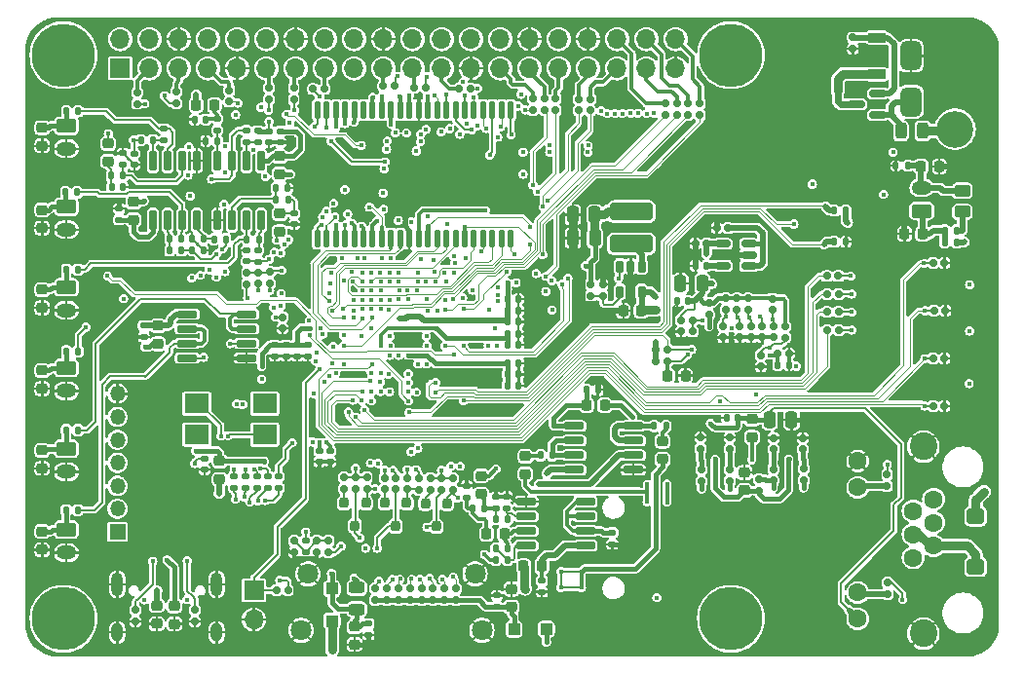
<source format=gbr>
%TF.GenerationSoftware,KiCad,Pcbnew,7.0.2*%
%TF.CreationDate,2023-10-25T01:51:13+05:00*%
%TF.ProjectId,Karnix_ASB,4b61726e-6978-45f4-9153-422e6b696361,V1.0*%
%TF.SameCoordinates,Original*%
%TF.FileFunction,Copper,L6,Bot*%
%TF.FilePolarity,Positive*%
%FSLAX46Y46*%
G04 Gerber Fmt 4.6, Leading zero omitted, Abs format (unit mm)*
G04 Created by KiCad (PCBNEW 7.0.2) date 2023-10-25 01:51:13*
%MOMM*%
%LPD*%
G01*
G04 APERTURE LIST*
G04 Aperture macros list*
%AMRoundRect*
0 Rectangle with rounded corners*
0 $1 Rounding radius*
0 $2 $3 $4 $5 $6 $7 $8 $9 X,Y pos of 4 corners*
0 Add a 4 corners polygon primitive as box body*
4,1,4,$2,$3,$4,$5,$6,$7,$8,$9,$2,$3,0*
0 Add four circle primitives for the rounded corners*
1,1,$1+$1,$2,$3*
1,1,$1+$1,$4,$5*
1,1,$1+$1,$6,$7*
1,1,$1+$1,$8,$9*
0 Add four rect primitives between the rounded corners*
20,1,$1+$1,$2,$3,$4,$5,0*
20,1,$1+$1,$4,$5,$6,$7,0*
20,1,$1+$1,$6,$7,$8,$9,0*
20,1,$1+$1,$8,$9,$2,$3,0*%
G04 Aperture macros list end*
%TA.AperFunction,ComponentPad*%
%ADD10R,1.700000X1.700000*%
%TD*%
%TA.AperFunction,ComponentPad*%
%ADD11O,1.700000X1.700000*%
%TD*%
%TA.AperFunction,FiducialPad,Global*%
%ADD12C,5.500000*%
%TD*%
%TA.AperFunction,ComponentPad*%
%ADD13O,1.000000X2.100000*%
%TD*%
%TA.AperFunction,ComponentPad*%
%ADD14O,1.000000X1.600000*%
%TD*%
%TA.AperFunction,ComponentPad*%
%ADD15RoundRect,0.250000X-0.625000X0.350000X-0.625000X-0.350000X0.625000X-0.350000X0.625000X0.350000X0*%
%TD*%
%TA.AperFunction,ComponentPad*%
%ADD16O,1.750000X1.200000*%
%TD*%
%TA.AperFunction,ComponentPad*%
%ADD17C,3.200000*%
%TD*%
%TA.AperFunction,ComponentPad*%
%ADD18C,1.600000*%
%TD*%
%TA.AperFunction,ComponentPad*%
%ADD19C,2.400000*%
%TD*%
%TA.AperFunction,ComponentPad*%
%ADD20R,1.350000X1.350000*%
%TD*%
%TA.AperFunction,ComponentPad*%
%ADD21O,1.350000X1.350000*%
%TD*%
%TA.AperFunction,ComponentPad*%
%ADD22C,1.800000*%
%TD*%
%TA.AperFunction,ComponentPad*%
%ADD23RoundRect,0.250000X0.625000X-0.350000X0.625000X0.350000X-0.625000X0.350000X-0.625000X-0.350000X0*%
%TD*%
%TA.AperFunction,SMDPad,CuDef*%
%ADD24RoundRect,0.150000X-0.150000X0.150000X-0.150000X-0.150000X0.150000X-0.150000X0.150000X0.150000X0*%
%TD*%
%TA.AperFunction,SMDPad,CuDef*%
%ADD25RoundRect,0.150000X-0.150000X-0.150000X0.150000X-0.150000X0.150000X0.150000X-0.150000X0.150000X0*%
%TD*%
%TA.AperFunction,SMDPad,CuDef*%
%ADD26RoundRect,0.200000X-0.200000X0.250000X-0.200000X-0.250000X0.200000X-0.250000X0.200000X0.250000X0*%
%TD*%
%TA.AperFunction,SMDPad,CuDef*%
%ADD27RoundRect,0.150000X0.150000X-0.150000X0.150000X0.150000X-0.150000X0.150000X-0.150000X-0.150000X0*%
%TD*%
%TA.AperFunction,SMDPad,CuDef*%
%ADD28RoundRect,0.150000X0.587500X0.150000X-0.587500X0.150000X-0.587500X-0.150000X0.587500X-0.150000X0*%
%TD*%
%TA.AperFunction,SMDPad,CuDef*%
%ADD29RoundRect,0.150000X0.150000X0.150000X-0.150000X0.150000X-0.150000X-0.150000X0.150000X-0.150000X0*%
%TD*%
%TA.AperFunction,SMDPad,CuDef*%
%ADD30RoundRect,0.140000X-0.140000X-0.170000X0.140000X-0.170000X0.140000X0.170000X-0.140000X0.170000X0*%
%TD*%
%TA.AperFunction,SMDPad,CuDef*%
%ADD31RoundRect,0.135000X0.185000X-0.135000X0.185000X0.135000X-0.185000X0.135000X-0.185000X-0.135000X0*%
%TD*%
%TA.AperFunction,SMDPad,CuDef*%
%ADD32RoundRect,0.400000X1.500000X-0.400000X1.500000X0.400000X-1.500000X0.400000X-1.500000X-0.400000X0*%
%TD*%
%TA.AperFunction,SMDPad,CuDef*%
%ADD33RoundRect,0.225000X0.575000X-0.225000X0.575000X0.225000X-0.575000X0.225000X-0.575000X-0.225000X0*%
%TD*%
%TA.AperFunction,SMDPad,CuDef*%
%ADD34RoundRect,0.140000X0.170000X-0.140000X0.170000X0.140000X-0.170000X0.140000X-0.170000X-0.140000X0*%
%TD*%
%TA.AperFunction,SMDPad,CuDef*%
%ADD35RoundRect,0.140000X-0.170000X0.140000X-0.170000X-0.140000X0.170000X-0.140000X0.170000X0.140000X0*%
%TD*%
%TA.AperFunction,SMDPad,CuDef*%
%ADD36RoundRect,0.140000X0.140000X0.170000X-0.140000X0.170000X-0.140000X-0.170000X0.140000X-0.170000X0*%
%TD*%
%TA.AperFunction,SMDPad,CuDef*%
%ADD37RoundRect,0.135000X0.135000X0.185000X-0.135000X0.185000X-0.135000X-0.185000X0.135000X-0.185000X0*%
%TD*%
%TA.AperFunction,SMDPad,CuDef*%
%ADD38RoundRect,0.135000X-0.135000X-0.185000X0.135000X-0.185000X0.135000X0.185000X-0.135000X0.185000X0*%
%TD*%
%TA.AperFunction,SMDPad,CuDef*%
%ADD39RoundRect,0.225000X-0.225000X-0.250000X0.225000X-0.250000X0.225000X0.250000X-0.225000X0.250000X0*%
%TD*%
%TA.AperFunction,SMDPad,CuDef*%
%ADD40RoundRect,0.218750X-0.256250X0.218750X-0.256250X-0.218750X0.256250X-0.218750X0.256250X0.218750X0*%
%TD*%
%TA.AperFunction,SMDPad,CuDef*%
%ADD41RoundRect,0.135000X-0.185000X0.135000X-0.185000X-0.135000X0.185000X-0.135000X0.185000X0.135000X0*%
%TD*%
%TA.AperFunction,SMDPad,CuDef*%
%ADD42RoundRect,0.218750X0.256250X-0.218750X0.256250X0.218750X-0.256250X0.218750X-0.256250X-0.218750X0*%
%TD*%
%TA.AperFunction,SMDPad,CuDef*%
%ADD43RoundRect,0.150000X-0.725000X-0.150000X0.725000X-0.150000X0.725000X0.150000X-0.725000X0.150000X0*%
%TD*%
%TA.AperFunction,SMDPad,CuDef*%
%ADD44RoundRect,0.450000X-0.450000X0.800000X-0.450000X-0.800000X0.450000X-0.800000X0.450000X0.800000X0*%
%TD*%
%TA.AperFunction,SMDPad,CuDef*%
%ADD45RoundRect,0.250000X-0.250000X-0.475000X0.250000X-0.475000X0.250000X0.475000X-0.250000X0.475000X0*%
%TD*%
%TA.AperFunction,SMDPad,CuDef*%
%ADD46RoundRect,0.250000X0.250000X0.475000X-0.250000X0.475000X-0.250000X-0.475000X0.250000X-0.475000X0*%
%TD*%
%TA.AperFunction,SMDPad,CuDef*%
%ADD47RoundRect,0.225000X-0.250000X0.225000X-0.250000X-0.225000X0.250000X-0.225000X0.250000X0.225000X0*%
%TD*%
%TA.AperFunction,SMDPad,CuDef*%
%ADD48RoundRect,0.150000X0.512500X0.150000X-0.512500X0.150000X-0.512500X-0.150000X0.512500X-0.150000X0*%
%TD*%
%TA.AperFunction,SMDPad,CuDef*%
%ADD49RoundRect,0.218750X0.218750X0.256250X-0.218750X0.256250X-0.218750X-0.256250X0.218750X-0.256250X0*%
%TD*%
%TA.AperFunction,SMDPad,CuDef*%
%ADD50RoundRect,0.275000X-0.275000X0.275000X-0.275000X-0.275000X0.275000X-0.275000X0.275000X0.275000X0*%
%TD*%
%TA.AperFunction,SMDPad,CuDef*%
%ADD51RoundRect,0.150000X-0.150000X0.725000X-0.150000X-0.725000X0.150000X-0.725000X0.150000X0.725000X0*%
%TD*%
%TA.AperFunction,SMDPad,CuDef*%
%ADD52RoundRect,0.250000X0.450000X-0.262500X0.450000X0.262500X-0.450000X0.262500X-0.450000X-0.262500X0*%
%TD*%
%TA.AperFunction,SMDPad,CuDef*%
%ADD53RoundRect,0.150000X0.150000X-0.725000X0.150000X0.725000X-0.150000X0.725000X-0.150000X-0.725000X0*%
%TD*%
%TA.AperFunction,SMDPad,CuDef*%
%ADD54RoundRect,0.243750X-0.243750X-0.456250X0.243750X-0.456250X0.243750X0.456250X-0.243750X0.456250X0*%
%TD*%
%TA.AperFunction,SMDPad,CuDef*%
%ADD55RoundRect,0.150000X0.725000X0.150000X-0.725000X0.150000X-0.725000X-0.150000X0.725000X-0.150000X0*%
%TD*%
%TA.AperFunction,SMDPad,CuDef*%
%ADD56RoundRect,0.137500X0.137500X-0.625000X0.137500X0.625000X-0.137500X0.625000X-0.137500X-0.625000X0*%
%TD*%
%TA.AperFunction,SMDPad,CuDef*%
%ADD57RoundRect,0.225000X0.225000X0.250000X-0.225000X0.250000X-0.225000X-0.250000X0.225000X-0.250000X0*%
%TD*%
%TA.AperFunction,SMDPad,CuDef*%
%ADD58R,2.100000X1.700000*%
%TD*%
%TA.AperFunction,SMDPad,CuDef*%
%ADD59RoundRect,0.225000X0.250000X-0.225000X0.250000X0.225000X-0.250000X0.225000X-0.250000X-0.225000X0*%
%TD*%
%TA.AperFunction,SMDPad,CuDef*%
%ADD60RoundRect,0.218750X-0.218750X-0.256250X0.218750X-0.256250X0.218750X0.256250X-0.218750X0.256250X0*%
%TD*%
%TA.AperFunction,SMDPad,CuDef*%
%ADD61RoundRect,0.275000X-0.275000X-0.275000X0.275000X-0.275000X0.275000X0.275000X-0.275000X0.275000X0*%
%TD*%
%TA.AperFunction,SMDPad,CuDef*%
%ADD62RoundRect,0.350000X-0.450000X0.350000X-0.450000X-0.350000X0.450000X-0.350000X0.450000X0.350000X0*%
%TD*%
%TA.AperFunction,SMDPad,CuDef*%
%ADD63RoundRect,0.162500X-0.162500X0.367500X-0.162500X-0.367500X0.162500X-0.367500X0.162500X0.367500X0*%
%TD*%
%TA.AperFunction,SMDPad,CuDef*%
%ADD64RoundRect,0.243750X0.456250X-0.243750X0.456250X0.243750X-0.456250X0.243750X-0.456250X-0.243750X0*%
%TD*%
%TA.AperFunction,ViaPad*%
%ADD65C,0.400000*%
%TD*%
%TA.AperFunction,Conductor*%
%ADD66C,0.500000*%
%TD*%
%TA.AperFunction,Conductor*%
%ADD67C,0.200000*%
%TD*%
%TA.AperFunction,Conductor*%
%ADD68C,0.400000*%
%TD*%
%TA.AperFunction,Conductor*%
%ADD69C,0.300000*%
%TD*%
%TA.AperFunction,Conductor*%
%ADD70C,0.800000*%
%TD*%
%TA.AperFunction,Conductor*%
%ADD71C,0.600000*%
%TD*%
%TA.AperFunction,Conductor*%
%ADD72C,0.125000*%
%TD*%
%TA.AperFunction,Conductor*%
%ADD73C,0.100000*%
%TD*%
G04 APERTURE END LIST*
D10*
%TO.P,J2,1,1*%
%TO.N,EEPROM_RESET*%
X128525000Y-92170000D03*
D11*
%TO.P,J2,2,2*%
%TO.N,GND*%
X128525000Y-94710000D03*
%TD*%
D12*
%TO.P,H2,*%
%TO.N,*%
X169980000Y-45650000D03*
%TD*%
D13*
%TO.P,J1,S1,SHIELD*%
%TO.N,GND*%
X116650000Y-91650000D03*
D14*
X116650000Y-95830000D03*
D13*
X125290000Y-91650000D03*
D14*
X125290000Y-95830000D03*
%TD*%
D12*
%TO.P,H1,*%
%TO.N,*%
X111980000Y-45650000D03*
%TD*%
D15*
%TO.P,XS11,1*%
%TO.N,OUT2_U*%
X112230000Y-86900000D03*
D16*
%TO.P,XS11,2*%
%TO.N,GND*%
X112230000Y-88900000D03*
%TD*%
D12*
%TO.P,H3,*%
%TO.N,*%
X169980000Y-94650000D03*
%TD*%
D15*
%TO.P,XS8,1*%
%TO.N,IN3_U*%
X112230000Y-65826000D03*
D16*
%TO.P,XS8,2*%
%TO.N,GND*%
X112230000Y-67826000D03*
%TD*%
D15*
%TO.P,XS7,1*%
%TO.N,IN2_U*%
X112230000Y-58820000D03*
D16*
%TO.P,XS7,2*%
%TO.N,GND*%
X112230000Y-60820000D03*
%TD*%
D17*
%TO.P,XS1,1*%
%TO.N,DCIN*%
X189450000Y-52080000D03*
%TO.P,XS1,2*%
%TO.N,GND*%
X189450000Y-47080000D03*
%TD*%
D15*
%TO.P,XS10,1*%
%TO.N,OUT1_U*%
X112230000Y-79870000D03*
D16*
%TO.P,XS10,2*%
%TO.N,GND*%
X112230000Y-81870000D03*
%TD*%
D18*
%TO.P,XS4,1*%
%TO.N,Net-(TR1-Pad1)*%
X187600000Y-84250000D03*
%TO.P,XS4,2*%
%TO.N,Net-(TR1-Pad3)*%
X185820000Y-85270000D03*
%TO.P,XS4,3*%
%TO.N,Net-(TR1-Pad6)*%
X187600000Y-86280000D03*
%TO.P,XS4,4*%
%TO.N,Net-(D23-A)*%
X185820000Y-87300000D03*
%TO.P,XS4,5*%
X187600000Y-88310000D03*
%TO.P,XS4,6*%
%TO.N,Net-(TR1-Pad8)*%
X185820000Y-89330000D03*
%TO.P,XS4,7*%
%TO.N,GND*%
X187600000Y-90340000D03*
%TO.P,XS4,8*%
X185820000Y-91360000D03*
%TO.P,XS4,9*%
X181000000Y-80940000D03*
%TO.P,XS4,10*%
%TO.N,LED_GREEN*%
X181000000Y-83230000D03*
%TO.P,XS4,11*%
%TO.N,LAN_VDD2A*%
X181000000Y-94660000D03*
%TO.P,XS4,12*%
%TO.N,Net-(R103-Pad2)*%
X181000000Y-92370000D03*
D19*
%TO.P,XS4,S1*%
%TO.N,GND*%
X186710000Y-79670000D03*
%TO.P,XS4,S2*%
X186710000Y-95930000D03*
%TD*%
D20*
%TO.P,J4,1,Pin_1*%
%TO.N,JTAG_TCK*%
X116665000Y-87090000D03*
D21*
%TO.P,J4,2,Pin_2*%
%TO.N,JTAG_TDI*%
X116665000Y-85090000D03*
%TO.P,J4,3,Pin_3*%
%TO.N,JTAG_TDO*%
X116665000Y-83090000D03*
%TO.P,J4,4,Pin_4*%
%TO.N,JTAG_TMS*%
X116665000Y-81090000D03*
%TO.P,J4,5,Pin_5*%
%TO.N,FPGA_RESET*%
X116665000Y-79090000D03*
%TO.P,J4,6,Pin_6*%
%TO.N,+5V*%
X116665000Y-77090000D03*
%TO.P,J4,7,Pin_7*%
%TO.N,GND*%
X116665000Y-75090000D03*
%TD*%
D15*
%TO.P,XS9,1*%
%TO.N,IN4_U*%
X112230000Y-72838000D03*
D16*
%TO.P,XS9,2*%
%TO.N,GND*%
X112230000Y-74838000D03*
%TD*%
D22*
%TO.P,J3,SH,SH*%
%TO.N,GND*%
X132640000Y-95650000D03*
X133240000Y-90750000D03*
X147740000Y-90750000D03*
X148340000Y-95650000D03*
%TD*%
D15*
%TO.P,XS6,1*%
%TO.N,IN1_U*%
X112230000Y-51790000D03*
D16*
%TO.P,XS6,2*%
%TO.N,GND*%
X112230000Y-53790000D03*
%TD*%
D23*
%TO.P,XS3,1*%
%TO.N,RS485_A*%
X186560000Y-59190000D03*
D16*
%TO.P,XS3,2*%
%TO.N,RS485_B*%
X186560000Y-57190000D03*
%TD*%
D10*
%TO.P,XS5,1,Pin_1*%
%TO.N,+3V3*%
X116910000Y-46790000D03*
D11*
%TO.P,XS5,2,Pin_2*%
%TO.N,+5V*%
X116910000Y-44250000D03*
%TO.P,XS5,3,Pin_3*%
%TO.N,Net-(XS5-Pin_3)*%
X119450000Y-46790000D03*
%TO.P,XS5,4,Pin_4*%
%TO.N,+5V*%
X119450000Y-44250000D03*
%TO.P,XS5,5,Pin_5*%
%TO.N,Net-(XS5-Pin_5)*%
X121990000Y-46790000D03*
%TO.P,XS5,6,Pin_6*%
%TO.N,GND*%
X121990000Y-44250000D03*
%TO.P,XS5,7,Pin_7*%
%TO.N,Net-(XS5-Pin_7)*%
X124530000Y-46790000D03*
%TO.P,XS5,8,Pin_8*%
%TO.N,Net-(XS5-Pin_8)*%
X124530000Y-44250000D03*
%TO.P,XS5,9,Pin_9*%
%TO.N,GND*%
X127070000Y-46790000D03*
%TO.P,XS5,10,Pin_10*%
%TO.N,Net-(XS5-Pin_10)*%
X127070000Y-44250000D03*
%TO.P,XS5,11,Pin_11*%
%TO.N,Net-(XS5-Pin_11)*%
X129610000Y-46790000D03*
%TO.P,XS5,12,Pin_12*%
%TO.N,Net-(XS5-Pin_12)*%
X129610000Y-44250000D03*
%TO.P,XS5,13,Pin_13*%
%TO.N,Net-(XS5-Pin_13)*%
X132150000Y-46790000D03*
%TO.P,XS5,14,Pin_14*%
%TO.N,GND*%
X132150000Y-44250000D03*
%TO.P,XS5,15,Pin_15*%
%TO.N,Net-(XS5-Pin_15)*%
X134690000Y-46790000D03*
%TO.P,XS5,16,Pin_16*%
%TO.N,Net-(XS5-Pin_16)*%
X134690000Y-44250000D03*
%TO.P,XS5,17,Pin_17*%
%TO.N,+3V3*%
X137230000Y-46790000D03*
%TO.P,XS5,18,Pin_18*%
%TO.N,Net-(XS5-Pin_18)*%
X137230000Y-44250000D03*
%TO.P,XS5,19,Pin_19*%
%TO.N,Net-(XS5-Pin_19)*%
X139770000Y-46790000D03*
%TO.P,XS5,20,Pin_20*%
%TO.N,GND*%
X139770000Y-44250000D03*
%TO.P,XS5,21,Pin_21*%
%TO.N,Net-(XS5-Pin_21)*%
X142310000Y-46790000D03*
%TO.P,XS5,22,Pin_22*%
%TO.N,Net-(XS5-Pin_22)*%
X142310000Y-44250000D03*
%TO.P,XS5,23,Pin_23*%
%TO.N,Net-(XS5-Pin_23)*%
X144850000Y-46790000D03*
%TO.P,XS5,24,Pin_24*%
%TO.N,Net-(XS5-Pin_24)*%
X144850000Y-44250000D03*
%TO.P,XS5,25,Pin_25*%
%TO.N,GND*%
X147390000Y-46790000D03*
%TO.P,XS5,26,Pin_26*%
%TO.N,Net-(XS5-Pin_26)*%
X147390000Y-44250000D03*
%TO.P,XS5,27,Pin_27*%
%TO.N,Net-(XS5-Pin_27)*%
X149930000Y-46790000D03*
%TO.P,XS5,28,Pin_28*%
%TO.N,Net-(XS5-Pin_28)*%
X149930000Y-44250000D03*
%TO.P,XS5,29,Pin_29*%
%TO.N,Net-(XS5-Pin_29)*%
X152470000Y-46790000D03*
%TO.P,XS5,30,Pin_30*%
%TO.N,GND*%
X152470000Y-44250000D03*
%TO.P,XS5,31,Pin_31*%
%TO.N,Net-(XS5-Pin_31)*%
X155010000Y-46790000D03*
%TO.P,XS5,32,Pin_32*%
%TO.N,Net-(XS5-Pin_32)*%
X155010000Y-44250000D03*
%TO.P,XS5,33,Pin_33*%
%TO.N,Net-(XS5-Pin_33)*%
X157550000Y-46790000D03*
%TO.P,XS5,34,Pin_34*%
%TO.N,GND*%
X157550000Y-44250000D03*
%TO.P,XS5,35,Pin_35*%
%TO.N,Net-(XS5-Pin_35)*%
X160090000Y-46790000D03*
%TO.P,XS5,36,Pin_36*%
%TO.N,Net-(XS5-Pin_36)*%
X160090000Y-44250000D03*
%TO.P,XS5,37,Pin_37*%
%TO.N,Net-(XS5-Pin_37)*%
X162630000Y-46790000D03*
%TO.P,XS5,38,Pin_38*%
%TO.N,Net-(XS5-Pin_38)*%
X162630000Y-44250000D03*
%TO.P,XS5,39,Pin_39*%
%TO.N,GND*%
X165170000Y-46790000D03*
%TO.P,XS5,40,Pin_40*%
%TO.N,Net-(XS5-Pin_40)*%
X165170000Y-44250000D03*
%TD*%
D12*
%TO.P,H4,*%
%TO.N,*%
X111980000Y-94650000D03*
%TD*%
D24*
%TO.P,R162,1*%
%TO.N,+3V3*%
X144824000Y-82423000D03*
%TO.P,R162,2*%
%TO.N,HDDC_SCL*%
X144824000Y-83423000D03*
%TD*%
D25*
%TO.P,C45,1*%
%TO.N,Net-(U8-VDDCR)*%
X174050000Y-71595000D03*
%TO.P,C45,2*%
%TO.N,GND*%
X175050000Y-71595000D03*
%TD*%
D26*
%TO.P,Q2,1,G*%
%TO.N,Net-(Q2-G)*%
X139902000Y-84586000D03*
%TO.P,Q2,2,S*%
%TO.N,Net-(Q2-S)*%
X141802000Y-84586000D03*
%TO.P,Q2,3,D*%
%TO.N,HDDC_CEC*%
X140852000Y-86586000D03*
%TD*%
D27*
%TO.P,R114,1*%
%TO.N,+3V3_HDMI*%
X143100000Y-93030000D03*
%TO.P,R114,2*%
%TO.N,Net-(J3-D1-)*%
X143100000Y-92030000D03*
%TD*%
D28*
%TO.P,Q1,1,G*%
%TO.N,Net-(D7-A)*%
X182740000Y-48970000D03*
%TO.P,Q1,2,D*%
%TO.N,Net-(D9-A)*%
X182740000Y-50870000D03*
%TO.P,Q1,3,S*%
%TO.N,+24V*%
X180865000Y-49920000D03*
%TD*%
D29*
%TO.P,C8,1*%
%TO.N,+5V*%
X169737000Y-60677000D03*
%TO.P,C8,2*%
%TO.N,GND*%
X168737000Y-60677000D03*
%TD*%
D30*
%TO.P,C35,1*%
%TO.N,+1V1*%
X150577000Y-74372000D03*
%TO.P,C35,2*%
%TO.N,GND*%
X151537000Y-74372000D03*
%TD*%
D24*
%TO.P,R12,1*%
%TO.N,Net-(XS5-Pin_13)*%
X131990000Y-48510000D03*
%TO.P,R12,2*%
%TO.N,GPIO_27*%
X131990000Y-49510000D03*
%TD*%
%TO.P,R32,1*%
%TO.N,Net-(XS5-Pin_36)*%
X164300000Y-49860000D03*
%TO.P,R32,2*%
%TO.N,GPIO_16*%
X164300000Y-50860000D03*
%TD*%
D31*
%TO.P,R164,1*%
%TO.N,Net-(U20-ADBUS1)*%
X129725000Y-83275000D03*
%TO.P,R164,2*%
%TO.N,JTAG_TDI*%
X129725000Y-82255000D03*
%TD*%
D32*
%TO.P,L2,1,1*%
%TO.N,Net-(U2-SW)*%
X161331500Y-62053500D03*
%TO.P,L2,2,2*%
%TO.N,+1V1*%
X161331500Y-59253500D03*
%TD*%
D25*
%TO.P,R88,1*%
%TO.N,+3V3*%
X163455000Y-72245000D03*
%TO.P,R88,2*%
%TO.N,Net-(U8-nRST)*%
X164455000Y-72245000D03*
%TD*%
D33*
%TO.P,D7,1,K*%
%TO.N,+24V*%
X182670000Y-47319000D03*
%TO.P,D7,2,A*%
%TO.N,Net-(D7-A)*%
X182670000Y-44119000D03*
%TD*%
D34*
%TO.P,C88,1*%
%TO.N,+3V3_HDMI*%
X149640000Y-93585000D03*
%TO.P,C88,2*%
%TO.N,GND*%
X149640000Y-92625000D03*
%TD*%
D27*
%TO.P,R99,1*%
%TO.N,+3V3_ETH*%
X173655000Y-82635000D03*
%TO.P,R99,2*%
%TO.N,ETHERNET_RX+*%
X173655000Y-81635000D03*
%TD*%
D35*
%TO.P,C99,1*%
%TO.N,Net-(U20-3V3OUT)*%
X124235000Y-80720000D03*
%TO.P,C99,2*%
%TO.N,GND*%
X124235000Y-81680000D03*
%TD*%
D27*
%TO.P,R115,1*%
%TO.N,+3V3_HDMI*%
X144094000Y-93035000D03*
%TO.P,R115,2*%
%TO.N,Net-(J3-D1+)*%
X144094000Y-92035000D03*
%TD*%
D36*
%TO.P,C47,1*%
%TO.N,LAN_VDD2A*%
X170580000Y-77190000D03*
%TO.P,C47,2*%
%TO.N,GND*%
X169620000Y-77190000D03*
%TD*%
D37*
%TO.P,R134,1*%
%TO.N,GND*%
X131467000Y-57209000D03*
%TO.P,R134,2*%
%TO.N,Net-(U13A-+)*%
X130447000Y-57209000D03*
%TD*%
D27*
%TO.P,R117,1*%
%TO.N,+3V3_HDMI*%
X146086000Y-93031000D03*
%TO.P,R117,2*%
%TO.N,Net-(J3-D2+)*%
X146086000Y-92031000D03*
%TD*%
D38*
%TO.P,R147,1*%
%TO.N,Net-(R147-Pad1)*%
X149545000Y-88535000D03*
%TO.P,R147,2*%
%TO.N,Net-(U16A--)*%
X150565000Y-88535000D03*
%TD*%
D34*
%TO.P,C70,1*%
%TO.N,Net-(U12C-V+)*%
X116804000Y-59957000D03*
%TO.P,C70,2*%
%TO.N,GND*%
X116804000Y-58997000D03*
%TD*%
D38*
%TO.P,R146,1*%
%TO.N,GND*%
X124336000Y-53128000D03*
%TO.P,R146,2*%
%TO.N,Net-(U13B-+)*%
X125356000Y-53128000D03*
%TD*%
D35*
%TO.P,C25,1*%
%TO.N,+3V3*%
X134215000Y-80030000D03*
%TO.P,C25,2*%
%TO.N,GND*%
X134215000Y-80990000D03*
%TD*%
D39*
%TO.P,C48,1*%
%TO.N,Net-(U8-nRST)*%
X164485000Y-73510000D03*
%TO.P,C48,2*%
%TO.N,GND*%
X166035000Y-73510000D03*
%TD*%
D30*
%TO.P,C78,1*%
%TO.N,IN2_U_ADC*%
X123172000Y-62606000D03*
%TO.P,C78,2*%
%TO.N,GND*%
X124132000Y-62606000D03*
%TD*%
D40*
%TO.P,L12,1,1*%
%TO.N,Net-(C77-Pad2)*%
X130772000Y-59421000D03*
%TO.P,L12,2,2*%
%TO.N,+3V3*%
X130772000Y-60996000D03*
%TD*%
D37*
%TO.P,R107,1*%
%TO.N,Net-(R106-Pad1)*%
X189570000Y-60880000D03*
%TO.P,R107,2*%
%TO.N,RS485_A*%
X188550000Y-60880000D03*
%TD*%
D24*
%TO.P,R50,1*%
%TO.N,+3V3*%
X129910000Y-64505000D03*
%TO.P,R50,2*%
%TO.N,JTAG_TDI*%
X129910000Y-65505000D03*
%TD*%
D41*
%TO.P,R149,1*%
%TO.N,GND*%
X147014000Y-83066000D03*
%TO.P,R149,2*%
%TO.N,MIC_IN*%
X147014000Y-84086000D03*
%TD*%
D42*
%TO.P,D19,1,K*%
%TO.N,GND*%
X110132000Y-74635500D03*
%TO.P,D19,2,A*%
%TO.N,IN4_U*%
X110132000Y-73060500D03*
%TD*%
D31*
%TO.P,R136,1*%
%TO.N,Net-(R136-Pad1)*%
X127868000Y-53225000D03*
%TO.P,R136,2*%
%TO.N,Net-(U13B--)*%
X127868000Y-52205000D03*
%TD*%
D43*
%TO.P,U16,1*%
%TO.N,Net-(R147-Pad1)*%
X152175000Y-88285000D03*
%TO.P,U16,2,-*%
%TO.N,Net-(U16A--)*%
X152175000Y-87015000D03*
%TO.P,U16,3,+*%
%TO.N,Net-(U16A-+)*%
X152175000Y-85745000D03*
%TO.P,U16,4,V-*%
%TO.N,GND*%
X152175000Y-84475000D03*
%TO.P,U16,5,+*%
%TO.N,Net-(U16B-+)*%
X157325000Y-84475000D03*
%TO.P,U16,6,-*%
X157325000Y-85745000D03*
%TO.P,U16,7*%
X157325000Y-87015000D03*
%TO.P,U16,8,V+*%
%TO.N,Net-(U16C-V+)*%
X157325000Y-88285000D03*
%TD*%
D44*
%TO.P,D9,1,K*%
%TO.N,GND*%
X185630000Y-45710000D03*
%TO.P,D9,2,A*%
%TO.N,Net-(D9-A)*%
X185630000Y-49710000D03*
%TD*%
D38*
%TO.P,R141,1*%
%TO.N,IN2_U*%
X112157000Y-57575000D03*
%TO.P,R141,2*%
%TO.N,Net-(U12B--)*%
X113177000Y-57575000D03*
%TD*%
D24*
%TO.P,R158,1*%
%TO.N,+5V_HDMI*%
X140873000Y-82396000D03*
%TO.P,R158,2*%
%TO.N,HDDC_CEC*%
X140873000Y-83396000D03*
%TD*%
D37*
%TO.P,R132,1*%
%TO.N,Net-(C77-Pad2)*%
X131480000Y-58199000D03*
%TO.P,R132,2*%
%TO.N,Net-(U13A-+)*%
X130460000Y-58199000D03*
%TD*%
D45*
%TO.P,C46,1*%
%TO.N,LAN_VDD2A*%
X173345000Y-77340000D03*
%TO.P,C46,2*%
%TO.N,GND*%
X175245000Y-77340000D03*
%TD*%
D40*
%TO.P,D13,1,K*%
%TO.N,OUT1_U*%
X110132000Y-79995000D03*
%TO.P,D13,2,A*%
%TO.N,GND*%
X110132000Y-81570000D03*
%TD*%
D27*
%TO.P,R116,1*%
%TO.N,+3V3_HDMI*%
X145094000Y-93031000D03*
%TO.P,R116,2*%
%TO.N,Net-(J3-D2-)*%
X145094000Y-92031000D03*
%TD*%
D42*
%TO.P,L16,1,1*%
%TO.N,Net-(C86-Pad2)*%
X148270000Y-83809000D03*
%TO.P,L16,2,2*%
%TO.N,+3V3*%
X148270000Y-82234000D03*
%TD*%
D46*
%TO.P,C11,1*%
%TO.N,+1V1*%
X158132500Y-59520500D03*
%TO.P,C11,2*%
%TO.N,GND*%
X156232500Y-59520500D03*
%TD*%
D27*
%TO.P,R112,1*%
%TO.N,+3V3_HDMI*%
X141090000Y-93020000D03*
%TO.P,R112,2*%
%TO.N,Net-(J3-D0-)*%
X141090000Y-92020000D03*
%TD*%
D34*
%TO.P,C77,1*%
%TO.N,GND*%
X132027000Y-60366000D03*
%TO.P,C77,2*%
%TO.N,Net-(C77-Pad2)*%
X132027000Y-59406000D03*
%TD*%
D24*
%TO.P,R93,1*%
%TO.N,/Ethernet/RCLK*%
X172595000Y-71730000D03*
%TO.P,R93,2*%
%TO.N,GND*%
X172595000Y-72730000D03*
%TD*%
D47*
%TO.P,C90,1*%
%TO.N,+5V_HDMI*%
X137257000Y-95332000D03*
%TO.P,C90,2*%
%TO.N,GND*%
X137257000Y-96882000D03*
%TD*%
D48*
%TO.P,U3,1,IN*%
%TO.N,+5V*%
X171546000Y-62052000D03*
%TO.P,U3,2,GND*%
%TO.N,GND*%
X171546000Y-63002000D03*
%TO.P,U3,3,EN*%
%TO.N,+5V*%
X171546000Y-63952000D03*
%TO.P,U3,4,BP*%
%TO.N,Net-(U3-BP)*%
X169271000Y-63952000D03*
%TO.P,U3,5,OUT*%
%TO.N,+2V5*%
X169271000Y-62052000D03*
%TD*%
D40*
%TO.P,L10,1,1*%
%TO.N,Net-(U15C-V+)*%
X120199000Y-69170000D03*
%TO.P,L10,2,2*%
%TO.N,+5V*%
X120199000Y-70745000D03*
%TD*%
D24*
%TO.P,R26,1*%
%TO.N,Net-(XS5-Pin_27)*%
X152770000Y-49435000D03*
%TO.P,R26,2*%
%TO.N,GPIO_00*%
X152770000Y-50435000D03*
%TD*%
D38*
%TO.P,R137,1*%
%TO.N,Net-(C83-Pad1)*%
X153433000Y-80437000D03*
%TO.P,R137,2*%
%TO.N,Net-(U14B--)*%
X154453000Y-80437000D03*
%TD*%
D49*
%TO.P,L14,1,1*%
%TO.N,Net-(C81-Pad2)*%
X125095000Y-49973000D03*
%TO.P,L14,2,2*%
%TO.N,+3V3*%
X123520000Y-49973000D03*
%TD*%
D24*
%TO.P,R121,1*%
%TO.N,Net-(C87-Pad1)*%
X135025000Y-87858000D03*
%TO.P,R121,2*%
%TO.N,Net-(J3-HPD{slash}HEAC-)*%
X135025000Y-88858000D03*
%TD*%
D38*
%TO.P,R109,1*%
%TO.N,RS485_DI*%
X178960000Y-61870000D03*
%TO.P,R109,2*%
%TO.N,GND*%
X179980000Y-61870000D03*
%TD*%
D30*
%TO.P,C37,1*%
%TO.N,+1V1*%
X150577000Y-73401000D03*
%TO.P,C37,2*%
%TO.N,GND*%
X151537000Y-73401000D03*
%TD*%
D27*
%TO.P,R36,1*%
%TO.N,GPIO_21*%
X167285000Y-50865000D03*
%TO.P,R36,2*%
%TO.N,Net-(XS5-Pin_40)*%
X167285000Y-49865000D03*
%TD*%
D50*
%TO.P,D22,1,K*%
%TO.N,+5V_HDMI*%
X135304000Y-92035000D03*
%TO.P,D22,2,A*%
%TO.N,+5V*%
X135304000Y-94835000D03*
%TD*%
D24*
%TO.P,R103,1*%
%TO.N,LED_YELLOW*%
X183570000Y-91505000D03*
%TO.P,R103,2*%
%TO.N,Net-(R103-Pad2)*%
X183570000Y-92505000D03*
%TD*%
D29*
%TO.P,R58,1*%
%TO.N,+3V3*%
X131480000Y-92170000D03*
%TO.P,R58,2*%
%TO.N,EEPROM_RESET*%
X130480000Y-92170000D03*
%TD*%
D51*
%TO.P,U12,1*%
%TO.N,Net-(R123-Pad1)*%
X119734000Y-54819000D03*
%TO.P,U12,2,-*%
%TO.N,Net-(U12A--)*%
X121004000Y-54819000D03*
%TO.P,U12,3,+*%
%TO.N,Net-(U12A-+)*%
X122274000Y-54819000D03*
%TO.P,U12,4,V-*%
%TO.N,GND*%
X123544000Y-54819000D03*
%TO.P,U12,5,+*%
%TO.N,Net-(U12B-+)*%
X123544000Y-59969000D03*
%TO.P,U12,6,-*%
%TO.N,Net-(U12B--)*%
X122274000Y-59969000D03*
%TO.P,U12,7*%
%TO.N,Net-(R135-Pad1)*%
X121004000Y-59969000D03*
%TO.P,U12,8,V+*%
%TO.N,Net-(U12C-V+)*%
X119734000Y-59969000D03*
%TD*%
D34*
%TO.P,C75,1*%
%TO.N,IN3_U_ADC*%
X127909000Y-63585000D03*
%TO.P,C75,2*%
%TO.N,GND*%
X127909000Y-62625000D03*
%TD*%
D24*
%TO.P,R94,1*%
%TO.N,/Ethernet/RXER*%
X169315000Y-69185000D03*
%TO.P,R94,2*%
%TO.N,GND*%
X169315000Y-70185000D03*
%TD*%
D37*
%TO.P,R127,1*%
%TO.N,Net-(C82-Pad1)*%
X164333000Y-77889000D03*
%TO.P,R127,2*%
%TO.N,Net-(U14A--)*%
X163313000Y-77889000D03*
%TD*%
%TO.P,R139,1*%
%TO.N,IN2_U_ADC*%
X122239000Y-62621000D03*
%TO.P,R139,2*%
%TO.N,Net-(R135-Pad1)*%
X121219000Y-62621000D03*
%TD*%
D27*
%TO.P,R110,1*%
%TO.N,+3V3_HDMI*%
X139070000Y-93020000D03*
%TO.P,R110,2*%
%TO.N,Net-(J3-CK-)*%
X139070000Y-92020000D03*
%TD*%
D24*
%TO.P,R92,1*%
%TO.N,/Ethernet/RXD3*%
X173700000Y-69190000D03*
%TO.P,R92,2*%
%TO.N,GND*%
X173700000Y-70190000D03*
%TD*%
D30*
%TO.P,C81,1*%
%TO.N,GND*%
X123393000Y-51241000D03*
%TO.P,C81,2*%
%TO.N,Net-(C81-Pad2)*%
X124353000Y-51241000D03*
%TD*%
D38*
%TO.P,R150,1*%
%TO.N,Net-(C86-Pad2)*%
X149568000Y-85982000D03*
%TO.P,R150,2*%
%TO.N,Net-(U16A-+)*%
X150588000Y-85982000D03*
%TD*%
D29*
%TO.P,R21,1*%
%TO.N,GPIO_09*%
X143455000Y-48470000D03*
%TO.P,R21,2*%
%TO.N,Net-(XS5-Pin_21)*%
X142455000Y-48470000D03*
%TD*%
D27*
%TO.P,R100,1*%
%TO.N,+3V3_ETH*%
X176295000Y-82605000D03*
%TO.P,R100,2*%
%TO.N,ETHERNET_RX-*%
X176295000Y-81605000D03*
%TD*%
D36*
%TO.P,C13,1*%
%TO.N,Net-(U3-BP)*%
X167874000Y-63952000D03*
%TO.P,C13,2*%
%TO.N,GND*%
X166914000Y-63952000D03*
%TD*%
D30*
%TO.P,C32,1*%
%TO.N,+1V1*%
X150542000Y-68828000D03*
%TO.P,C32,2*%
%TO.N,GND*%
X151502000Y-68828000D03*
%TD*%
D42*
%TO.P,D29,1,K*%
%TO.N,GND*%
X121600000Y-95097500D03*
%TO.P,D29,2,A*%
%TO.N,Net-(D29-A)*%
X121600000Y-93522500D03*
%TD*%
D35*
%TO.P,C26,1*%
%TO.N,+3V3*%
X132280000Y-70850000D03*
%TO.P,C26,2*%
%TO.N,GND*%
X132280000Y-71810000D03*
%TD*%
D30*
%TO.P,C34,1*%
%TO.N,+1V1*%
X150542000Y-66855000D03*
%TO.P,C34,2*%
%TO.N,GND*%
X151502000Y-66855000D03*
%TD*%
D38*
%TO.P,R145,1*%
%TO.N,GND*%
X123130000Y-61626000D03*
%TO.P,R145,2*%
%TO.N,Net-(U12B-+)*%
X124150000Y-61626000D03*
%TD*%
D31*
%TO.P,R163,1*%
%TO.N,Net-(U20-ADBUS0)*%
X130675000Y-83285000D03*
%TO.P,R163,2*%
%TO.N,JTAG_TCK*%
X130675000Y-82265000D03*
%TD*%
D37*
%TO.P,R104,1*%
%TO.N,+3V3*%
X179970000Y-59150000D03*
%TO.P,R104,2*%
%TO.N,RS485_RO*%
X178950000Y-59150000D03*
%TD*%
D35*
%TO.P,C79,1*%
%TO.N,IN4_U_ADC*%
X129845000Y-52248000D03*
%TO.P,C79,2*%
%TO.N,GND*%
X129845000Y-53208000D03*
%TD*%
D24*
%TO.P,R120,1*%
%TO.N,+3V3*%
X139882000Y-82390000D03*
%TO.P,R120,2*%
%TO.N,Net-(Q2-G)*%
X139882000Y-83390000D03*
%TD*%
D38*
%TO.P,R125,1*%
%TO.N,IN1_U_ADC*%
X118700000Y-53040000D03*
%TO.P,R125,2*%
%TO.N,Net-(R123-Pad1)*%
X119720000Y-53040000D03*
%TD*%
D31*
%TO.P,R167,1*%
%TO.N,Net-(U20-ADBUS3)*%
X127785000Y-83260000D03*
%TO.P,R167,2*%
%TO.N,JTAG_TMS*%
X127785000Y-82240000D03*
%TD*%
D52*
%TO.P,R106,1*%
%TO.N,Net-(R106-Pad1)*%
X190080000Y-59265000D03*
%TO.P,R106,2*%
%TO.N,RS485_B*%
X190080000Y-57440000D03*
%TD*%
D24*
%TO.P,R84,1*%
%TO.N,+3V3*%
X173560000Y-66810000D03*
%TO.P,R84,2*%
%TO.N,/Ethernet/RXD3*%
X173560000Y-67810000D03*
%TD*%
D53*
%TO.P,U13,1*%
%TO.N,Net-(R124-Pad1)*%
X129163000Y-59989000D03*
%TO.P,U13,2,-*%
%TO.N,Net-(U13A--)*%
X127893000Y-59989000D03*
%TO.P,U13,3,+*%
%TO.N,Net-(U13A-+)*%
X126623000Y-59989000D03*
%TO.P,U13,4,V-*%
%TO.N,GND*%
X125353000Y-59989000D03*
%TO.P,U13,5,+*%
%TO.N,Net-(U13B-+)*%
X125353000Y-54839000D03*
%TO.P,U13,6,-*%
%TO.N,Net-(U13B--)*%
X126623000Y-54839000D03*
%TO.P,U13,7*%
%TO.N,Net-(R136-Pad1)*%
X127893000Y-54839000D03*
%TO.P,U13,8,V+*%
%TO.N,Net-(U13C-V+)*%
X129163000Y-54839000D03*
%TD*%
D54*
%TO.P,F1,1*%
%TO.N,Net-(D9-A)*%
X184762500Y-52240000D03*
%TO.P,F1,2*%
%TO.N,DCIN*%
X186637500Y-52240000D03*
%TD*%
D35*
%TO.P,C73,1*%
%TO.N,Net-(U15C-V+)*%
X118949000Y-69170000D03*
%TO.P,C73,2*%
%TO.N,GND*%
X118949000Y-70130000D03*
%TD*%
D36*
%TO.P,C76,1*%
%TO.N,GND*%
X117136000Y-57108000D03*
%TO.P,C76,2*%
%TO.N,Net-(C76-Pad2)*%
X116176000Y-57108000D03*
%TD*%
D35*
%TO.P,C20,1*%
%TO.N,+3V3*%
X131310000Y-70850000D03*
%TO.P,C20,2*%
%TO.N,GND*%
X131310000Y-71810000D03*
%TD*%
D42*
%TO.P,D15,1,K*%
%TO.N,GND*%
X110132000Y-67612000D03*
%TO.P,D15,2,A*%
%TO.N,IN3_U*%
X110132000Y-66037000D03*
%TD*%
D27*
%TO.P,R44,1*%
%TO.N,Net-(U2-FB)*%
X158827500Y-66555500D03*
%TO.P,R44,2*%
%TO.N,GND*%
X158827500Y-65555500D03*
%TD*%
D55*
%TO.P,U14,1*%
%TO.N,Net-(U14A--)*%
X161496000Y-77886000D03*
%TO.P,U14,2,-*%
X161496000Y-79156000D03*
%TO.P,U14,3,+*%
%TO.N,DAC_AUDIO_L*%
X161496000Y-80426000D03*
%TO.P,U14,4,V-*%
%TO.N,GND*%
X161496000Y-81696000D03*
%TO.P,U14,5,+*%
%TO.N,DAC_AUDIO_R*%
X156346000Y-81696000D03*
%TO.P,U14,6,-*%
%TO.N,Net-(U14B--)*%
X156346000Y-80426000D03*
%TO.P,U14,7*%
X156346000Y-79156000D03*
%TO.P,U14,8,V+*%
%TO.N,Net-(U14C-V+)*%
X156346000Y-77886000D03*
%TD*%
D24*
%TO.P,C87,1*%
%TO.N,Net-(C87-Pad1)*%
X132012000Y-87854000D03*
%TO.P,C87,2*%
%TO.N,GND*%
X132012000Y-88854000D03*
%TD*%
D56*
%TO.P,U21,1,A0*%
%TO.N,SRAM_A00*%
X150844000Y-61598000D03*
%TO.P,U21,2,A1*%
%TO.N,SRAM_A01*%
X150044000Y-61598000D03*
%TO.P,U21,3,A2*%
%TO.N,SRAM_A02*%
X149244000Y-61598000D03*
%TO.P,U21,4,A3*%
%TO.N,SRAM_A03*%
X148444000Y-61598000D03*
%TO.P,U21,5,A4*%
%TO.N,SRAM_A04*%
X147644000Y-61598000D03*
%TO.P,U21,6,CS#*%
%TO.N,SRAM_#CS*%
X146844000Y-61598000D03*
%TO.P,U21,7,I/O0*%
%TO.N,SRAM_D00*%
X146044000Y-61598000D03*
%TO.P,U21,8,I/O1*%
%TO.N,SRAM_D01*%
X145244000Y-61598000D03*
%TO.P,U21,9,I/O2*%
%TO.N,SRAM_D02*%
X144444000Y-61598000D03*
%TO.P,U21,10,I/O3*%
%TO.N,SRAM_D03*%
X143644000Y-61598000D03*
%TO.P,U21,11,VDD*%
%TO.N,+3V3*%
X142844000Y-61598000D03*
%TO.P,U21,12,VSS*%
%TO.N,GND*%
X142044000Y-61598000D03*
%TO.P,U21,13,I/O4*%
%TO.N,SRAM_D04*%
X141244000Y-61598000D03*
%TO.P,U21,14,I/O5*%
%TO.N,SRAM_D05*%
X140444000Y-61598000D03*
%TO.P,U21,15,I/O6*%
%TO.N,SRAM_D06*%
X139644000Y-61598000D03*
%TO.P,U21,16,I/O7*%
%TO.N,SRAM_D07*%
X138844000Y-61598000D03*
%TO.P,U21,17,WE#*%
%TO.N,SRAM_#WE*%
X138044000Y-61598000D03*
%TO.P,U21,18,A5*%
%TO.N,SRAM_A05*%
X137244000Y-61598000D03*
%TO.P,U21,19,A6*%
%TO.N,SRAM_A06*%
X136444000Y-61598000D03*
%TO.P,U21,20,A7*%
%TO.N,SRAM_A07*%
X135644000Y-61598000D03*
%TO.P,U21,21,A8*%
%TO.N,SRAM_A08*%
X134844000Y-61598000D03*
%TO.P,U21,22,A9*%
%TO.N,SRAM_A09*%
X134044000Y-61598000D03*
%TO.P,U21,23,A10*%
%TO.N,SRAM_A10*%
X134044000Y-50423000D03*
%TO.P,U21,24,A11*%
%TO.N,SRAM_A11*%
X134844000Y-50423000D03*
%TO.P,U21,25,A12*%
%TO.N,SRAM_A12*%
X135644000Y-50423000D03*
%TO.P,U21,26,A13*%
%TO.N,SRAM_A13*%
X136444000Y-50423000D03*
%TO.P,U21,27,A14*%
%TO.N,SRAM_A14*%
X137244000Y-50423000D03*
%TO.P,U21,28,NC*%
%TO.N,unconnected-(U21-NC-Pad28)*%
X138044000Y-50423000D03*
%TO.P,U21,29,I/O8*%
%TO.N,SRAM_D08*%
X138844000Y-50423000D03*
%TO.P,U21,30,I/O9*%
%TO.N,SRAM_D09*%
X139644000Y-50423000D03*
%TO.P,U21,31,I/O10*%
%TO.N,SRAM_D10*%
X140444000Y-50423000D03*
%TO.P,U21,32,I/O11*%
%TO.N,SRAM_D11*%
X141244000Y-50423000D03*
%TO.P,U21,33,VDD*%
%TO.N,+3V3*%
X142044000Y-50423000D03*
%TO.P,U21,34,VSS*%
%TO.N,GND*%
X142844000Y-50423000D03*
%TO.P,U21,35,I/O12*%
%TO.N,SRAM_D12*%
X143644000Y-50423000D03*
%TO.P,U21,36,I/O13*%
%TO.N,SRAM_D13*%
X144444000Y-50423000D03*
%TO.P,U21,37,I/O14*%
%TO.N,SRAM_D14*%
X145244000Y-50423000D03*
%TO.P,U21,38,I/O15*%
%TO.N,SRAM_D15*%
X146044000Y-50423000D03*
%TO.P,U21,39,BLE#*%
%TO.N,SRAM_#BLE*%
X146844000Y-50423000D03*
%TO.P,U21,40,BHE#*%
%TO.N,SRAM_#BHE*%
X147644000Y-50423000D03*
%TO.P,U21,41,OE#*%
%TO.N,SRAM_#OE*%
X148444000Y-50423000D03*
%TO.P,U21,42,A15*%
%TO.N,SRAM_A15*%
X149244000Y-50423000D03*
%TO.P,U21,43,A16*%
%TO.N,SRAM_A16*%
X150044000Y-50423000D03*
%TO.P,U21,44,A17*%
%TO.N,SRAM_A17*%
X150844000Y-50423000D03*
%TD*%
D31*
%TO.P,R166,1*%
%TO.N,Net-(U20-ADBUS7)*%
X126780000Y-83255000D03*
%TO.P,R166,2*%
%TO.N,FPGA_RESET*%
X126780000Y-82235000D03*
%TD*%
D24*
%TO.P,R11,1*%
%TO.N,Net-(XS5-Pin_11)*%
X129835000Y-48500000D03*
%TO.P,R11,2*%
%TO.N,GPIO_17*%
X129835000Y-49500000D03*
%TD*%
D47*
%TO.P,C83,1*%
%TO.N,Net-(C83-Pad1)*%
X152120000Y-80505000D03*
%TO.P,C83,2*%
%TO.N,OUT_AUDIO_R*%
X152120000Y-82055000D03*
%TD*%
D25*
%TO.P,R18,1*%
%TO.N,Net-(XS5-Pin_19)*%
X139760000Y-48330000D03*
%TO.P,R18,2*%
%TO.N,GPIO_10*%
X140760000Y-48330000D03*
%TD*%
D38*
%TO.P,R148,1*%
%TO.N,MIC_U_ADC*%
X149548000Y-89509000D03*
%TO.P,R148,2*%
%TO.N,Net-(R147-Pad1)*%
X150568000Y-89509000D03*
%TD*%
D42*
%TO.P,D28,1,K*%
%TO.N,GND*%
X120080000Y-95077500D03*
%TO.P,D28,2,A*%
%TO.N,Net-(D28-A)*%
X120080000Y-93502500D03*
%TD*%
%TO.P,D18,1,K*%
%TO.N,GND*%
X110132000Y-60678500D03*
%TO.P,D18,2,A*%
%TO.N,IN2_U*%
X110132000Y-59103500D03*
%TD*%
D27*
%TO.P,R97,1*%
%TO.N,+3V3_ETH*%
X167425000Y-82700000D03*
%TO.P,R97,2*%
%TO.N,ETHERNET_TX+*%
X167425000Y-81700000D03*
%TD*%
D57*
%TO.P,C10,1*%
%TO.N,+5V*%
X162172500Y-67845500D03*
%TO.P,C10,2*%
%TO.N,GND*%
X160622500Y-67845500D03*
%TD*%
D42*
%TO.P,D14,1,K*%
%TO.N,GND*%
X110132000Y-53529500D03*
%TO.P,D14,2,A*%
%TO.N,IN1_U*%
X110132000Y-51954500D03*
%TD*%
D27*
%TO.P,R111,1*%
%TO.N,+3V3_HDMI*%
X140080000Y-93020000D03*
%TO.P,R111,2*%
%TO.N,Net-(J3-CK+)*%
X140080000Y-92020000D03*
%TD*%
%TO.P,R98,1*%
%TO.N,+3V3_ETH*%
X169880000Y-82645000D03*
%TO.P,R98,2*%
%TO.N,ETHERNET_TX-*%
X169880000Y-81645000D03*
%TD*%
D37*
%TO.P,R124,1*%
%TO.N,Net-(R124-Pad1)*%
X128942000Y-61645000D03*
%TO.P,R124,2*%
%TO.N,Net-(U13A--)*%
X127922000Y-61645000D03*
%TD*%
D27*
%TO.P,R4,1*%
%TO.N,GPIO_03*%
X121770000Y-49850000D03*
%TO.P,R4,2*%
%TO.N,Net-(XS5-Pin_5)*%
X121770000Y-48850000D03*
%TD*%
D36*
%TO.P,C43,1*%
%TO.N,+3V3*%
X166275000Y-67025000D03*
%TO.P,C43,2*%
%TO.N,GND*%
X165315000Y-67025000D03*
%TD*%
D58*
%TO.P,Y1,1,1*%
%TO.N,Net-(U20-XTIN)*%
X129473000Y-78632000D03*
%TO.P,Y1,2,2*%
%TO.N,unconnected-(Y1-Pad2)*%
X123573000Y-78632000D03*
%TO.P,Y1,3,3*%
%TO.N,Net-(U20-XTOUT)*%
X123573000Y-75932000D03*
%TO.P,Y1,4,4*%
%TO.N,unconnected-(Y1-Pad4)*%
X129473000Y-75932000D03*
%TD*%
D27*
%TO.P,R34,1*%
%TO.N,GPIO_26*%
X165280000Y-50870000D03*
%TO.P,R34,2*%
%TO.N,Net-(XS5-Pin_37)*%
X165280000Y-49870000D03*
%TD*%
D25*
%TO.P,R8,1*%
%TO.N,KEY1*%
X187615000Y-67870000D03*
%TO.P,R8,2*%
%TO.N,GND*%
X188615000Y-67870000D03*
%TD*%
D41*
%TO.P,R140,1*%
%TO.N,IN4_U_ADC*%
X128866000Y-52208000D03*
%TO.P,R140,2*%
%TO.N,Net-(R136-Pad1)*%
X128866000Y-53228000D03*
%TD*%
D24*
%TO.P,R119,1*%
%TO.N,+3V3*%
X145821000Y-82440000D03*
%TO.P,R119,2*%
%TO.N,HDMI_SCL*%
X145821000Y-83440000D03*
%TD*%
D55*
%TO.P,U15,1*%
%TO.N,Net-(U15A--)*%
X127882000Y-68164000D03*
%TO.P,U15,2,-*%
X127882000Y-69434000D03*
%TO.P,U15,3,+*%
%TO.N,OUT1_DAC*%
X127882000Y-70704000D03*
%TO.P,U15,4,V-*%
%TO.N,GND*%
X127882000Y-71974000D03*
%TO.P,U15,5,+*%
%TO.N,OUT2_DAC*%
X122732000Y-71974000D03*
%TO.P,U15,6,-*%
%TO.N,Net-(U15B--)*%
X122732000Y-70704000D03*
%TO.P,U15,7*%
X122732000Y-69434000D03*
%TO.P,U15,8,V+*%
%TO.N,Net-(U15C-V+)*%
X122732000Y-68164000D03*
%TD*%
D25*
%TO.P,R87,1*%
%TO.N,+3V3*%
X165650000Y-68685000D03*
%TO.P,R87,2*%
%TO.N,/Ethernet/COL*%
X166650000Y-68685000D03*
%TD*%
D59*
%TO.P,C49,1*%
%TO.N,ETHERNET_CT*%
X171150000Y-83480000D03*
%TO.P,C49,2*%
%TO.N,GND*%
X171150000Y-81930000D03*
%TD*%
D24*
%TO.P,R96,1*%
%TO.N,+3V3_ETH*%
X172400000Y-82500000D03*
%TO.P,R96,2*%
%TO.N,ETHERNET_CT*%
X172400000Y-83500000D03*
%TD*%
D27*
%TO.P,R28,1*%
%TO.N,GPIO_05*%
X153765000Y-50435000D03*
%TO.P,R28,2*%
%TO.N,Net-(XS5-Pin_29)*%
X153765000Y-49435000D03*
%TD*%
D24*
%TO.P,R89,1*%
%TO.N,/Ethernet/RXD0*%
X170750000Y-69190000D03*
%TO.P,R89,2*%
%TO.N,GND*%
X170750000Y-70190000D03*
%TD*%
D35*
%TO.P,C74,1*%
%TO.N,IN1_U_ADC*%
X118130000Y-54200000D03*
%TO.P,C74,2*%
%TO.N,GND*%
X118130000Y-55160000D03*
%TD*%
D37*
%TO.P,R108,1*%
%TO.N,RS485_B*%
X185330000Y-55250000D03*
%TO.P,R108,2*%
%TO.N,GND*%
X184310000Y-55250000D03*
%TD*%
D31*
%TO.P,R156,1*%
%TO.N,GND*%
X159670000Y-88170000D03*
%TO.P,R156,2*%
%TO.N,Net-(U16B-+)*%
X159670000Y-87150000D03*
%TD*%
D49*
%TO.P,L15,1,1*%
%TO.N,Net-(U16C-V+)*%
X153540000Y-90086000D03*
%TO.P,L15,2,2*%
%TO.N,+5V*%
X151965000Y-90086000D03*
%TD*%
D40*
%TO.P,D17,1,K*%
%TO.N,OUT2_U*%
X110132000Y-87069000D03*
%TO.P,D17,2,A*%
%TO.N,GND*%
X110132000Y-88644000D03*
%TD*%
D46*
%TO.P,C12,1*%
%TO.N,+1V1*%
X158152500Y-61550500D03*
%TO.P,C12,2*%
%TO.N,GND*%
X156252500Y-61550500D03*
%TD*%
D29*
%TO.P,R16,1*%
%TO.N,Net-(XS5-Pin_15)*%
X134665000Y-48595000D03*
%TO.P,R16,2*%
%TO.N,GPIO_22*%
X133665000Y-48595000D03*
%TD*%
D30*
%TO.P,C36,1*%
%TO.N,+1V1*%
X150580000Y-72430000D03*
%TO.P,C36,2*%
%TO.N,GND*%
X151540000Y-72430000D03*
%TD*%
D24*
%TO.P,R174,1*%
%TO.N,Net-(J1-CC2)*%
X123400000Y-93880000D03*
%TO.P,R174,2*%
%TO.N,GND*%
X123400000Y-94880000D03*
%TD*%
%TO.P,R51,1*%
%TO.N,+3V3*%
X127920000Y-64545000D03*
%TO.P,R51,2*%
%TO.N,JTAG_TMS*%
X127920000Y-65545000D03*
%TD*%
%TO.P,R29,1*%
%TO.N,Net-(XS5-Pin_31)*%
X154755000Y-49435000D03*
%TO.P,R29,2*%
%TO.N,GPIO_06*%
X154755000Y-50435000D03*
%TD*%
%TO.P,R83,1*%
%TO.N,+3V3*%
X171500000Y-66790000D03*
%TO.P,R83,2*%
%TO.N,/Ethernet/RXD1*%
X171500000Y-67790000D03*
%TD*%
D30*
%TO.P,C44,1*%
%TO.N,Net-(U8-VDDCR)*%
X174055000Y-72570000D03*
%TO.P,C44,2*%
%TO.N,GND*%
X175015000Y-72570000D03*
%TD*%
D24*
%TO.P,R161,1*%
%TO.N,+3V3*%
X143842000Y-82416000D03*
%TO.P,R161,2*%
%TO.N,Net-(Q4-G)*%
X143842000Y-83416000D03*
%TD*%
%TO.P,R3,1*%
%TO.N,Net-(XS5-Pin_3)*%
X118375000Y-48875000D03*
%TO.P,R3,2*%
%TO.N,GPIO_02*%
X118375000Y-49875000D03*
%TD*%
D39*
%TO.P,C85,1*%
%TO.N,MIC_IN*%
X148744000Y-87240000D03*
%TO.P,C85,2*%
%TO.N,Net-(U16A--)*%
X150294000Y-87240000D03*
%TD*%
D27*
%TO.P,R113,1*%
%TO.N,+3V3_HDMI*%
X142100000Y-93030000D03*
%TO.P,R113,2*%
%TO.N,Net-(J3-D0+)*%
X142100000Y-92030000D03*
%TD*%
D29*
%TO.P,R95,1*%
%TO.N,/Ethernet/COL*%
X166645000Y-69680000D03*
%TO.P,R95,2*%
%TO.N,GND*%
X165645000Y-69680000D03*
%TD*%
D46*
%TO.P,C42,1*%
%TO.N,+3V3*%
X167495000Y-65515000D03*
%TO.P,C42,2*%
%TO.N,GND*%
X165595000Y-65515000D03*
%TD*%
D27*
%TO.P,R35,1*%
%TO.N,GPIO_20*%
X166265000Y-50855000D03*
%TO.P,R35,2*%
%TO.N,Net-(XS5-Pin_38)*%
X166265000Y-49855000D03*
%TD*%
D29*
%TO.P,C9,1*%
%TO.N,+2V5*%
X167874000Y-62019000D03*
%TO.P,C9,2*%
%TO.N,GND*%
X166874000Y-62019000D03*
%TD*%
D35*
%TO.P,C91,1*%
%TO.N,+5V_HDMI*%
X138492000Y-95078000D03*
%TO.P,C91,2*%
%TO.N,GND*%
X138492000Y-96038000D03*
%TD*%
D27*
%TO.P,R33,1*%
%TO.N,GPIO_19*%
X157745000Y-50460000D03*
%TO.P,R33,2*%
%TO.N,Net-(XS5-Pin_35)*%
X157745000Y-49460000D03*
%TD*%
D24*
%TO.P,R160,1*%
%TO.N,+3V3*%
X137352000Y-82366000D03*
%TO.P,R160,2*%
%TO.N,HDDC_SDA*%
X137352000Y-83366000D03*
%TD*%
%TO.P,R159,1*%
%TO.N,+3V3*%
X138342000Y-82366000D03*
%TO.P,R159,2*%
%TO.N,HDMI_SDA*%
X138342000Y-83366000D03*
%TD*%
D27*
%TO.P,C52,1*%
%TO.N,ETHERNET_RX+*%
X173675000Y-79920000D03*
%TO.P,C52,2*%
%TO.N,GND*%
X173675000Y-78920000D03*
%TD*%
D60*
%TO.P,D10,1,K*%
%TO.N,GND*%
X185065000Y-61200000D03*
%TO.P,D10,2,A*%
%TO.N,RS485_A*%
X186640000Y-61200000D03*
%TD*%
D25*
%TO.P,R7,1*%
%TO.N,LED1*%
X178330000Y-66420000D03*
%TO.P,R7,2*%
%TO.N,Net-(D2-A)*%
X179330000Y-66420000D03*
%TD*%
%TO.P,R67,1*%
%TO.N,+3V3*%
X163450000Y-71210000D03*
%TO.P,R67,2*%
%TO.N,LAN_nINT*%
X164450000Y-71210000D03*
%TD*%
D38*
%TO.P,R142,1*%
%TO.N,IN4_U*%
X112223000Y-71386000D03*
%TO.P,R142,2*%
%TO.N,Net-(U13B--)*%
X113243000Y-71386000D03*
%TD*%
D24*
%TO.P,R81,1*%
%TO.N,Net-(U8-LED1{slash}~{REGOFF})*%
X183545000Y-82115000D03*
%TO.P,R81,2*%
%TO.N,LED_GREEN*%
X183545000Y-83115000D03*
%TD*%
D61*
%TO.P,D21,1,K*%
%TO.N,+3V3_HDMI*%
X151130000Y-95535000D03*
%TO.P,D21,2,A*%
%TO.N,+3V3*%
X153930000Y-95535000D03*
%TD*%
D47*
%TO.P,C82,1*%
%TO.N,Net-(C82-Pad1)*%
X164045000Y-79210000D03*
%TO.P,C82,2*%
%TO.N,OUT_AUDIO_L*%
X164045000Y-80760000D03*
%TD*%
D31*
%TO.P,R123,1*%
%TO.N,Net-(R123-Pad1)*%
X120700000Y-53080000D03*
%TO.P,R123,2*%
%TO.N,Net-(U12A--)*%
X120700000Y-52060000D03*
%TD*%
D38*
%TO.P,R157,1*%
%TO.N,MIC_IN*%
X147558000Y-85019000D03*
%TO.P,R157,2*%
%TO.N,Net-(C86-Pad2)*%
X148578000Y-85019000D03*
%TD*%
D24*
%TO.P,R176,1*%
%TO.N,Net-(J1-CC1)*%
X118230000Y-93850000D03*
%TO.P,R176,2*%
%TO.N,GND*%
X118230000Y-94850000D03*
%TD*%
%TO.P,R154,1*%
%TO.N,+3V3*%
X141842000Y-82396000D03*
%TO.P,R154,2*%
%TO.N,Net-(Q2-S)*%
X141842000Y-83396000D03*
%TD*%
D41*
%TO.P,R153,1*%
%TO.N,HDMI_HPD*%
X133014000Y-87839000D03*
%TO.P,R153,2*%
%TO.N,Net-(C87-Pad1)*%
X133014000Y-88859000D03*
%TD*%
D40*
%TO.P,L3,1,1*%
%TO.N,LAN_VDD2A*%
X171800000Y-77290000D03*
%TO.P,L3,2,2*%
%TO.N,+3V3*%
X171800000Y-78865000D03*
%TD*%
D62*
%TO.P,D23,1,K*%
%TO.N,DCIN*%
X191250000Y-85720000D03*
%TO.P,D23,2,A*%
%TO.N,Net-(D23-A)*%
X191250000Y-90120000D03*
%TD*%
D24*
%TO.P,R49,1*%
%TO.N,+3V3*%
X128915000Y-64535000D03*
%TO.P,R49,2*%
%TO.N,JTAG_TDO*%
X128915000Y-65535000D03*
%TD*%
D35*
%TO.P,C19,1*%
%TO.N,+3V3*%
X133240000Y-70850000D03*
%TO.P,C19,2*%
%TO.N,GND*%
X133240000Y-71810000D03*
%TD*%
D38*
%TO.P,R131,1*%
%TO.N,Net-(C76-Pad2)*%
X116130000Y-56138000D03*
%TO.P,R131,2*%
%TO.N,Net-(U12A-+)*%
X117150000Y-56138000D03*
%TD*%
%TO.P,R130,1*%
%TO.N,IN3_U*%
X112230000Y-64300000D03*
%TO.P,R130,2*%
%TO.N,Net-(U13A--)*%
X113250000Y-64300000D03*
%TD*%
D24*
%TO.P,R91,1*%
%TO.N,/Ethernet/RXD2*%
X172710000Y-69190000D03*
%TO.P,R91,2*%
%TO.N,GND*%
X172710000Y-70190000D03*
%TD*%
D59*
%TO.P,C89,1*%
%TO.N,+3V3_HDMI*%
X150900000Y-93625000D03*
%TO.P,C89,2*%
%TO.N,GND*%
X150900000Y-92075000D03*
%TD*%
D63*
%TO.P,U2,1,EN*%
%TO.N,+2V5*%
X160317500Y-64015500D03*
%TO.P,U2,2,GND*%
%TO.N,GND*%
X161267500Y-64015500D03*
%TO.P,U2,3,SW*%
%TO.N,Net-(U2-SW)*%
X162217500Y-64015500D03*
%TO.P,U2,4,VIN*%
%TO.N,+5V*%
X162217500Y-66215500D03*
%TO.P,U2,5,FB*%
%TO.N,Net-(U2-FB)*%
X160317500Y-66215500D03*
%TD*%
D41*
%TO.P,R144,1*%
%TO.N,Net-(C81-Pad2)*%
X125339000Y-51169000D03*
%TO.P,R144,2*%
%TO.N,Net-(U13B-+)*%
X125339000Y-52189000D03*
%TD*%
D26*
%TO.P,Q3,1,G*%
%TO.N,Net-(Q3-G)*%
X136354000Y-84575000D03*
%TO.P,Q3,2,S*%
%TO.N,HDMI_SDA*%
X138254000Y-84575000D03*
%TO.P,Q3,3,D*%
%TO.N,HDDC_SDA*%
X137304000Y-86575000D03*
%TD*%
D41*
%TO.P,R151,1*%
%TO.N,GND*%
X150516000Y-84028000D03*
%TO.P,R151,2*%
%TO.N,Net-(U16A-+)*%
X150516000Y-85048000D03*
%TD*%
D27*
%TO.P,R31,1*%
%TO.N,GPIO_13*%
X156770000Y-50455000D03*
%TO.P,R31,2*%
%TO.N,Net-(XS5-Pin_33)*%
X156770000Y-49455000D03*
%TD*%
D30*
%TO.P,C72,1*%
%TO.N,Net-(U14C-V+)*%
X157446000Y-74748000D03*
%TO.P,C72,2*%
%TO.N,GND*%
X158406000Y-74748000D03*
%TD*%
D40*
%TO.P,L23,1,1*%
%TO.N,FT_VCC*%
X125550000Y-80945000D03*
%TO.P,L23,2,2*%
%TO.N,+5V*%
X125550000Y-82520000D03*
%TD*%
D31*
%TO.P,R126,1*%
%TO.N,IN3_U_ADC*%
X128893000Y-63606000D03*
%TO.P,R126,2*%
%TO.N,Net-(R124-Pad1)*%
X128893000Y-62586000D03*
%TD*%
D49*
%TO.P,D11,1,K*%
%TO.N,GND*%
X188085000Y-55310000D03*
%TO.P,D11,2,A*%
%TO.N,RS485_B*%
X186510000Y-55310000D03*
%TD*%
D27*
%TO.P,C50,1*%
%TO.N,ETHERNET_TX+*%
X167335000Y-79860000D03*
%TO.P,C50,2*%
%TO.N,GND*%
X167335000Y-78860000D03*
%TD*%
D24*
%TO.P,R6,1*%
%TO.N,Net-(XS5-Pin_7)*%
X126390000Y-48700000D03*
%TO.P,R6,2*%
%TO.N,GPIO_04*%
X126390000Y-49700000D03*
%TD*%
D30*
%TO.P,C31,1*%
%TO.N,+2V5*%
X150569000Y-69896000D03*
%TO.P,C31,2*%
%TO.N,GND*%
X151529000Y-69896000D03*
%TD*%
D38*
%TO.P,R138,1*%
%TO.N,OUT2_U*%
X112190000Y-85204000D03*
%TO.P,R138,2*%
%TO.N,Net-(U15B--)*%
X113210000Y-85204000D03*
%TD*%
D25*
%TO.P,R1,1*%
%TO.N,LED0*%
X178315000Y-64850000D03*
%TO.P,R1,2*%
%TO.N,Net-(D1-A)*%
X179315000Y-64850000D03*
%TD*%
D64*
%TO.P,F2,1*%
%TO.N,+5V_HDMI*%
X137469000Y-93824000D03*
%TO.P,F2,2*%
%TO.N,Net-(J3-+5V)*%
X137469000Y-91949000D03*
%TD*%
D35*
%TO.P,C84,1*%
%TO.N,Net-(U16C-V+)*%
X153554000Y-91341000D03*
%TO.P,C84,2*%
%TO.N,GND*%
X153554000Y-92301000D03*
%TD*%
D41*
%TO.P,R133,1*%
%TO.N,GND*%
X117142000Y-54176000D03*
%TO.P,R133,2*%
%TO.N,Net-(U12A-+)*%
X117142000Y-55196000D03*
%TD*%
D38*
%TO.P,R135,1*%
%TO.N,Net-(R135-Pad1)*%
X121204000Y-61628000D03*
%TO.P,R135,2*%
%TO.N,Net-(U12B--)*%
X122224000Y-61628000D03*
%TD*%
D27*
%TO.P,C51,1*%
%TO.N,ETHERNET_TX-*%
X169870000Y-79895000D03*
%TO.P,C51,2*%
%TO.N,GND*%
X169870000Y-78895000D03*
%TD*%
D25*
%TO.P,R2,1*%
%TO.N,KEY0*%
X187540000Y-63720000D03*
%TO.P,R2,2*%
%TO.N,GND*%
X188540000Y-63720000D03*
%TD*%
D24*
%TO.P,R118,1*%
%TO.N,+3V3*%
X136362000Y-82366000D03*
%TO.P,R118,2*%
%TO.N,Net-(Q3-G)*%
X136362000Y-83366000D03*
%TD*%
D37*
%TO.P,R105,1*%
%TO.N,Net-(#FLG07-pwr)*%
X189570000Y-61920000D03*
%TO.P,R105,2*%
%TO.N,RS485_A*%
X188550000Y-61920000D03*
%TD*%
D24*
%TO.P,R86,1*%
%TO.N,+3V3*%
X169520000Y-66780000D03*
%TO.P,R86,2*%
%TO.N,/Ethernet/RXER*%
X169520000Y-67780000D03*
%TD*%
D30*
%TO.P,C33,1*%
%TO.N,+1V1*%
X150546000Y-67842000D03*
%TO.P,C33,2*%
%TO.N,GND*%
X151506000Y-67842000D03*
%TD*%
D27*
%TO.P,R152,1*%
%TO.N,GND*%
X134018000Y-88858000D03*
%TO.P,R152,2*%
%TO.N,Net-(C87-Pad1)*%
X134018000Y-87858000D03*
%TD*%
D24*
%TO.P,R85,1*%
%TO.N,+3V3*%
X174680000Y-69195000D03*
%TO.P,R85,2*%
%TO.N,/Ethernet/RCLK*%
X174680000Y-70195000D03*
%TD*%
D25*
%TO.P,R19,1*%
%TO.N,KEY3*%
X187535000Y-76145000D03*
%TO.P,R19,2*%
%TO.N,GND*%
X188535000Y-76145000D03*
%TD*%
D40*
%TO.P,L8,1,1*%
%TO.N,Net-(U13C-V+)*%
X130762000Y-54422000D03*
%TO.P,L8,2,2*%
%TO.N,+5V*%
X130762000Y-55997000D03*
%TD*%
D35*
%TO.P,C27,1*%
%TO.N,+3V3*%
X130330000Y-70850000D03*
%TO.P,C27,2*%
%TO.N,GND*%
X130330000Y-71810000D03*
%TD*%
D27*
%TO.P,C53,1*%
%TO.N,ETHERNET_RX-*%
X176220000Y-79920000D03*
%TO.P,C53,2*%
%TO.N,GND*%
X176220000Y-78920000D03*
%TD*%
D25*
%TO.P,R20,1*%
%TO.N,LED3*%
X178330000Y-69560000D03*
%TO.P,R20,2*%
%TO.N,Net-(D4-A)*%
X179330000Y-69560000D03*
%TD*%
D37*
%TO.P,R143,1*%
%TO.N,Net-(C80-Pad2)*%
X126066000Y-61649000D03*
%TO.P,R143,2*%
%TO.N,Net-(U12B-+)*%
X125046000Y-61649000D03*
%TD*%
D29*
%TO.P,R23,1*%
%TO.N,GPIO_11*%
X147335000Y-48560000D03*
%TO.P,R23,2*%
%TO.N,Net-(XS5-Pin_23)*%
X146335000Y-48560000D03*
%TD*%
D24*
%TO.P,R41,1*%
%TO.N,Net-(D7-A)*%
X180575000Y-44115000D03*
%TO.P,R41,2*%
%TO.N,GND*%
X180575000Y-45115000D03*
%TD*%
D35*
%TO.P,C86,1*%
%TO.N,GND*%
X149552000Y-84063000D03*
%TO.P,C86,2*%
%TO.N,Net-(C86-Pad2)*%
X149552000Y-85023000D03*
%TD*%
D42*
%TO.P,L7,1,1*%
%TO.N,Net-(U12C-V+)*%
X118064000Y-59972000D03*
%TO.P,L7,2,2*%
%TO.N,+5V*%
X118064000Y-58397000D03*
%TD*%
%TO.P,L11,1,1*%
%TO.N,Net-(C76-Pad2)*%
X115881000Y-54897000D03*
%TO.P,L11,2,2*%
%TO.N,+3V3*%
X115881000Y-53322000D03*
%TD*%
D24*
%TO.P,R66,1*%
%TO.N,+3V3*%
X168070000Y-67185000D03*
%TO.P,R66,2*%
%TO.N,LAN_MDIO*%
X168070000Y-68185000D03*
%TD*%
D38*
%TO.P,R129,1*%
%TO.N,IN1_U*%
X112234000Y-50525000D03*
%TO.P,R129,2*%
%TO.N,Net-(U12A--)*%
X113254000Y-50525000D03*
%TD*%
D25*
%TO.P,R14,1*%
%TO.N,KEY2*%
X187540000Y-72035000D03*
%TO.P,R14,2*%
%TO.N,GND*%
X188540000Y-72035000D03*
%TD*%
%TO.P,R13,1*%
%TO.N,LED2*%
X178325000Y-67975000D03*
%TO.P,R13,2*%
%TO.N,Net-(D3-A)*%
X179325000Y-67975000D03*
%TD*%
D26*
%TO.P,Q4,1,G*%
%TO.N,Net-(Q4-G)*%
X143423000Y-84617000D03*
%TO.P,Q4,2,S*%
%TO.N,HDMI_SCL*%
X145323000Y-84617000D03*
%TO.P,Q4,3,D*%
%TO.N,HDDC_SCL*%
X144373000Y-86617000D03*
%TD*%
D31*
%TO.P,R165,1*%
%TO.N,Net-(U20-ADBUS2)*%
X128770000Y-83260000D03*
%TO.P,R165,2*%
%TO.N,JTAG_TDO*%
X128770000Y-82240000D03*
%TD*%
D24*
%TO.P,R82,1*%
%TO.N,+3V3*%
X170500000Y-66790000D03*
%TO.P,R82,2*%
%TO.N,/Ethernet/RXD0*%
X170500000Y-67790000D03*
%TD*%
%TO.P,R43,1*%
%TO.N,+1V1*%
X157805500Y-65554500D03*
%TO.P,R43,2*%
%TO.N,Net-(U2-FB)*%
X157805500Y-66554500D03*
%TD*%
D35*
%TO.P,C71,1*%
%TO.N,Net-(U13C-V+)*%
X130815000Y-52244000D03*
%TO.P,C71,2*%
%TO.N,GND*%
X130815000Y-53204000D03*
%TD*%
%TO.P,C24,1*%
%TO.N,+3V3*%
X135170000Y-80050000D03*
%TO.P,C24,2*%
%TO.N,GND*%
X135170000Y-81010000D03*
%TD*%
D30*
%TO.P,C30,1*%
%TO.N,+2V5*%
X150558000Y-70845000D03*
%TO.P,C30,2*%
%TO.N,GND*%
X151518000Y-70845000D03*
%TD*%
D24*
%TO.P,R52,1*%
%TO.N,JTAG_TCK*%
X130990000Y-68415000D03*
%TO.P,R52,2*%
%TO.N,GND*%
X130990000Y-69415000D03*
%TD*%
D38*
%TO.P,R128,1*%
%TO.N,OUT1_U*%
X112219000Y-78239000D03*
%TO.P,R128,2*%
%TO.N,Net-(U15A--)*%
X113239000Y-78239000D03*
%TD*%
D24*
%TO.P,R90,1*%
%TO.N,/Ethernet/RXD1*%
X171730000Y-69190000D03*
%TO.P,R90,2*%
%TO.N,GND*%
X171730000Y-70190000D03*
%TD*%
D27*
%TO.P,R155,1*%
%TO.N,Net-(Q2-S)*%
X142852000Y-83419000D03*
%TO.P,R155,2*%
%TO.N,HDMI_CEC*%
X142852000Y-82419000D03*
%TD*%
D60*
%TO.P,L9,1,1*%
%TO.N,Net-(U14C-V+)*%
X157441000Y-76074000D03*
%TO.P,L9,2,2*%
%TO.N,+5V*%
X159016000Y-76074000D03*
%TD*%
D65*
%TO.N,GND*%
X125210000Y-88060000D03*
X132000000Y-78020000D03*
X127760000Y-50840000D03*
X175420000Y-43830000D03*
X176410000Y-52280000D03*
X170963615Y-72145000D03*
X170205000Y-72145000D03*
X156700000Y-52480000D03*
X165710000Y-64260000D03*
X179300000Y-71120000D03*
X180990000Y-55720000D03*
X145750000Y-88410000D03*
X183300000Y-56180000D03*
X140225000Y-88467000D03*
X147955000Y-55019000D03*
X141962988Y-72489500D03*
X114860000Y-89570000D03*
X164820000Y-55430000D03*
X173634996Y-52467000D03*
X114220000Y-52120000D03*
X157790000Y-89450000D03*
X154140000Y-55040000D03*
X189940000Y-56290000D03*
X111170000Y-69880000D03*
X125919000Y-63249000D03*
X114430000Y-80975000D03*
X161020000Y-88980000D03*
X134865000Y-81700000D03*
X162808918Y-96352575D03*
X121105000Y-84840000D03*
X161267499Y-65056499D03*
X175890000Y-68960000D03*
X131620000Y-75270000D03*
X134330000Y-86040000D03*
X172959998Y-53065000D03*
X174309996Y-53065000D03*
X155210000Y-93435000D03*
X160640000Y-56950000D03*
X117905000Y-56952000D03*
X158424000Y-73867000D03*
X114750000Y-61480000D03*
X179183000Y-45281000D03*
X178400000Y-81110000D03*
X162810000Y-56960000D03*
X155710001Y-51816778D03*
X186320000Y-73960000D03*
X141958877Y-70936867D03*
X182699000Y-45686000D03*
X168610000Y-49790000D03*
X175890000Y-66850000D03*
X160856500Y-84113000D03*
X179890000Y-72520000D03*
X129070000Y-48190000D03*
X113820000Y-76490000D03*
X159643500Y-67843500D03*
X126017093Y-79383661D03*
X113830000Y-83690000D03*
X164760000Y-69700000D03*
X125722000Y-71168000D03*
X174870000Y-59540000D03*
X111150000Y-62410000D03*
X161251008Y-65656414D03*
X122360000Y-77330000D03*
X131793000Y-53179000D03*
X159480000Y-48760000D03*
X155210000Y-94575000D03*
X118910000Y-87500000D03*
X152646971Y-97233554D03*
X160030000Y-56940000D03*
X159080000Y-94080000D03*
X157010000Y-94570000D03*
X124515000Y-52011000D03*
X137240000Y-88520000D03*
X116814000Y-58357000D03*
X142713342Y-70106378D03*
X144326124Y-70884500D03*
X155702000Y-49213000D03*
X170963615Y-72785000D03*
X149880000Y-91010000D03*
X162788000Y-95468000D03*
X110740000Y-76680000D03*
X188890000Y-65650000D03*
X163560000Y-56940000D03*
X154445000Y-87235000D03*
X170963615Y-71450333D03*
X158360000Y-57780000D03*
X141480000Y-95310000D03*
X157010000Y-93435000D03*
X133910000Y-93860000D03*
X174309996Y-52467000D03*
X169446386Y-71450333D03*
X177030000Y-91995000D03*
X137560000Y-80200000D03*
X126200000Y-88035000D03*
X138410000Y-86990000D03*
X165535000Y-87845000D03*
X144740000Y-88510000D03*
X185030000Y-60280000D03*
X170830000Y-80795000D03*
X151469000Y-59223000D03*
X149541000Y-83340000D03*
X141158431Y-70078003D03*
X155720000Y-62940000D03*
X181350000Y-72710000D03*
X142840000Y-49225000D03*
X158810000Y-64840000D03*
X135480000Y-56230000D03*
X153090000Y-69820000D03*
X164290000Y-58580000D03*
X136250000Y-95880000D03*
X176210000Y-64050000D03*
X187550000Y-69860000D03*
X147984000Y-57767000D03*
X173910000Y-49280000D03*
X172965002Y-53665000D03*
X178500000Y-60410000D03*
X131650000Y-74170000D03*
X188680000Y-74160000D03*
X159933000Y-81707000D03*
X117170000Y-50640000D03*
X152105376Y-69865376D03*
X126800000Y-94070000D03*
X160900000Y-93640000D03*
X131076975Y-65335500D03*
X144360000Y-57753000D03*
X159313000Y-77626000D03*
X133930000Y-83790000D03*
X170205000Y-71450333D03*
X142725979Y-70907423D03*
X126979000Y-66659000D03*
X118147000Y-70132000D03*
X148580000Y-76104500D03*
X141141473Y-72490491D03*
X176110000Y-71140000D03*
X124810000Y-62370000D03*
X183885966Y-52435779D03*
X147965000Y-81095000D03*
X135400000Y-48070000D03*
X160070000Y-52770000D03*
X117680000Y-88910000D03*
X158770000Y-52510000D03*
X176790000Y-46360000D03*
X132710000Y-48190000D03*
X187180000Y-65650000D03*
X136319885Y-77276826D03*
X137775000Y-59205000D03*
X152855126Y-66029487D03*
X156790000Y-65770000D03*
X163370000Y-54480000D03*
X180450000Y-79060000D03*
X122050000Y-73316000D03*
X127810000Y-48260000D03*
X126056000Y-51653000D03*
X146780000Y-73360000D03*
X123290000Y-47670000D03*
X168726000Y-59781000D03*
X149991830Y-94581115D03*
X173936000Y-56940000D03*
X164790000Y-54820000D03*
X161830000Y-56958680D03*
X136550762Y-79662954D03*
X128870000Y-80240000D03*
X170205000Y-72785000D03*
X172285000Y-52467000D03*
X153520000Y-52090000D03*
X170408500Y-63002000D03*
X172959998Y-52467000D03*
X143240000Y-88510000D03*
X133685000Y-81715000D03*
X134810000Y-55540000D03*
X132180000Y-92790000D03*
X172290004Y-53665000D03*
X116160000Y-49020000D03*
X125490000Y-72960000D03*
X134840000Y-56785000D03*
X153350000Y-68940000D03*
X147890000Y-88290000D03*
X139325000Y-53430000D03*
X131475000Y-60355000D03*
X126760000Y-51660000D03*
X178740000Y-78520000D03*
X168687772Y-73480000D03*
X135530000Y-82880000D03*
X158224644Y-77625691D03*
X170205000Y-73480000D03*
X168687772Y-71450333D03*
X128972000Y-56694000D03*
X129245000Y-87955000D03*
X119800000Y-48450000D03*
X176095000Y-77345000D03*
X159070000Y-54160000D03*
X119933000Y-74141000D03*
X169446386Y-72785000D03*
X172285000Y-53065000D03*
X166877000Y-62944500D03*
X189000000Y-70060000D03*
X173634996Y-53065000D03*
X118473000Y-72893000D03*
X135343528Y-70348153D03*
X164925000Y-80891000D03*
X182670000Y-72020000D03*
X123530000Y-56174000D03*
X168687772Y-72785000D03*
X127660000Y-87480000D03*
X154150000Y-88210000D03*
X169446386Y-73480000D03*
X120071000Y-49933000D03*
X136322300Y-73284777D03*
X147510000Y-70954000D03*
X174940000Y-46280000D03*
X141960000Y-70079113D03*
X164361401Y-96373138D03*
X170963615Y-73480000D03*
X157480000Y-55000000D03*
X156750000Y-62935000D03*
X173640000Y-53665000D03*
X179192000Y-45875000D03*
X132830000Y-50770000D03*
X136750000Y-56260000D03*
X135919000Y-76652000D03*
X144320000Y-95140000D03*
X125120000Y-79298000D03*
X161230000Y-56950000D03*
X132220000Y-80240000D03*
X135115775Y-63463334D03*
X131035000Y-88210000D03*
X176830000Y-77345000D03*
X144346000Y-55019000D03*
X164361401Y-95447817D03*
X137164500Y-66087403D03*
X115470000Y-87640000D03*
X168687772Y-72145000D03*
X150864570Y-97200949D03*
X113930000Y-55300000D03*
X147450000Y-66860000D03*
X114450000Y-59090000D03*
X141130416Y-70928274D03*
X182699000Y-46269000D03*
X162180000Y-88554000D03*
X177045000Y-94970000D03*
X123445000Y-83750000D03*
X159480000Y-96040000D03*
X127310000Y-89720000D03*
X174315000Y-53665000D03*
X111090000Y-55850000D03*
X160856500Y-83039000D03*
X136440000Y-58035000D03*
X141740000Y-88500000D03*
X144963843Y-63719532D03*
X117130000Y-53410000D03*
X136690000Y-87680000D03*
X131700000Y-55210000D03*
X174320000Y-78340000D03*
X156260000Y-62930000D03*
X133690000Y-78200000D03*
X169446386Y-72145000D03*
%TO.N,+5V*%
X152068000Y-91262000D03*
X151920000Y-56000000D03*
X125491000Y-83788000D03*
X159900000Y-50720000D03*
X118987000Y-58306000D03*
X135306000Y-97354785D03*
X161250000Y-50690000D03*
X151920000Y-54090000D03*
X122690000Y-92974999D03*
X160550000Y-50720000D03*
X119067000Y-71011000D03*
X171044000Y-60677000D03*
X163280000Y-50700000D03*
X159230000Y-50720000D03*
X163461000Y-66657000D03*
X135307000Y-96546000D03*
X131720000Y-55997000D03*
X163460999Y-67793997D03*
X161910000Y-50700000D03*
X152068000Y-92038000D03*
X170500000Y-60677000D03*
X177060000Y-56860000D03*
X119031947Y-92999099D03*
X184060000Y-54090000D03*
X161431000Y-77074500D03*
X162670000Y-50720000D03*
X158690000Y-50490000D03*
%TO.N,Net-(U8-nRST)*%
X166200000Y-71680000D03*
%TO.N,Net-(U8-VDDCR)*%
X173335000Y-71720000D03*
%TO.N,+3V3*%
X154230000Y-53490000D03*
X133370000Y-69380000D03*
X148620000Y-59156000D03*
X154230000Y-54080000D03*
X140059067Y-53832463D03*
X168310736Y-65554500D03*
X142778337Y-72489500D03*
X157570000Y-53510000D03*
X140227689Y-67802313D03*
X143522446Y-72489500D03*
X130505000Y-61740000D03*
X174510000Y-66835000D03*
X166839999Y-67025001D03*
X143567353Y-70936867D03*
X134245000Y-79305000D03*
X144824000Y-81718000D03*
X117205000Y-66818000D03*
X141070000Y-60020000D03*
X139880000Y-81750000D03*
X170060000Y-69355000D03*
X141840000Y-81680000D03*
X141117243Y-71736000D03*
X151307387Y-65417822D03*
X143509611Y-70079613D03*
X190675000Y-74190000D03*
X180140000Y-60210000D03*
X140810000Y-52390000D03*
X133625000Y-79275000D03*
X123500000Y-49031000D03*
X131635000Y-51550000D03*
X142035000Y-49150000D03*
X163460000Y-70580000D03*
X140313348Y-71736000D03*
X190725000Y-65610000D03*
X157550000Y-54100000D03*
X130892191Y-66361310D03*
X129203000Y-72719000D03*
X140341022Y-70079113D03*
X134845000Y-79295000D03*
X137352000Y-81576000D03*
X130775000Y-91290000D03*
X139790000Y-59050000D03*
X143670500Y-67875500D03*
X140369571Y-70936867D03*
X129530000Y-56185000D03*
X190720000Y-69625000D03*
X149570000Y-81620000D03*
X115870000Y-52470000D03*
X171790000Y-80815000D03*
X130960000Y-64360000D03*
X149450000Y-69420000D03*
X129203000Y-73812000D03*
X149660000Y-70948949D03*
X153950000Y-96690000D03*
X125916000Y-58598000D03*
%TO.N,+2V5*%
X149400000Y-70250000D03*
X167861000Y-62944500D03*
X144346840Y-69368327D03*
X160215500Y-65045500D03*
X149960000Y-70255000D03*
X139547172Y-70893963D03*
%TO.N,+1V1*%
X141147096Y-68500730D03*
X150563154Y-66011680D03*
X150538000Y-65390000D03*
X141920451Y-71736000D03*
X146725000Y-72485000D03*
X143529999Y-71736000D03*
X141852722Y-68411850D03*
X145915000Y-72485000D03*
X157805500Y-63980000D03*
X157335000Y-63960000D03*
%TO.N,FPGA_RESET*%
X130283231Y-62757164D03*
X141123000Y-64563003D03*
X126805000Y-81645000D03*
X134505000Y-59710000D03*
%TO.N,+3V3_ETH*%
X173650000Y-83310000D03*
X176280000Y-83280000D03*
X167420000Y-83360000D03*
X169880000Y-83350000D03*
%TO.N,ETHERNET_CT*%
X175000000Y-80760000D03*
X168610000Y-80770000D03*
%TO.N,ETHERNET_TX+*%
X167420000Y-80890000D03*
%TO.N,LAN_VDD2A*%
X168200000Y-77645000D03*
X169055000Y-75715000D03*
X172195000Y-75155000D03*
%TO.N,ETHERNET_TX-*%
X169890000Y-80880000D03*
%TO.N,ETHERNET_RX+*%
X173670000Y-80840000D03*
%TO.N,ETHERNET_RX-*%
X176300000Y-80850000D03*
%TO.N,+24V*%
X179263000Y-48186000D03*
X179249000Y-48731000D03*
%TO.N,Net-(D1-A)*%
X180415000Y-64850000D03*
%TO.N,Net-(D2-A)*%
X180465000Y-66415000D03*
%TO.N,Net-(D3-A)*%
X180470000Y-67990000D03*
%TO.N,QSPI_D2*%
X143510973Y-66825999D03*
X144795500Y-52317006D03*
%TO.N,SPI_CONFIG_MISO*%
X146415000Y-52535000D03*
X142780616Y-64541502D03*
%TO.N,SPI_CONFIG_SS*%
X142656626Y-66080500D03*
X147910000Y-51775000D03*
X142635000Y-53981000D03*
%TO.N,CLK*%
X175665000Y-72690000D03*
X133875000Y-72230000D03*
%TO.N,SPI_CONFIG_SCK*%
X142181500Y-60144087D03*
X141875000Y-66086001D03*
%TO.N,SPI_CONFIG_MOSI*%
X143670000Y-59666500D03*
X143014702Y-63346323D03*
%TO.N,QSPI_D3*%
X145295000Y-60360000D03*
X143465000Y-65327735D03*
%TO.N,DCIN*%
X191990000Y-83600000D03*
X191430000Y-84130000D03*
%TO.N,JTAG_TDO*%
X128570000Y-81650000D03*
X135457035Y-58519406D03*
X131160000Y-62070587D03*
X141130674Y-66880999D03*
X128900000Y-66080000D03*
%TO.N,JTAG_TDI*%
X139501025Y-64563502D03*
X131555000Y-61683000D03*
X136430000Y-57345000D03*
X129900000Y-66125000D03*
X129090000Y-81540000D03*
%TO.N,JTAG_TMS*%
X127975000Y-66750000D03*
X139653835Y-63306500D03*
X134835000Y-59220000D03*
X130859493Y-62855357D03*
X127775000Y-81645000D03*
%TO.N,JTAG_TCK*%
X130410001Y-68415001D03*
X140414537Y-63306500D03*
X131850000Y-79345000D03*
X136670000Y-59455000D03*
%TO.N,LED0*%
X138131817Y-76484497D03*
%TO.N,LED1*%
X137372280Y-77104088D03*
%TO.N,LED2*%
X136731000Y-76646000D03*
%TO.N,LED3*%
X137110000Y-75644000D03*
%TO.N,KEY0*%
X186755000Y-63755000D03*
X137905000Y-75690000D03*
%TO.N,LED_YELLOW*%
X184900000Y-92980000D03*
%TO.N,KEY1*%
X186850000Y-67865000D03*
X137929999Y-74923234D03*
%TO.N,KEY2*%
X138641000Y-73979000D03*
X186820000Y-72025000D03*
%TO.N,Net-(U5B-PT38A)*%
X133372000Y-69992000D03*
X141953235Y-75699999D03*
%TO.N,KEY3*%
X138767952Y-72485000D03*
X186820000Y-76145000D03*
%TO.N,GPIO_01*%
X151497500Y-50062500D03*
X154420000Y-65255000D03*
%TO.N,LAN_MDIO*%
X168058000Y-69265000D03*
%TO.N,LAN_nINT*%
X146740000Y-75680000D03*
X166550000Y-71225000D03*
%TO.N,RS485_RO*%
X178210000Y-58810000D03*
X144290000Y-74950000D03*
%TO.N,RS485_DI*%
X141980000Y-76700000D03*
X178060000Y-62090000D03*
%TO.N,Net-(U5G-DONE)*%
X141125000Y-65331500D03*
X135240000Y-53125000D03*
X139899620Y-54922000D03*
%TO.N,Net-(U5G-CFG_2)*%
X140356265Y-64578735D03*
X148931441Y-67788130D03*
%TO.N,GPIO_02*%
X119050000Y-49880000D03*
X149684500Y-66476064D03*
%TO.N,GPIO_03*%
X149684500Y-67000567D03*
X120750000Y-49170000D03*
%TO.N,GPIO_04*%
X115815000Y-64845000D03*
X127150000Y-49810000D03*
X145950000Y-71673897D03*
%TO.N,GPIO_05*%
X145140000Y-70920000D03*
X152775000Y-56930000D03*
X155805000Y-65035000D03*
%TO.N,GPIO_06*%
X155285000Y-65570000D03*
X153200000Y-57510000D03*
X146755000Y-70954000D03*
%TO.N,GPIO_07*%
X146980000Y-51595000D03*
X144451596Y-67836584D03*
X146710000Y-47960000D03*
%TO.N,GPIO_08*%
X149717000Y-52768893D03*
X149695000Y-65870000D03*
%TO.N,GPIO_09*%
X143570000Y-47530000D03*
X147510000Y-66075000D03*
X145545000Y-52030000D03*
%TO.N,Net-(U5G-CFG_1)*%
X140357000Y-65329000D03*
X141780000Y-52410000D03*
%TO.N,Net-(U5G-CFG_0)*%
X144135000Y-63429500D03*
X141150000Y-66080500D03*
%TO.N,GPIO_10*%
X140980000Y-47500000D03*
X154430000Y-67800000D03*
%TO.N,GPIO_11*%
X147970000Y-48525000D03*
X146765000Y-67695000D03*
X150485110Y-64461229D03*
%TO.N,GPIO_12*%
X151715000Y-49050000D03*
X153055000Y-64635000D03*
%TO.N,GPIO_13*%
X153660000Y-58845000D03*
%TO.N,GPIO_14*%
X148895000Y-70875000D03*
X126930000Y-50830000D03*
%TO.N,GPIO_15*%
X129110000Y-50175000D03*
X146655000Y-66745000D03*
X138714671Y-69374500D03*
%TO.N,GPIO_16*%
X145830000Y-66889500D03*
%TO.N,GPIO_17*%
X129800000Y-50420000D03*
X135643198Y-73308959D03*
%TO.N,/Ethernet/RXD0*%
X170560000Y-68440000D03*
%TO.N,/Ethernet/RXD1*%
X171550000Y-68490000D03*
%TO.N,/Ethernet/RXD2*%
X172510000Y-68380000D03*
%TO.N,/Ethernet/RXD3*%
X173605000Y-68585000D03*
%TO.N,/Ethernet/RCLK*%
X173370000Y-71100000D03*
%TO.N,/Ethernet/RXER*%
X169555000Y-68395000D03*
%TO.N,/Ethernet/COL*%
X167510000Y-68720000D03*
%TO.N,Net-(U8-LED1{slash}~{REGOFF})*%
X183560000Y-81220000D03*
%TO.N,GPIO_27*%
X145120000Y-66925000D03*
X132070000Y-50440000D03*
%TO.N,GPIO_22*%
X143005000Y-53165000D03*
X134235000Y-49235000D03*
X145901662Y-64573782D03*
%TO.N,GPIO_00*%
X153892000Y-66189829D03*
X152125000Y-50410000D03*
%TO.N,GPIO_19*%
X154047000Y-58300000D03*
%TO.N,GPIO_26*%
X145120000Y-67784001D03*
%TO.N,GPIO_20*%
X153615000Y-62995000D03*
X145200000Y-65287557D03*
%TO.N,GPIO_21*%
X153900000Y-64875000D03*
%TO.N,GPIO_25*%
X143486501Y-52110000D03*
X145885000Y-63125000D03*
%TO.N,GPIO_24*%
X143010571Y-52518270D03*
X145053832Y-64538057D03*
%TO.N,GPIO_23*%
X145999905Y-63708000D03*
X140105000Y-53095000D03*
%TO.N,GPIO_18*%
X131340000Y-50800000D03*
X137865000Y-53495000D03*
X146890000Y-63290000D03*
%TO.N,UART_DEBUG_TXD*%
X138730000Y-73323234D03*
X127537633Y-76008215D03*
%TO.N,RS485_DE*%
X175440000Y-60330000D03*
X144303456Y-74100500D03*
%TO.N,UART_DEBUG_RXD*%
X127015001Y-75963965D03*
X139514147Y-74059192D03*
%TO.N,EEPROM_RESET*%
X144261000Y-64469382D03*
X141945000Y-66875000D03*
X134205000Y-72965000D03*
%TO.N,Net-(D4-A)*%
X180470000Y-69535000D03*
%TO.N,Net-(J3-+5V)*%
X137220000Y-91110000D03*
%TO.N,HDMI_TX2+*%
X146460000Y-81385000D03*
X140307917Y-74898913D03*
%TO.N,HDMI_TX2-*%
X139530000Y-74880000D03*
X145655495Y-81374505D03*
%TO.N,HDMI_TX1+*%
X140226349Y-73373651D03*
X142760000Y-79840000D03*
%TO.N,HDMI_TX1-*%
X139540000Y-73300000D03*
X142180000Y-80120000D03*
%TO.N,HDMI_TXC+*%
X138747000Y-75700000D03*
X139300000Y-81150000D03*
%TO.N,HDMI_TXC-*%
X138638478Y-81106491D03*
X138750000Y-74870000D03*
%TO.N,Net-(J3-D2+)*%
X145839000Y-91018000D03*
%TO.N,Net-(J3-D2-)*%
X144912000Y-91201000D03*
%TO.N,Net-(J3-D1+)*%
X143792000Y-91150000D03*
%TO.N,Net-(J3-D1-)*%
X142957000Y-91223000D03*
%TO.N,Net-(J3-D0+)*%
X142229000Y-91188000D03*
%TO.N,Net-(J3-D0-)*%
X141226000Y-91182000D03*
%TO.N,Net-(J3-CK+)*%
X140543000Y-91211000D03*
%TO.N,Net-(J3-CK-)*%
X139389000Y-91379000D03*
%TO.N,+5V_HDMI*%
X140610000Y-81750000D03*
X135265000Y-90710000D03*
%TO.N,HDDC_CEC*%
X139240000Y-88510000D03*
%TO.N,Net-(J3-HPD{slash}HEAC-)*%
X136089000Y-88348000D03*
%TO.N,IN1_U_ADC*%
X118060000Y-53010000D03*
%TO.N,IN3_U_ADC*%
X129847157Y-63386780D03*
%TO.N,IN2_U_ADC*%
X122781500Y-56072500D03*
X125290000Y-62915000D03*
%TO.N,IN4_U_ADC*%
X129843000Y-51430000D03*
%TO.N,Net-(C80-Pad2)*%
X125786977Y-62499977D03*
%TO.N,OUT_AUDIO_L*%
X156995000Y-91910000D03*
X155205000Y-91920000D03*
X155220000Y-90550000D03*
X157000000Y-90540000D03*
%TO.N,Net-(U13B--)*%
X113934000Y-69296000D03*
X124850000Y-56410000D03*
%TO.N,ADC_SPI_SCLK*%
X126050000Y-53590000D03*
X136310000Y-72480000D03*
%TO.N,ADC_SPI_MISO*%
X128510000Y-53860000D03*
X135408000Y-70970000D03*
%TO.N,DAC_SPI_MOSI*%
X130255000Y-67580000D03*
X133740000Y-75090000D03*
%TO.N,ADC_SPI_MOSI*%
X126030000Y-55880000D03*
X135310000Y-72460000D03*
%TO.N,ADC_SPI_CSn*%
X133960000Y-71470000D03*
X122875500Y-53611000D03*
%TO.N,DAC_SPI_SCLK*%
X130845000Y-67455000D03*
X134670000Y-74050000D03*
%TO.N,DAC_SPI_CSn*%
X126010000Y-64457000D03*
X135085000Y-73555255D03*
%TO.N,OUT1_DAC*%
X125260000Y-64945000D03*
X126474000Y-70734000D03*
%TO.N,OUT2_DAC*%
X124636000Y-64306000D03*
X124146000Y-71917000D03*
%TO.N,FT_VCC*%
X123466000Y-80039000D03*
X124934000Y-80058000D03*
X129420000Y-80948849D03*
%TO.N,Net-(U20-3V3OUT)*%
X123359000Y-81152000D03*
%TO.N,Net-(U20-XTIN)*%
X126271474Y-78749986D03*
%TO.N,Net-(U20-XTOUT)*%
X125647000Y-78756000D03*
%TO.N,Net-(D28-A)*%
X120130000Y-92180000D03*
%TO.N,Net-(D29-A)*%
X120972000Y-89532000D03*
%TO.N,Net-(J1-CC1)*%
X119740000Y-89630000D03*
%TO.N,Net-(J1-CC2)*%
X122740000Y-89620000D03*
%TO.N,SRAM_#CS*%
X146872000Y-60583000D03*
X136338090Y-70895500D03*
%TO.N,SRAM_D13*%
X135250104Y-64526000D03*
X144240000Y-49165000D03*
%TO.N,SRAM_D12*%
X135203129Y-65484500D03*
X143590723Y-49204237D03*
%TO.N,SRAM_D09*%
X139644000Y-49235000D03*
X136330510Y-65276991D03*
%TO.N,SRAM_D08*%
X138850000Y-49310000D03*
X135086000Y-66311000D03*
%TO.N,SRAM_D15*%
X147447500Y-52112500D03*
X137925313Y-66930341D03*
%TO.N,SRAM_D02*%
X135053000Y-67027000D03*
%TO.N,SRAM_D03*%
X136268639Y-67691243D03*
X152508000Y-60548000D03*
X152540000Y-62110000D03*
%TO.N,SRAM_D11*%
X141180000Y-49215000D03*
X137164500Y-66909002D03*
%TO.N,SRAM_D14*%
X145244001Y-49099001D03*
X138760176Y-67721500D03*
%TO.N,SRAM_D00*%
X135322000Y-67873387D03*
%TO.N,SRAM_D01*%
X136346613Y-68486236D03*
%TO.N,SRAM_D10*%
X137166730Y-67857540D03*
X140444001Y-51655999D03*
%TO.N,SRAM_D06*%
X138563849Y-58863849D03*
X137973000Y-67722000D03*
%TO.N,SRAM_D07*%
X139569500Y-67732851D03*
X139207000Y-60070000D03*
%TO.N,SRAM_D04*%
X137955965Y-68521015D03*
%TO.N,SRAM_D05*%
X138768363Y-68470500D03*
%TO.N,SRAM_#WE*%
X137165000Y-68495000D03*
X137887000Y-60512000D03*
%TO.N,SRAM_#BHE*%
X147644000Y-49314500D03*
X134480000Y-69910000D03*
%TO.N,SRAM_#OE*%
X148677000Y-52014000D03*
X137894000Y-70043000D03*
%TO.N,SRAM_#BLE*%
X136325000Y-70020000D03*
X146838000Y-49149797D03*
%TO.N,SRAM_A17*%
X134312000Y-69360266D03*
X150882004Y-52579000D03*
%TO.N,SRAM_A13*%
X139583000Y-66909500D03*
X136435000Y-51600000D03*
%TO.N,SRAM_A12*%
X140368118Y-66953996D03*
X135650000Y-51850000D03*
%TO.N,SRAM_A16*%
X149958000Y-51865312D03*
X133328000Y-68741000D03*
%TO.N,SRAM_A14*%
X137229536Y-51484500D03*
X139569500Y-66114290D03*
%TO.N,SRAM_A07*%
X137529999Y-63306500D03*
X135651000Y-60392000D03*
%TO.N,SRAM_A10*%
X133795500Y-51866465D03*
X138741322Y-66943472D03*
%TO.N,SRAM_A11*%
X134844000Y-51950000D03*
X138750000Y-66125000D03*
%TO.N,SRAM_A15*%
X149010499Y-54320000D03*
X139534500Y-65329500D03*
%TO.N,SRAM_A09*%
X134390000Y-60382359D03*
X138115179Y-63275999D03*
%TO.N,SRAM_A06*%
X136467000Y-60378796D03*
X137917084Y-64571000D03*
%TO.N,SRAM_A08*%
X135559654Y-59731916D03*
X138746844Y-64525500D03*
%TO.N,SRAM_A03*%
X148246450Y-62671450D03*
X136163078Y-63302251D03*
%TO.N,SRAM_A04*%
X138698011Y-65329888D03*
%TO.N,SRAM_A05*%
X137028388Y-60266066D03*
X137043064Y-64509910D03*
%TO.N,SRAM_A02*%
X137142000Y-65286500D03*
%TO.N,SRAM_A00*%
X137929108Y-66125517D03*
X151193000Y-62941971D03*
%TO.N,SRAM_A01*%
X137916000Y-65326500D03*
%TO.N,OUT_AUDIO_R*%
X162688000Y-84476000D03*
X164418000Y-82917000D03*
X164427000Y-84502000D03*
X162713000Y-82960000D03*
%TO.N,MIC_IN*%
X148575000Y-85951000D03*
X163539000Y-92804000D03*
%TO.N,DAC_AUDIO_L*%
X123875000Y-64777000D03*
X153270000Y-82950000D03*
%TO.N,DAC_AUDIO_R*%
X153948000Y-82027000D03*
X123114000Y-65018000D03*
%TO.N,MIC_U_ADC*%
X148565000Y-89041000D03*
X122991000Y-57887000D03*
%TO.N,HDDC_SCL*%
X143550000Y-86680000D03*
X138240000Y-88500000D03*
%TO.N,HDDC_SDA*%
X137710000Y-87610000D03*
%TO.N,HDMI_SDA*%
X139032000Y-83347000D03*
X141953235Y-74099998D03*
%TO.N,HDMI_SCL*%
X146212000Y-84161000D03*
X141936877Y-73351939D03*
%TO.N,HDMI_HPD*%
X133031000Y-87094000D03*
X142656323Y-74942115D03*
%TO.N,HDMI_CEC*%
X142610000Y-81670000D03*
X141932000Y-74895000D03*
%TO.N,EEPROM_WP*%
X144310152Y-65327735D03*
X139840000Y-55529000D03*
%TO.N,EEPROM_I2C_SDA*%
X142780000Y-65329500D03*
X139757500Y-57627500D03*
%TO.N,Net-(U20-ADBUS2)*%
X128175860Y-84514494D03*
%TO.N,Net-(U20-ADBUS7)*%
X126940000Y-84255000D03*
%TO.N,Net-(U20-ADBUS3)*%
X127700000Y-84060000D03*
%TO.N,Net-(#FLG07-pwr)*%
X190270000Y-61870000D03*
X183230000Y-57750000D03*
%TO.N,Net-(U20-ADBUS0)*%
X129525000Y-84355000D03*
%TO.N,Net-(U20-ADBUS1)*%
X128875000Y-84375000D03*
%TD*%
D66*
%TO.N,GND*%
X158406000Y-73885000D02*
X158424000Y-73867000D01*
D67*
X127344000Y-63284000D02*
X127033000Y-63595000D01*
D68*
X138113000Y-96882000D02*
X138492000Y-96503000D01*
D69*
X150847000Y-84028000D02*
X150516000Y-84028000D01*
D66*
X185065000Y-60315000D02*
X185030000Y-60280000D01*
D69*
X142844000Y-49229000D02*
X142840000Y-49225000D01*
D68*
X141640000Y-60480000D02*
X142044000Y-60884000D01*
D69*
X132079000Y-89404000D02*
X132012000Y-89337000D01*
D67*
X165315000Y-67195000D02*
X164940000Y-67570000D01*
X117142000Y-54176000D02*
X117142000Y-53422000D01*
D66*
X161251008Y-65072990D02*
X161267499Y-65056499D01*
D69*
X135170000Y-81010000D02*
X135170000Y-81395000D01*
D66*
X161251008Y-65656414D02*
X161251008Y-65072990D01*
D69*
X127882000Y-71974000D02*
X126528000Y-71974000D01*
D67*
X117749000Y-57108000D02*
X117905000Y-56952000D01*
X126988000Y-66650000D02*
X126979000Y-66659000D01*
D70*
X156252500Y-61550500D02*
X156252500Y-62922500D01*
D69*
X147014000Y-83066000D02*
X147014000Y-81552000D01*
X118149000Y-70130000D02*
X118147000Y-70132000D01*
X130811000Y-53208000D02*
X130815000Y-53204000D01*
D67*
X123130000Y-61626000D02*
X123152000Y-61626000D01*
X132027000Y-60366000D02*
X132016000Y-60355000D01*
D69*
X131679000Y-88854000D02*
X131035000Y-88210000D01*
D66*
X168737000Y-59792000D02*
X168726000Y-59781000D01*
D68*
X142044000Y-60884000D02*
X142044000Y-61598000D01*
D67*
X117146000Y-54176000D02*
X118130000Y-55160000D01*
D66*
X171546000Y-63002000D02*
X170408500Y-63002000D01*
D67*
X132016000Y-60355000D02*
X131475000Y-60355000D01*
D68*
X138492000Y-96503000D02*
X138492000Y-96058000D01*
D66*
X158827500Y-64857500D02*
X158810000Y-64840000D01*
D68*
X161796000Y-88170000D02*
X162180000Y-88554000D01*
D66*
X159645500Y-67845500D02*
X159643500Y-67843500D01*
X168737000Y-60677000D02*
X168737000Y-59792000D01*
D69*
X142844000Y-50423000D02*
X142844000Y-49229000D01*
D67*
X164940000Y-69520000D02*
X164760000Y-69700000D01*
D69*
X171730000Y-70190000D02*
X170750000Y-70190000D01*
D66*
X161267500Y-64015500D02*
X161267500Y-65056498D01*
X158827500Y-65555500D02*
X158827500Y-64857500D01*
D69*
X133890000Y-81715000D02*
X133685000Y-81715000D01*
X130815000Y-53204000D02*
X131768000Y-53204000D01*
X118949000Y-70130000D02*
X118149000Y-70130000D01*
D67*
X164940000Y-67570000D02*
X164940000Y-69520000D01*
D68*
X175245000Y-77340000D02*
X176090000Y-77340000D01*
X116804000Y-58997000D02*
X116804000Y-58367000D01*
D69*
X135150000Y-80990000D02*
X135170000Y-81010000D01*
D66*
X166914000Y-62981500D02*
X166877000Y-62944500D01*
D67*
X127909000Y-62625000D02*
X127441000Y-62625000D01*
D68*
X141640000Y-59610000D02*
X141640000Y-60480000D01*
D69*
X149541000Y-84052000D02*
X149541000Y-83340000D01*
D68*
X136440000Y-58035000D02*
X139105000Y-58035000D01*
D69*
X134215000Y-80990000D02*
X134215000Y-81390000D01*
D67*
X117136000Y-57108000D02*
X117749000Y-57108000D01*
D70*
X156252500Y-62922500D02*
X156260000Y-62930000D01*
D68*
X139360000Y-58290000D02*
X140320000Y-58290000D01*
D67*
X123152000Y-61626000D02*
X124132000Y-62606000D01*
D68*
X140320000Y-58290000D02*
X141640000Y-59610000D01*
D70*
X156232500Y-59520500D02*
X156232500Y-61530500D01*
D67*
X117142000Y-54176000D02*
X117146000Y-54176000D01*
X124132000Y-62606000D02*
X124574000Y-62606000D01*
X123544000Y-54819000D02*
X123544000Y-56160000D01*
X164780000Y-69680000D02*
X164760000Y-69700000D01*
D68*
X176090000Y-77340000D02*
X176095000Y-77345000D01*
D67*
X126988000Y-64904000D02*
X126988000Y-66650000D01*
D69*
X132012000Y-88854000D02*
X131679000Y-88854000D01*
X132012000Y-89337000D02*
X132012000Y-88854000D01*
D67*
X126988000Y-63640000D02*
X126988000Y-64904000D01*
D69*
X134215000Y-81390000D02*
X133890000Y-81715000D01*
D66*
X188960000Y-55310000D02*
X189940000Y-56290000D01*
D68*
X159670000Y-88170000D02*
X161796000Y-88170000D01*
D67*
X127344000Y-62722000D02*
X127344000Y-63284000D01*
D69*
X150516000Y-84028000D02*
X149587000Y-84028000D01*
X135170000Y-81395000D02*
X134865000Y-81700000D01*
D66*
X188085000Y-55310000D02*
X188960000Y-55310000D01*
D67*
X165315000Y-67025000D02*
X165315000Y-67195000D01*
D69*
X147471000Y-81095000D02*
X147965000Y-81095000D01*
D67*
X165645000Y-69680000D02*
X164780000Y-69680000D01*
X127033000Y-63595000D02*
X126988000Y-63640000D01*
D69*
X172710000Y-70190000D02*
X171730000Y-70190000D01*
D66*
X166914000Y-63952000D02*
X166914000Y-62981500D01*
X158406000Y-74748000D02*
X158406000Y-73885000D01*
D68*
X139105000Y-58035000D02*
X139360000Y-58290000D01*
D70*
X156232500Y-61530500D02*
X156252500Y-61550500D01*
D69*
X134018000Y-88858000D02*
X134018000Y-89357000D01*
D66*
X166874000Y-62941500D02*
X166877000Y-62944500D01*
D69*
X149552000Y-84063000D02*
X149541000Y-84052000D01*
D67*
X127441000Y-62625000D02*
X127344000Y-62722000D01*
D69*
X131768000Y-53204000D02*
X131793000Y-53179000D01*
D68*
X116804000Y-58367000D02*
X116814000Y-58357000D01*
D69*
X149587000Y-84028000D02*
X149552000Y-84063000D01*
D67*
X124574000Y-62606000D02*
X124810000Y-62370000D01*
D69*
X173700000Y-70190000D02*
X172710000Y-70190000D01*
X175050000Y-71595000D02*
X175050000Y-72535000D01*
X133971000Y-89404000D02*
X132079000Y-89404000D01*
X151294000Y-84475000D02*
X150847000Y-84028000D01*
D66*
X166874000Y-62019000D02*
X166874000Y-62941500D01*
X161267500Y-65056498D02*
X161267499Y-65056499D01*
X160622500Y-67845500D02*
X159645500Y-67845500D01*
D69*
X126528000Y-71974000D02*
X125722000Y-71168000D01*
X175050000Y-72535000D02*
X175015000Y-72570000D01*
X134018000Y-89357000D02*
X133971000Y-89404000D01*
X152175000Y-84475000D02*
X151294000Y-84475000D01*
D68*
X137257000Y-96882000D02*
X138113000Y-96882000D01*
D67*
X117142000Y-53422000D02*
X117130000Y-53410000D01*
D69*
X147014000Y-81552000D02*
X147471000Y-81095000D01*
D67*
X123544000Y-56160000D02*
X123530000Y-56174000D01*
D69*
X129845000Y-53208000D02*
X130811000Y-53208000D01*
D66*
X185065000Y-61200000D02*
X185065000Y-60315000D01*
D69*
X134215000Y-80990000D02*
X135150000Y-80990000D01*
D66*
%TO.N,+5V*%
X162217500Y-66215500D02*
X162217500Y-67800500D01*
X170500000Y-60677000D02*
X172256000Y-60677000D01*
D70*
X135304000Y-94835000D02*
X135304000Y-97352785D01*
X151965000Y-90086000D02*
X151995000Y-90116000D01*
D68*
X118064000Y-58397000D02*
X118896000Y-58397000D01*
D70*
X151995000Y-91965000D02*
X152068000Y-92038000D01*
D68*
X172605000Y-62052000D02*
X172723000Y-62170000D01*
X171546000Y-62052000D02*
X172605000Y-62052000D01*
D66*
X172256000Y-60677000D02*
X172276000Y-60657000D01*
D70*
X162172500Y-67845500D02*
X162224003Y-67793997D01*
D66*
X172276000Y-60657000D02*
X172723000Y-61104000D01*
X163019500Y-66215500D02*
X163461000Y-66657000D01*
X125550000Y-83729000D02*
X125491000Y-83788000D01*
X172506000Y-63952000D02*
X171546000Y-63952000D01*
X125550000Y-82520000D02*
X125550000Y-83729000D01*
D68*
X118896000Y-58397000D02*
X118987000Y-58306000D01*
D70*
X162224003Y-67793997D02*
X163460999Y-67793997D01*
D68*
X160430500Y-76074000D02*
X161431000Y-77074500D01*
D66*
X162217500Y-66215500D02*
X163019500Y-66215500D01*
D68*
X119659000Y-70745000D02*
X119393000Y-71011000D01*
D66*
X172723000Y-62170000D02*
X172723000Y-63735000D01*
D70*
X135304000Y-97352785D02*
X135306000Y-97354785D01*
D68*
X120199000Y-70745000D02*
X119659000Y-70745000D01*
X119393000Y-71011000D02*
X119067000Y-71011000D01*
D66*
X169737000Y-60677000D02*
X170500000Y-60677000D01*
X172723000Y-63735000D02*
X172506000Y-63952000D01*
D70*
X151995000Y-90116000D02*
X151995000Y-91965000D01*
D68*
X130762000Y-55997000D02*
X131720000Y-55997000D01*
D66*
X172723000Y-61104000D02*
X172723000Y-62170000D01*
X162217500Y-67800500D02*
X162172500Y-67845500D01*
D68*
X159016000Y-76074000D02*
X160430500Y-76074000D01*
D69*
%TO.N,Net-(U8-nRST)*%
X164455000Y-72245000D02*
X164455000Y-73480000D01*
X164455000Y-73480000D02*
X164485000Y-73510000D01*
D67*
X165635000Y-72245000D02*
X166200000Y-71680000D01*
X164455000Y-72245000D02*
X165635000Y-72245000D01*
%TO.N,Net-(U8-VDDCR)*%
X174050000Y-72565000D02*
X174055000Y-72570000D01*
D69*
X174050000Y-71595000D02*
X173925000Y-71720000D01*
X173925000Y-71720000D02*
X173335000Y-71720000D01*
X174050000Y-71595000D02*
X174050000Y-72565000D01*
D66*
%TO.N,+3V3*%
X163460000Y-71200000D02*
X163460000Y-70580000D01*
D69*
X170500000Y-66790000D02*
X171500000Y-66790000D01*
D68*
X129910000Y-70850000D02*
X129200000Y-71560000D01*
D69*
X174680000Y-69195000D02*
X174680000Y-67005000D01*
X148270000Y-82234000D02*
X148956000Y-82234000D01*
X134215000Y-79335000D02*
X134245000Y-79305000D01*
D66*
X163450000Y-71210000D02*
X163450000Y-72240000D01*
D67*
X137352000Y-82366000D02*
X137352000Y-81576000D01*
D69*
X142044000Y-49159000D02*
X142035000Y-49150000D01*
D67*
X166150000Y-67770000D02*
X166735000Y-67770000D01*
D69*
X169530000Y-66790000D02*
X169520000Y-66780000D01*
X171800000Y-78865000D02*
X171800000Y-80805000D01*
D67*
X144817000Y-82416000D02*
X144824000Y-82423000D01*
D68*
X168070000Y-67185000D02*
X168420000Y-67185000D01*
D66*
X123520000Y-49973000D02*
X123520000Y-49051000D01*
D67*
X139882000Y-82390000D02*
X139882000Y-81752000D01*
D69*
X173540000Y-66790000D02*
X173560000Y-66810000D01*
D67*
X145804000Y-82423000D02*
X145821000Y-82440000D01*
D68*
X132280000Y-69710000D02*
X132610000Y-69380000D01*
D69*
X174485000Y-66810000D02*
X174510000Y-66835000D01*
D68*
X133240000Y-70850000D02*
X132280000Y-70850000D01*
D69*
X134215000Y-80030000D02*
X134215000Y-79335000D01*
D67*
X129910000Y-64505000D02*
X130055000Y-64360000D01*
D69*
X174680000Y-67005000D02*
X174510000Y-66835000D01*
D67*
X131360000Y-91290000D02*
X130775000Y-91290000D01*
D66*
X179970000Y-59150000D02*
X179970000Y-60040000D01*
X167495000Y-65515000D02*
X167495000Y-66370000D01*
D68*
X131310000Y-70850000D02*
X130330000Y-70850000D01*
D67*
X115881000Y-53322000D02*
X115881000Y-52481000D01*
D68*
X132280000Y-70850000D02*
X132280000Y-69710000D01*
D67*
X131480000Y-92170000D02*
X131480000Y-91410000D01*
D66*
X179970000Y-60040000D02*
X180140000Y-60210000D01*
D69*
X171500000Y-66790000D02*
X173540000Y-66790000D01*
D67*
X130055000Y-64360000D02*
X130960000Y-64360000D01*
X128905000Y-64545000D02*
X128915000Y-64535000D01*
D68*
X132610000Y-69380000D02*
X133370000Y-69380000D01*
D67*
X166735000Y-67770000D02*
X166839999Y-67665001D01*
D69*
X135170000Y-80050000D02*
X135170000Y-79620000D01*
D68*
X168420000Y-67185000D02*
X168825000Y-66780000D01*
D69*
X170500000Y-66790000D02*
X169530000Y-66790000D01*
D68*
X130330000Y-70850000D02*
X129910000Y-70850000D01*
D66*
X163450000Y-72240000D02*
X163455000Y-72245000D01*
D67*
X165650000Y-68685000D02*
X165650000Y-68270000D01*
X128915000Y-64535000D02*
X129880000Y-64535000D01*
X165650000Y-68270000D02*
X166150000Y-67770000D01*
X144824000Y-82423000D02*
X145804000Y-82423000D01*
D68*
X129200000Y-71560000D02*
X129203000Y-71563000D01*
X153930000Y-96670000D02*
X153950000Y-96690000D01*
D66*
X167495000Y-66370000D02*
X167152500Y-66712500D01*
D67*
X131480000Y-91410000D02*
X131360000Y-91290000D01*
X123520000Y-49051000D02*
X123500000Y-49031000D01*
D68*
X168070000Y-67185000D02*
X167625000Y-67185000D01*
X167625000Y-67185000D02*
X167152500Y-66712500D01*
D69*
X148956000Y-82234000D02*
X149570000Y-81620000D01*
D67*
X143842000Y-82416000D02*
X144817000Y-82416000D01*
D69*
X171800000Y-80805000D02*
X171790000Y-80815000D01*
D67*
X166839999Y-67665001D02*
X166839999Y-67025001D01*
D66*
X167495000Y-65515000D02*
X168317577Y-65515000D01*
D69*
X142044000Y-50423000D02*
X142044000Y-49159000D01*
D67*
X115881000Y-52481000D02*
X115870000Y-52470000D01*
D68*
X129203000Y-71563000D02*
X129203000Y-72719000D01*
X153930000Y-95535000D02*
X153930000Y-96670000D01*
D66*
X166275000Y-67025000D02*
X166839998Y-67025000D01*
D69*
X135170000Y-79620000D02*
X134845000Y-79295000D01*
D67*
X130772000Y-60996000D02*
X130505000Y-61263000D01*
D69*
X173560000Y-66810000D02*
X174485000Y-66810000D01*
D67*
X141842000Y-82396000D02*
X141842000Y-81682000D01*
D66*
X163450000Y-71210000D02*
X163460000Y-71200000D01*
D67*
X130505000Y-61263000D02*
X130505000Y-61740000D01*
D68*
X132280000Y-70850000D02*
X131310000Y-70850000D01*
D67*
X144824000Y-82423000D02*
X144824000Y-81718000D01*
X137352000Y-82366000D02*
X138342000Y-82366000D01*
D69*
X142844000Y-59494000D02*
X143182000Y-59156000D01*
X143182000Y-59156000D02*
X148620000Y-59156000D01*
D68*
X168825000Y-66780000D02*
X169520000Y-66780000D01*
D67*
X139882000Y-81752000D02*
X139880000Y-81750000D01*
D66*
X166839998Y-67025000D02*
X166839999Y-67025001D01*
D67*
X136362000Y-82366000D02*
X137352000Y-82366000D01*
X141842000Y-81682000D02*
X141840000Y-81680000D01*
D66*
X167152500Y-66712500D02*
X166839999Y-67025001D01*
D69*
X142844000Y-61598000D02*
X142844000Y-59494000D01*
D67*
X127920000Y-64545000D02*
X128905000Y-64545000D01*
X129880000Y-64535000D02*
X129910000Y-64505000D01*
%TO.N,+2V5*%
X160317500Y-64943500D02*
X160215500Y-65045500D01*
D66*
X169271000Y-62052000D02*
X167907000Y-62052000D01*
D68*
X144361327Y-69368327D02*
X144346840Y-69368327D01*
D66*
X167874000Y-62019000D02*
X167874000Y-62931500D01*
D68*
X150569000Y-69896000D02*
X150569000Y-70255000D01*
X150569000Y-70834000D02*
X150558000Y-70845000D01*
D66*
X167907000Y-62052000D02*
X167874000Y-62019000D01*
D69*
X140186673Y-69368327D02*
X139547172Y-70007828D01*
D66*
X167874000Y-62931500D02*
X167861000Y-62944500D01*
D68*
X150569000Y-70255000D02*
X150569000Y-70834000D01*
X145248000Y-70255000D02*
X144361327Y-69368327D01*
D67*
X160317500Y-64015500D02*
X160317500Y-64943500D01*
D68*
X150569000Y-70255000D02*
X145248000Y-70255000D01*
D69*
X144346840Y-69368327D02*
X140186673Y-69368327D01*
X139547172Y-70007828D02*
X139547172Y-70893963D01*
D68*
%TO.N,+1V1*%
X150538000Y-66851000D02*
X150542000Y-66855000D01*
D66*
X143261100Y-68689501D02*
X142983449Y-68411850D01*
D68*
X150580000Y-72430000D02*
X150540000Y-72470000D01*
X158152500Y-63287500D02*
X157805500Y-63634500D01*
X158152500Y-61550500D02*
X158152500Y-63287500D01*
X141920451Y-71736000D02*
X143529999Y-71736000D01*
X150542000Y-66032834D02*
X150563154Y-66011680D01*
D70*
X158994500Y-59520500D02*
X158132500Y-59520500D01*
D68*
X157805500Y-63634500D02*
X157805500Y-63980000D01*
D66*
X142983449Y-68411850D02*
X141852722Y-68411850D01*
D68*
X150542000Y-66855000D02*
X150542000Y-67838000D01*
X150580000Y-72430000D02*
X150580000Y-73848000D01*
X157785500Y-63960000D02*
X157805500Y-63980000D01*
D66*
X141852722Y-68411850D02*
X141763842Y-68500730D01*
D68*
X150538000Y-65390000D02*
X150538000Y-66851000D01*
X150542000Y-66855000D02*
X150542000Y-66032834D01*
D70*
X159261500Y-59253500D02*
X158994500Y-59520500D01*
D68*
X157805500Y-63980000D02*
X157805500Y-65554500D01*
X157335000Y-63960000D02*
X157785500Y-63960000D01*
X150540000Y-72470000D02*
X144263999Y-72470000D01*
D70*
X158132500Y-61530500D02*
X158152500Y-61550500D01*
D66*
X141763842Y-68500730D02*
X141147096Y-68500730D01*
D68*
X150546000Y-68824000D02*
X150542000Y-68828000D01*
D66*
X150546000Y-67842000D02*
X150546000Y-68689501D01*
D70*
X158132500Y-59520500D02*
X158132500Y-61530500D01*
D68*
X150542000Y-67838000D02*
X150546000Y-67842000D01*
X150577000Y-73851000D02*
X150577000Y-74372000D01*
D66*
X150546000Y-68689501D02*
X143261100Y-68689501D01*
D68*
X150546000Y-67842000D02*
X150546000Y-68824000D01*
D70*
X161331500Y-59253500D02*
X159261500Y-59253500D01*
D68*
X144263999Y-72470000D02*
X143529999Y-71736000D01*
D67*
%TO.N,FPGA_RESET*%
X126780000Y-82235000D02*
X126780000Y-81670000D01*
X126780000Y-81670000D02*
X126805000Y-81645000D01*
D68*
%TO.N,+3V3_ETH*%
X167425000Y-83355000D02*
X167420000Y-83360000D01*
X173655000Y-82635000D02*
X173655000Y-83305000D01*
X173655000Y-83305000D02*
X173650000Y-83310000D01*
X169880000Y-82645000D02*
X169880000Y-83350000D01*
X172400000Y-82500000D02*
X172910000Y-82500000D01*
X172910000Y-82500000D02*
X173045000Y-82635000D01*
X167425000Y-82700000D02*
X167425000Y-83355000D01*
X173045000Y-82635000D02*
X173655000Y-82635000D01*
X176295000Y-82605000D02*
X176295000Y-83265000D01*
X176295000Y-83265000D02*
X176280000Y-83280000D01*
%TO.N,ETHERNET_CT*%
X172400000Y-83770000D02*
X172830000Y-84200000D01*
X171170000Y-83500000D02*
X171150000Y-83480000D01*
X174220000Y-84200000D02*
X174990000Y-83430000D01*
X168600000Y-83310000D02*
X168600000Y-81560000D01*
X168610000Y-81550000D02*
X168610000Y-80770000D01*
X171150000Y-83480000D02*
X170570000Y-84060000D01*
X170570000Y-84060000D02*
X169350000Y-84060000D01*
X168600000Y-81560000D02*
X168610000Y-81550000D01*
X174990000Y-83430000D02*
X174990000Y-80770000D01*
X174990000Y-80770000D02*
X175000000Y-80760000D01*
X169350000Y-84060000D02*
X168600000Y-83310000D01*
X172400000Y-83500000D02*
X172400000Y-83770000D01*
X172400000Y-83500000D02*
X171170000Y-83500000D01*
X172830000Y-84200000D02*
X174220000Y-84200000D01*
%TO.N,ETHERNET_TX+*%
X167425000Y-80895000D02*
X167420000Y-80890000D01*
X167425000Y-81700000D02*
X167425000Y-80895000D01*
X167335000Y-80805000D02*
X167420000Y-80890000D01*
X167335000Y-79860000D02*
X167335000Y-80805000D01*
%TO.N,LAN_VDD2A*%
X170435000Y-78010000D02*
X168565000Y-78010000D01*
D67*
X173345000Y-76660000D02*
X173675000Y-76330000D01*
X184760000Y-79460000D02*
X184760000Y-84090000D01*
X184760000Y-84090000D02*
X184140000Y-84710000D01*
D68*
X173345000Y-77340000D02*
X173345000Y-76915000D01*
D67*
X179535000Y-91605000D02*
X179535000Y-93195000D01*
D68*
X170580000Y-77865000D02*
X170435000Y-78010000D01*
X173345000Y-77340000D02*
X171850000Y-77340000D01*
D66*
X181000000Y-94660000D02*
X180260000Y-93920000D01*
D67*
X173675000Y-76330000D02*
X181630000Y-76330000D01*
D68*
X168565000Y-78010000D02*
X168200000Y-77645000D01*
X170580000Y-77190000D02*
X170580000Y-77865000D01*
D67*
X179535000Y-93195000D02*
X180260000Y-93920000D01*
D68*
X170590000Y-77200000D02*
X170580000Y-77190000D01*
D67*
X184140000Y-87000000D02*
X179535000Y-91605000D01*
D68*
X171850000Y-77340000D02*
X171800000Y-77290000D01*
D67*
X184140000Y-84710000D02*
X184140000Y-87000000D01*
X173345000Y-77340000D02*
X173345000Y-76660000D01*
D68*
X171710000Y-77200000D02*
X170590000Y-77200000D01*
D67*
X181630000Y-76330000D02*
X184760000Y-79460000D01*
D68*
X171800000Y-77290000D02*
X171710000Y-77200000D01*
%TO.N,ETHERNET_TX-*%
X169870000Y-80860000D02*
X169890000Y-80880000D01*
X169880000Y-81645000D02*
X169880000Y-80890000D01*
X169870000Y-79895000D02*
X169870000Y-80860000D01*
X169880000Y-80890000D02*
X169890000Y-80880000D01*
%TO.N,ETHERNET_RX+*%
X173675000Y-79920000D02*
X173675000Y-80835000D01*
X173655000Y-80855000D02*
X173670000Y-80840000D01*
X173655000Y-81635000D02*
X173655000Y-80855000D01*
X173675000Y-80835000D02*
X173670000Y-80840000D01*
%TO.N,ETHERNET_RX-*%
X176220000Y-79920000D02*
X176220000Y-80770000D01*
X176295000Y-81605000D02*
X176295000Y-80855000D01*
X176220000Y-80770000D02*
X176300000Y-80850000D01*
X176295000Y-80855000D02*
X176300000Y-80850000D01*
D70*
%TO.N,+24V*%
X182670000Y-47319000D02*
X179668000Y-47319000D01*
D71*
X180865000Y-49920000D02*
X179504000Y-49920000D01*
D70*
X179249000Y-47738000D02*
X179249000Y-48731000D01*
X179668000Y-47319000D02*
X179249000Y-47738000D01*
D71*
X179504000Y-49920000D02*
X179240000Y-49656000D01*
X179240000Y-48209000D02*
X179263000Y-48186000D01*
X179240000Y-49656000D02*
X179240000Y-48209000D01*
D67*
%TO.N,Net-(D1-A)*%
X180415000Y-64850000D02*
X179315000Y-64850000D01*
D66*
%TO.N,RS485_B*%
X186450000Y-55250000D02*
X186510000Y-55310000D01*
X186510000Y-57140000D02*
X186560000Y-57190000D01*
X190080000Y-57440000D02*
X188450000Y-57440000D01*
X188450000Y-57440000D02*
X188200000Y-57190000D01*
X188200000Y-57190000D02*
X186560000Y-57190000D01*
X185330000Y-55250000D02*
X186450000Y-55250000D01*
X186510000Y-55310000D02*
X186510000Y-57140000D01*
%TO.N,RS485_A*%
X187260000Y-61200000D02*
X187580000Y-60880000D01*
X187580000Y-60880000D02*
X188550000Y-60880000D01*
X186640000Y-61200000D02*
X187260000Y-61200000D01*
X188550000Y-61920000D02*
X188550000Y-60880000D01*
X186640000Y-61200000D02*
X186640000Y-59270000D01*
X186640000Y-59270000D02*
X186560000Y-59190000D01*
D67*
%TO.N,Net-(D2-A)*%
X179335000Y-66415000D02*
X179330000Y-66420000D01*
X180465000Y-66415000D02*
X179335000Y-66415000D01*
%TO.N,Net-(D3-A)*%
X180470000Y-67990000D02*
X179340000Y-67990000D01*
X179340000Y-67990000D02*
X179325000Y-67975000D01*
D70*
%TO.N,DCIN*%
X191960000Y-83600000D02*
X191430000Y-84130000D01*
X191250000Y-84310000D02*
X191430000Y-84130000D01*
X189290000Y-52240000D02*
X189450000Y-52080000D01*
X191250000Y-85720000D02*
X191250000Y-84310000D01*
X191990000Y-83600000D02*
X191960000Y-83600000D01*
X186637500Y-52240000D02*
X189290000Y-52240000D01*
D67*
%TO.N,JTAG_TDO*%
X128770000Y-81850000D02*
X128570000Y-81650000D01*
X128915000Y-66065000D02*
X128900000Y-66080000D01*
X128770000Y-82240000D02*
X128770000Y-81850000D01*
X128915000Y-65535000D02*
X128915000Y-66065000D01*
%TO.N,JTAG_TDI*%
X129725000Y-82255000D02*
X129725000Y-81755000D01*
X129910000Y-66115000D02*
X129900000Y-66125000D01*
X129725000Y-81755000D02*
X129565000Y-81595000D01*
X129565000Y-81595000D02*
X129145000Y-81595000D01*
X129145000Y-81595000D02*
X129090000Y-81540000D01*
X129910000Y-65505000D02*
X129910000Y-66115000D01*
%TO.N,JTAG_TMS*%
X127785000Y-81655000D02*
X127775000Y-81645000D01*
X127920000Y-66695000D02*
X127975000Y-66750000D01*
X127785000Y-82240000D02*
X127785000Y-81655000D01*
X127920000Y-65545000D02*
X127920000Y-66695000D01*
%TO.N,JTAG_TCK*%
X130675000Y-82265000D02*
X130675000Y-81330000D01*
X130675000Y-81330000D02*
X131300000Y-80705000D01*
X130990000Y-68415000D02*
X130410002Y-68415000D01*
X131317500Y-79865000D02*
X131837500Y-79345000D01*
X130410002Y-68415000D02*
X130410001Y-68415001D01*
X131300000Y-79865000D02*
X131317500Y-79865000D01*
X131300000Y-80705000D02*
X131300000Y-79865000D01*
X131837500Y-79345000D02*
X131850000Y-79345000D01*
D72*
%TO.N,LED0*%
X167033503Y-74426497D02*
X162661497Y-74426497D01*
X176680000Y-73280000D02*
X176043503Y-73916497D01*
X151121392Y-77360000D02*
X139007320Y-77360000D01*
X167543503Y-73916497D02*
X167033503Y-74426497D01*
X162661497Y-74426497D02*
X159780000Y-71545000D01*
X177580000Y-64850000D02*
X176680000Y-65750000D01*
X156936392Y-71545000D02*
X151121392Y-77360000D01*
X139007320Y-77360000D02*
X138131817Y-76484497D01*
X178315000Y-64850000D02*
X177580000Y-64850000D01*
X176680000Y-65750000D02*
X176680000Y-73280000D01*
X176043503Y-73916497D02*
X167543503Y-73916497D01*
X159780000Y-71545000D02*
X156936392Y-71545000D01*
%TO.N,LED1*%
X159676653Y-71794501D02*
X157039739Y-71794501D01*
X177800000Y-66420000D02*
X177100000Y-67120000D01*
X137877693Y-77609501D02*
X137372280Y-77104088D01*
X157039739Y-71794501D02*
X151224739Y-77609501D01*
X177100000Y-67120000D02*
X177100000Y-73212848D01*
X178330000Y-66420000D02*
X177800000Y-66420000D01*
X176146850Y-74165998D02*
X167646850Y-74165998D01*
X167136850Y-74675998D02*
X162558150Y-74675998D01*
X167646850Y-74165998D02*
X167136850Y-74675998D01*
X151224739Y-77609501D02*
X137877693Y-77609501D01*
X177100000Y-73212848D02*
X176146850Y-74165998D01*
X162558150Y-74675998D02*
X159676653Y-71794501D01*
%TO.N,LED2*%
X177435000Y-73230696D02*
X176250197Y-74415499D01*
X162454803Y-74925499D02*
X159573306Y-72044002D01*
X167240197Y-74925499D02*
X162454803Y-74925499D01*
X157143086Y-72044002D02*
X151328086Y-77859002D01*
X177685641Y-67975000D02*
X177435000Y-68225641D01*
X176250197Y-74415499D02*
X167750197Y-74415499D01*
X167750197Y-74415499D02*
X167240197Y-74925499D01*
X159573306Y-72044002D02*
X157143086Y-72044002D01*
X151328086Y-77859002D02*
X137544698Y-77859002D01*
X136731000Y-77045304D02*
X136731000Y-76646000D01*
X178325000Y-67975000D02*
X177685641Y-67975000D01*
X177435000Y-68225641D02*
X177435000Y-73230696D01*
X137544698Y-77859002D02*
X136731000Y-77045304D01*
%TO.N,LED3*%
X167853544Y-74665000D02*
X167343544Y-75175000D01*
X135280000Y-76060000D02*
X135696000Y-75644000D01*
X178330000Y-72688544D02*
X176353544Y-74665000D01*
X159469959Y-72293503D02*
X157246433Y-72293503D01*
X151431433Y-78108503D02*
X135866351Y-78108503D01*
X135696000Y-75644000D02*
X137110000Y-75644000D01*
X135280000Y-77522152D02*
X135280000Y-76060000D01*
X135866351Y-78108503D02*
X135280000Y-77522152D01*
X176353544Y-74665000D02*
X167853544Y-74665000D01*
X178330000Y-69560000D02*
X178330000Y-72688544D01*
X167343544Y-75175000D02*
X162351456Y-75175000D01*
X162351456Y-75175000D02*
X159469959Y-72293503D01*
X157246433Y-72293503D02*
X151431433Y-78108503D01*
%TO.N,KEY0*%
X168105000Y-75800000D02*
X162623608Y-75800000D01*
X172270000Y-75855000D02*
X169890000Y-75855000D01*
X151517784Y-78375000D02*
X135743544Y-78375000D01*
X135545000Y-75130000D02*
X137345000Y-75130000D01*
X135743544Y-78375000D02*
X134925000Y-77556456D01*
X186405000Y-63755000D02*
X184975000Y-65185000D01*
X159366612Y-72543004D02*
X157349780Y-72543004D01*
X162623608Y-75800000D02*
X159366612Y-72543004D01*
X168700000Y-75205000D02*
X168105000Y-75800000D01*
D67*
X186755000Y-63755000D02*
X187505000Y-63755000D01*
D72*
X134925000Y-75750000D02*
X135545000Y-75130000D01*
X186755000Y-63755000D02*
X186405000Y-63755000D01*
X137345000Y-75130000D02*
X137905000Y-75690000D01*
X184975000Y-72605000D02*
X182370000Y-75210000D01*
X184975000Y-65185000D02*
X184975000Y-72605000D01*
X157349780Y-72543004D02*
X151517784Y-78375000D01*
X134925000Y-77556456D02*
X134925000Y-75750000D01*
X169890000Y-75855000D02*
X169240000Y-75205000D01*
X182370000Y-75210000D02*
X172915000Y-75210000D01*
X172915000Y-75210000D02*
X172270000Y-75855000D01*
D67*
X187505000Y-63755000D02*
X187540000Y-63720000D01*
D72*
X169240000Y-75205000D02*
X168700000Y-75205000D01*
D67*
%TO.N,LED_YELLOW*%
X184900000Y-92980000D02*
X184900000Y-92460000D01*
X183945000Y-91505000D02*
X183570000Y-91505000D01*
X184900000Y-92460000D02*
X183945000Y-91505000D01*
%TO.N,KEY1*%
X186850000Y-67865000D02*
X187610000Y-67865000D01*
D72*
X185530000Y-72690000D02*
X182760499Y-75459501D01*
D67*
X187610000Y-67865000D02*
X187615000Y-67870000D01*
D72*
X162524501Y-76049501D02*
X162520261Y-76049501D01*
X186850000Y-67865000D02*
X186245000Y-67865000D01*
X173018347Y-75459501D02*
X172362848Y-76115000D01*
X182760499Y-75459501D02*
X173018347Y-75459501D01*
X151621131Y-78624501D02*
X135640197Y-78624501D01*
X134675499Y-77659803D02*
X134675499Y-75556653D01*
X159263265Y-72792505D02*
X157453127Y-72792505D01*
X185530000Y-68580000D02*
X185530000Y-72690000D01*
X157453127Y-72792505D02*
X151621131Y-78624501D01*
X186245000Y-67865000D02*
X185530000Y-68580000D01*
X134675499Y-75556653D02*
X135456653Y-74775499D01*
X135640197Y-78624501D02*
X134675499Y-77659803D01*
X172362848Y-76115000D02*
X162590000Y-76115000D01*
X135456653Y-74775499D02*
X137782264Y-74775499D01*
X162590000Y-76115000D02*
X162524501Y-76049501D01*
X162520261Y-76049501D02*
X159263265Y-72792505D01*
X137782264Y-74775499D02*
X137929999Y-74923234D01*
%TO.N,KEY2*%
X157556474Y-73042006D02*
X151724478Y-78874002D01*
X183135998Y-75709002D02*
X173121694Y-75709002D01*
X172426195Y-76404501D02*
X162526653Y-76404501D01*
D67*
X186820000Y-72025000D02*
X187530000Y-72025000D01*
D72*
X134425998Y-74936502D02*
X135407500Y-73955000D01*
X135407500Y-73955000D02*
X138617000Y-73955000D01*
X135536850Y-78874002D02*
X134425998Y-77763150D01*
X134425998Y-77763150D02*
X134425998Y-74936502D01*
X151724478Y-78874002D02*
X135536850Y-78874002D01*
D67*
X187530000Y-72025000D02*
X187540000Y-72035000D01*
D72*
X173121694Y-75709002D02*
X172426195Y-76404501D01*
X162526653Y-76404501D02*
X162421154Y-76299002D01*
X186820000Y-72025000D02*
X183135998Y-75709002D01*
X138617000Y-73955000D02*
X138641000Y-73979000D01*
X162416914Y-76299002D02*
X159159918Y-73042006D01*
X159159918Y-73042006D02*
X157556474Y-73042006D01*
X162421154Y-76299002D02*
X162416914Y-76299002D01*
%TO.N,Net-(U5B-PT38A)*%
X139430000Y-72030000D02*
X141350000Y-73950000D01*
X133372000Y-69992000D02*
X133372000Y-70109848D01*
X141350000Y-73950000D02*
X141350000Y-75096764D01*
X141350000Y-75096764D02*
X141953235Y-75699999D01*
X135292152Y-72030000D02*
X139430000Y-72030000D01*
X133372000Y-70109848D02*
X135292152Y-72030000D01*
%TO.N,KEY3*%
X162419066Y-76654002D02*
X159065064Y-73300000D01*
X186820000Y-76145000D02*
X186633503Y-75958503D01*
X138372952Y-72880000D02*
X138767952Y-72485000D01*
X151816328Y-79135000D02*
X135445000Y-79135000D01*
X186633503Y-75958503D02*
X173225041Y-75958503D01*
X135445000Y-79135000D02*
X134160000Y-77850000D01*
X157651328Y-73300000D02*
X151816328Y-79135000D01*
X135100000Y-72880000D02*
X138372952Y-72880000D01*
X173225041Y-75958503D02*
X172529542Y-76654002D01*
X134160000Y-77850000D02*
X134160000Y-73820000D01*
X172529542Y-76654002D02*
X162419066Y-76654002D01*
X159065064Y-73300000D02*
X157651328Y-73300000D01*
D67*
X186820000Y-76145000D02*
X187535000Y-76145000D01*
D72*
X134160000Y-73820000D02*
X135100000Y-72880000D01*
D68*
%TO.N,LAN_MDIO*%
X168070000Y-68185000D02*
X168070000Y-69253000D01*
X168070000Y-69253000D02*
X168058000Y-69265000D01*
D72*
%TO.N,LAN_nINT*%
X152448544Y-75680000D02*
X146740000Y-75680000D01*
D67*
X166550000Y-71225000D02*
X164465000Y-71225000D01*
X164465000Y-71225000D02*
X164450000Y-71210000D01*
D72*
X164074501Y-70019501D02*
X158109043Y-70019501D01*
X158109043Y-70019501D02*
X152448544Y-75680000D01*
X164450000Y-71210000D02*
X164450000Y-70395000D01*
X164450000Y-70395000D02*
X164074501Y-70019501D01*
D66*
%TO.N,LED_GREEN*%
X181115000Y-83115000D02*
X181000000Y-83230000D01*
X183545000Y-83115000D02*
X181115000Y-83115000D01*
D72*
%TO.N,RS485_RO*%
X164140000Y-61890000D02*
X167340000Y-58690000D01*
X147750000Y-74700000D02*
X147940000Y-74890000D01*
X164140000Y-68810000D02*
X164140000Y-61890000D01*
X178090000Y-58690000D02*
X178210000Y-58810000D01*
X167340000Y-58690000D02*
X178090000Y-58690000D01*
X147940000Y-74890000D02*
X152180000Y-74890000D01*
X144290000Y-74950000D02*
X144540000Y-74700000D01*
X157860000Y-69210000D02*
X163740000Y-69210000D01*
X163740000Y-69210000D02*
X164140000Y-68810000D01*
D66*
X178210000Y-58810000D02*
X178550000Y-59150000D01*
D72*
X152180000Y-74890000D02*
X157860000Y-69210000D01*
D66*
X178550000Y-59150000D02*
X178950000Y-59150000D01*
D72*
X144540000Y-74700000D02*
X147750000Y-74700000D01*
%TO.N,RS485_DI*%
X141980000Y-76700000D02*
X143870000Y-76700000D01*
X164639002Y-62173846D02*
X167623846Y-59189002D01*
X163960499Y-69719501D02*
X164639002Y-69040998D01*
X152366195Y-75409501D02*
X158056195Y-69719501D01*
X175320000Y-62090000D02*
X178060000Y-62090000D01*
X167623846Y-59189002D02*
X172419002Y-59189002D01*
D66*
X178260000Y-61890000D02*
X178480000Y-61890000D01*
D72*
X172419002Y-59189002D02*
X175320000Y-62090000D01*
X145290499Y-75279501D02*
X147566653Y-75279501D01*
X143870000Y-76700000D02*
X145290499Y-75279501D01*
D66*
X178960000Y-61870000D02*
X178500000Y-61870000D01*
D72*
X164639002Y-69040998D02*
X164639002Y-62173846D01*
D66*
X178060000Y-62090000D02*
X178260000Y-61890000D01*
D72*
X147566653Y-75279501D02*
X147696653Y-75409501D01*
D66*
X178500000Y-61870000D02*
X178480000Y-61890000D01*
D72*
X147696653Y-75409501D02*
X152366195Y-75409501D01*
X158056195Y-69719501D02*
X163960499Y-69719501D01*
D67*
%TO.N,Net-(U5G-DONE)*%
X139899620Y-54922000D02*
X137037000Y-54922000D01*
X137037000Y-54922000D02*
X135240000Y-53125000D01*
%TO.N,GPIO_02*%
X119045000Y-49875000D02*
X119050000Y-49880000D01*
X118375000Y-49875000D02*
X119045000Y-49875000D01*
%TO.N,GPIO_03*%
X121220000Y-49850000D02*
X120750000Y-49380000D01*
X121770000Y-49850000D02*
X121220000Y-49850000D01*
X120750000Y-49380000D02*
X120750000Y-49170000D01*
D73*
%TO.N,GPIO_04*%
X135040000Y-71425000D02*
X138300000Y-71425000D01*
X118110000Y-66430000D02*
X125280000Y-66430000D01*
D72*
X126390000Y-49700000D02*
X127040000Y-49700000D01*
D73*
X129035000Y-66965000D02*
X132180000Y-66965000D01*
X128715000Y-67285000D02*
X129035000Y-66965000D01*
X138300000Y-71425000D02*
X138365000Y-71360000D01*
X125280000Y-66430000D02*
X126135000Y-67285000D01*
X144188897Y-71673897D02*
X145950000Y-71673897D01*
X138365000Y-71360000D02*
X143875000Y-71360000D01*
D72*
X127040000Y-49700000D02*
X127150000Y-49810000D01*
D73*
X115815000Y-64845000D02*
X116195000Y-65225000D01*
X132180000Y-66965000D02*
X133925000Y-68710000D01*
X133925000Y-70310000D02*
X135040000Y-71425000D01*
X116905000Y-65225000D02*
X118110000Y-66430000D01*
X116195000Y-65225000D02*
X116905000Y-65225000D01*
X126135000Y-67285000D02*
X128715000Y-67285000D01*
X143875000Y-71360000D02*
X144188897Y-71673897D01*
X133925000Y-68710000D02*
X133925000Y-70310000D01*
D72*
%TO.N,GPIO_05*%
X146660000Y-71675000D02*
X147935000Y-71675000D01*
X155920000Y-68670000D02*
X155920000Y-65445000D01*
X153970000Y-50640000D02*
X153970000Y-52815000D01*
X155920000Y-65445000D02*
X155920000Y-65150000D01*
X147935000Y-71675000D02*
X152915000Y-71675000D01*
X145140000Y-70920000D02*
X145905000Y-70920000D01*
X145905000Y-70920000D02*
X146555000Y-71570000D01*
X153765000Y-50435000D02*
X153970000Y-50640000D01*
X146555000Y-71570000D02*
X146660000Y-71675000D01*
X152915000Y-71675000D02*
X155920000Y-68670000D01*
X152775000Y-54010000D02*
X152775000Y-56930000D01*
X153970000Y-52815000D02*
X152775000Y-54010000D01*
X155920000Y-65150000D02*
X155805000Y-65035000D01*
%TO.N,GPIO_06*%
X155415000Y-66025000D02*
X155415000Y-68720000D01*
X154755000Y-50435000D02*
X154755000Y-55895000D01*
X152740000Y-71395000D02*
X147196000Y-71395000D01*
X155415000Y-68720000D02*
X152740000Y-71395000D01*
X147196000Y-71395000D02*
X146755000Y-70954000D01*
X154755000Y-55895000D02*
X153200000Y-57450000D01*
X155285000Y-65570000D02*
X155285000Y-65895000D01*
X153200000Y-57450000D02*
X153200000Y-57510000D01*
X155285000Y-65895000D02*
X155415000Y-66025000D01*
D67*
%TO.N,GPIO_09*%
X143485000Y-47615000D02*
X143570000Y-47530000D01*
X143485000Y-48440000D02*
X143485000Y-47615000D01*
X143455000Y-48470000D02*
X143485000Y-48440000D01*
%TO.N,GPIO_10*%
X140830000Y-48260000D02*
X140830000Y-47750000D01*
X140760000Y-48330000D02*
X140830000Y-48260000D01*
X140830000Y-47650000D02*
X140980000Y-47500000D01*
X140830000Y-47750000D02*
X140830000Y-47650000D01*
D73*
%TO.N,GPIO_11*%
X147610000Y-67695000D02*
X148490000Y-66815000D01*
X148490000Y-66456339D02*
X150485110Y-64461229D01*
X146765000Y-67695000D02*
X147610000Y-67695000D01*
D72*
X147935000Y-48560000D02*
X147970000Y-48525000D01*
D73*
X148490000Y-66815000D02*
X148490000Y-66456339D01*
D72*
X147335000Y-48560000D02*
X147935000Y-48560000D01*
%TO.N,GPIO_13*%
X156770000Y-51540000D02*
X155800000Y-52510000D01*
X155800000Y-55697699D02*
X153660000Y-57837699D01*
X153660000Y-57837699D02*
X153660000Y-58845000D01*
X155800000Y-52510000D02*
X155800000Y-55697699D01*
X156770000Y-50455000D02*
X156770000Y-51540000D01*
D73*
%TO.N,GPIO_16*%
X153139001Y-62618884D02*
X151932386Y-63825499D01*
X159880000Y-55280000D02*
X157885000Y-55280000D01*
X164300000Y-50860000D02*
X159880000Y-55280000D01*
X153139001Y-60025999D02*
X153139001Y-62618884D01*
X157885000Y-55280000D02*
X153139001Y-60025999D01*
X149429010Y-64593498D02*
X147981502Y-64593498D01*
X145830000Y-66745000D02*
X145830000Y-66889500D01*
X147981502Y-64593498D02*
X145830000Y-66745000D01*
X150197009Y-63825499D02*
X149429010Y-64593498D01*
X151932386Y-63825499D02*
X150197009Y-63825499D01*
D67*
%TO.N,GPIO_17*%
X129835000Y-50385000D02*
X129800000Y-50420000D01*
X129835000Y-49500000D02*
X129835000Y-50385000D01*
%TO.N,/Ethernet/RXD0*%
X170500000Y-68380000D02*
X170560000Y-68440000D01*
X170500000Y-67790000D02*
X170500000Y-68380000D01*
X170750000Y-69190000D02*
X170750000Y-68630000D01*
X170750000Y-68630000D02*
X170560000Y-68440000D01*
%TO.N,/Ethernet/RXD1*%
X171730000Y-69190000D02*
X171730000Y-68670000D01*
X171500000Y-67790000D02*
X171500000Y-68440000D01*
X171500000Y-68440000D02*
X171550000Y-68490000D01*
X171730000Y-68670000D02*
X171550000Y-68490000D01*
%TO.N,/Ethernet/RXD2*%
X172710000Y-69190000D02*
X172710000Y-68580000D01*
X172710000Y-68580000D02*
X172510000Y-68380000D01*
%TO.N,/Ethernet/RXD3*%
X173560000Y-68540000D02*
X173605000Y-68585000D01*
X173560000Y-67810000D02*
X173560000Y-68540000D01*
X173700000Y-68680000D02*
X173605000Y-68585000D01*
X173700000Y-69190000D02*
X173700000Y-68680000D01*
%TO.N,/Ethernet/RCLK*%
X173700000Y-70770000D02*
X173370000Y-71100000D01*
X172885000Y-71100000D02*
X173370000Y-71100000D01*
X172595000Y-71730000D02*
X172595000Y-71390000D01*
X174680000Y-70195000D02*
X174680000Y-70455000D01*
X174680000Y-70455000D02*
X174365000Y-70770000D01*
X174365000Y-70770000D02*
X173700000Y-70770000D01*
X172595000Y-71390000D02*
X172885000Y-71100000D01*
%TO.N,/Ethernet/RXER*%
X169315000Y-69185000D02*
X169315000Y-68635000D01*
X169520000Y-68360000D02*
X169555000Y-68395000D01*
X169520000Y-67780000D02*
X169520000Y-68360000D01*
X169315000Y-68635000D02*
X169555000Y-68395000D01*
%TO.N,/Ethernet/COL*%
X167475000Y-68685000D02*
X167510000Y-68720000D01*
X166650000Y-68685000D02*
X166650000Y-69675000D01*
X166650000Y-68685000D02*
X167475000Y-68685000D01*
X166650000Y-69675000D02*
X166645000Y-69680000D01*
%TO.N,Net-(U8-LED1{slash}~{REGOFF})*%
X183560000Y-82100000D02*
X183545000Y-82115000D01*
X183560000Y-81220000D02*
X183560000Y-82100000D01*
%TO.N,GPIO_27*%
X131990000Y-50360000D02*
X132070000Y-50440000D01*
X131990000Y-49510000D02*
X131990000Y-50360000D01*
%TO.N,GPIO_22*%
X133665000Y-48665000D02*
X134235000Y-49235000D01*
X133665000Y-48595000D02*
X133665000Y-48665000D01*
D72*
%TO.N,GPIO_00*%
X152770000Y-50435000D02*
X152150000Y-50435000D01*
X152150000Y-50435000D02*
X152125000Y-50410000D01*
%TO.N,GPIO_19*%
X157745000Y-50460000D02*
X157745000Y-52225000D01*
X157745000Y-52225000D02*
X156640000Y-53330000D01*
X156640000Y-53330000D02*
X156640000Y-55707000D01*
X156640000Y-55707000D02*
X154047000Y-58300000D01*
D73*
%TO.N,GPIO_26*%
X153363502Y-60185802D02*
X157989304Y-55560000D01*
X148045499Y-65617009D02*
X148817593Y-64844915D01*
X147650000Y-67295000D02*
X148045499Y-66899501D01*
X152025377Y-64050000D02*
X153363502Y-62711875D01*
X148045499Y-66899501D02*
X148045499Y-65617009D01*
X149495085Y-64844915D02*
X150290000Y-64050000D01*
X153363502Y-62711875D02*
X153363502Y-60185802D01*
X150290000Y-64050000D02*
X152025377Y-64050000D01*
X157989304Y-55560000D02*
X160590000Y-55560000D01*
X160590000Y-55560000D02*
X165280000Y-50870000D01*
X148817593Y-64844915D02*
X149495085Y-64844915D01*
X145760999Y-67784001D02*
X146250000Y-67295000D01*
X145120000Y-67784001D02*
X145760999Y-67784001D01*
X146250000Y-67295000D02*
X147650000Y-67295000D01*
D72*
%TO.N,GPIO_20*%
X158092651Y-55809501D02*
X153615000Y-60287152D01*
X161310499Y-55809501D02*
X158092651Y-55809501D01*
X153615000Y-60287152D02*
X153615000Y-62995000D01*
X166265000Y-50855000D02*
X161310499Y-55809501D01*
%TO.N,GPIO_21*%
X167285000Y-50865000D02*
X167285000Y-51420696D01*
X154790000Y-59465000D02*
X154790000Y-63985000D01*
X162646694Y-56059002D02*
X158195998Y-56059002D01*
X154790000Y-63985000D02*
X153900000Y-64875000D01*
X158195998Y-56059002D02*
X154790000Y-59465000D01*
X167285000Y-51420696D02*
X162646694Y-56059002D01*
D73*
%TO.N,GPIO_18*%
X131435000Y-50895000D02*
X131340000Y-50800000D01*
X137325000Y-53495000D02*
X136410000Y-52580000D01*
X137865000Y-53495000D02*
X137325000Y-53495000D01*
X132055000Y-50895000D02*
X131435000Y-50895000D01*
X133740000Y-52580000D02*
X132055000Y-50895000D01*
X136410000Y-52580000D02*
X133740000Y-52580000D01*
D72*
%TO.N,RS485_DE*%
X147800000Y-75160000D02*
X152262848Y-75160000D01*
X144710000Y-75390000D02*
X145100000Y-75000000D01*
X164389501Y-68930499D02*
X164389501Y-62070499D01*
X145100000Y-75000000D02*
X147640000Y-75000000D01*
X163850000Y-69470000D02*
X164389501Y-68930499D01*
X164389501Y-62070499D02*
X167520499Y-58939501D01*
X143690000Y-75190000D02*
X143890000Y-75390000D01*
X144303456Y-74100500D02*
X143939500Y-74100500D01*
X173912848Y-60330000D02*
X175440000Y-60330000D01*
X143690000Y-74350000D02*
X143690000Y-75190000D01*
X152262848Y-75160000D02*
X157952848Y-69470000D01*
X147640000Y-75000000D02*
X147800000Y-75160000D01*
X167520499Y-58939501D02*
X172522349Y-58939501D01*
X172522349Y-58939501D02*
X173912848Y-60330000D01*
X143939500Y-74100500D02*
X143690000Y-74350000D01*
X157952848Y-69470000D02*
X163850000Y-69470000D01*
X143890000Y-75390000D02*
X144710000Y-75390000D01*
D67*
%TO.N,Net-(C87-Pad1)*%
X132012000Y-87854000D02*
X132012000Y-87857000D01*
X134015000Y-87858000D02*
X133014000Y-88859000D01*
X134018000Y-87858000D02*
X135025000Y-87858000D01*
X132012000Y-87857000D02*
X133014000Y-88859000D01*
X134018000Y-87858000D02*
X134015000Y-87858000D01*
%TO.N,EEPROM_RESET*%
X128525000Y-91085000D02*
X128525000Y-92170000D01*
X133035000Y-84185000D02*
X130550000Y-86670000D01*
X130550000Y-86670000D02*
X130560000Y-86680000D01*
X130560000Y-89050000D02*
X128525000Y-91085000D01*
X130560000Y-86680000D02*
X130560000Y-89050000D01*
X133035000Y-74135000D02*
X133035000Y-84185000D01*
X130480000Y-92170000D02*
X128525000Y-92170000D01*
X134205000Y-72965000D02*
X133035000Y-74135000D01*
D68*
%TO.N,+3V3_HDMI*%
X141100000Y-93030000D02*
X141090000Y-93020000D01*
X151130000Y-95535000D02*
X151130000Y-94450000D01*
X146086000Y-93031000D02*
X145094000Y-93031000D01*
X140080000Y-93020000D02*
X141090000Y-93020000D01*
X150900000Y-93625000D02*
X149660000Y-93625000D01*
X148665000Y-93605000D02*
X148091000Y-93031000D01*
X148091000Y-93031000D02*
X146086000Y-93031000D01*
X145094000Y-93031000D02*
X144098000Y-93031000D01*
X144098000Y-93031000D02*
X144094000Y-93035000D01*
X140080000Y-93020000D02*
X139070000Y-93020000D01*
X151130000Y-94450000D02*
X150900000Y-94220000D01*
X142100000Y-93030000D02*
X141100000Y-93030000D01*
X149660000Y-93625000D02*
X149640000Y-93605000D01*
X144094000Y-93035000D02*
X143105000Y-93035000D01*
X149640000Y-93605000D02*
X148665000Y-93605000D01*
X143105000Y-93035000D02*
X143100000Y-93030000D01*
X150900000Y-94220000D02*
X150900000Y-93625000D01*
X143100000Y-93030000D02*
X142100000Y-93030000D01*
D66*
%TO.N,Net-(U3-BP)*%
X169271000Y-63952000D02*
X167874000Y-63952000D01*
D67*
%TO.N,Net-(D4-A)*%
X180470000Y-69535000D02*
X179355000Y-69535000D01*
X179355000Y-69535000D02*
X179330000Y-69560000D01*
D66*
%TO.N,Net-(D7-A)*%
X182670000Y-44119000D02*
X180579000Y-44119000D01*
X183573000Y-44119000D02*
X182670000Y-44119000D01*
X183767000Y-48970000D02*
X184157000Y-48580000D01*
X182740000Y-48970000D02*
X183767000Y-48970000D01*
X184157000Y-44703000D02*
X183573000Y-44119000D01*
X180579000Y-44119000D02*
X180575000Y-44115000D01*
X184157000Y-48580000D02*
X184157000Y-44703000D01*
%TO.N,Net-(D9-A)*%
X184242000Y-49714000D02*
X183892000Y-50064000D01*
X183892000Y-50828000D02*
X182787000Y-50828000D01*
X185630000Y-49710000D02*
X185626000Y-49714000D01*
X185626000Y-49714000D02*
X184242000Y-49714000D01*
X184762500Y-51737500D02*
X183892000Y-50867000D01*
X184762500Y-52240000D02*
X184762500Y-51737500D01*
X183892000Y-50064000D02*
X183892000Y-50828000D01*
X183892000Y-50867000D02*
X183892000Y-50828000D01*
X182787000Y-50828000D02*
X182739000Y-50876000D01*
%TO.N,Net-(U2-SW)*%
X162217500Y-64015500D02*
X162217500Y-62939500D01*
X162217500Y-62939500D02*
X161331500Y-62053500D01*
D67*
%TO.N,Net-(U2-FB)*%
X157805500Y-66554500D02*
X158826500Y-66554500D01*
X158827500Y-67198500D02*
X158827500Y-66555500D01*
X158966500Y-67337500D02*
X158827500Y-67198500D01*
X160317500Y-66215500D02*
X160317500Y-66742500D01*
X159722500Y-67337500D02*
X158966500Y-67337500D01*
X160317500Y-66742500D02*
X159722500Y-67337500D01*
X158826500Y-66554500D02*
X158827500Y-66555500D01*
D66*
%TO.N,Net-(R103-Pad2)*%
X183565000Y-92510000D02*
X183570000Y-92505000D01*
X181140000Y-92510000D02*
X183565000Y-92510000D01*
X181000000Y-92370000D02*
X181140000Y-92510000D01*
%TO.N,Net-(R106-Pad1)*%
X190080000Y-60880000D02*
X189570000Y-60880000D01*
X190080000Y-59265000D02*
X190080000Y-60880000D01*
D68*
%TO.N,Net-(J3-+5V)*%
X137469000Y-91359000D02*
X137220000Y-91110000D01*
X137469000Y-91949000D02*
X137469000Y-91359000D01*
D72*
%TO.N,Net-(J3-D2+)*%
X146086000Y-92031000D02*
X146086000Y-91265000D01*
X146086000Y-91265000D02*
X145839000Y-91018000D01*
%TO.N,Net-(J3-D2-)*%
X145094000Y-91383000D02*
X144912000Y-91201000D01*
X145094000Y-92031000D02*
X145094000Y-91383000D01*
%TO.N,Net-(J3-D1+)*%
X144094000Y-92035000D02*
X144094000Y-91452000D01*
X144094000Y-91452000D02*
X143792000Y-91150000D01*
%TO.N,Net-(J3-D1-)*%
X143100000Y-91366000D02*
X142957000Y-91223000D01*
X143100000Y-92030000D02*
X143100000Y-91366000D01*
%TO.N,Net-(J3-D0+)*%
X142100000Y-92030000D02*
X142100000Y-91317000D01*
X142100000Y-91317000D02*
X142229000Y-91188000D01*
%TO.N,Net-(J3-D0-)*%
X141090000Y-91318000D02*
X141226000Y-91182000D01*
X141090000Y-92020000D02*
X141090000Y-91318000D01*
%TO.N,Net-(J3-CK+)*%
X140080000Y-92020000D02*
X140080000Y-91674000D01*
X140080000Y-91674000D02*
X140543000Y-91211000D01*
%TO.N,Net-(J3-CK-)*%
X139070000Y-92020000D02*
X139070000Y-91698000D01*
X139070000Y-91698000D02*
X139389000Y-91379000D01*
D68*
%TO.N,+5V_HDMI*%
X135304000Y-92035000D02*
X135304000Y-90749000D01*
X137257000Y-94809000D02*
X137469000Y-94597000D01*
D67*
X140873000Y-82013000D02*
X140610000Y-81750000D01*
D68*
X137257000Y-95332000D02*
X137695000Y-95332000D01*
X137469000Y-94597000D02*
X137469000Y-93824000D01*
X135304000Y-90749000D02*
X135265000Y-90710000D01*
X137257000Y-95332000D02*
X137257000Y-94809000D01*
X137419000Y-93774000D02*
X137469000Y-93824000D01*
X137969000Y-95058000D02*
X138492000Y-95058000D01*
X137695000Y-95332000D02*
X137969000Y-95058000D01*
D67*
X140873000Y-82396000D02*
X140873000Y-82013000D01*
D68*
X135826000Y-93774000D02*
X137419000Y-93774000D01*
X135304000Y-92035000D02*
X135304000Y-93252000D01*
X135304000Y-93252000D02*
X135826000Y-93774000D01*
D67*
%TO.N,HDDC_CEC*%
X139240000Y-87630000D02*
X139240000Y-88510000D01*
X140852000Y-86586000D02*
X140852000Y-85687000D01*
X140852000Y-86586000D02*
X140284000Y-86586000D01*
X140873000Y-83396000D02*
X140873000Y-85666000D01*
X140284000Y-86586000D02*
X139240000Y-87630000D01*
X140852000Y-85687000D02*
X140873000Y-85666000D01*
%TO.N,Net-(J3-HPD{slash}HEAC-)*%
X135567000Y-88870000D02*
X136089000Y-88348000D01*
X135025000Y-88858000D02*
X135037000Y-88870000D01*
X135037000Y-88870000D02*
X135567000Y-88870000D01*
D68*
%TO.N,Net-(U12C-V+)*%
X118514000Y-61427000D02*
X119324000Y-61427000D01*
X118064000Y-59972000D02*
X118064000Y-60977000D01*
X116804000Y-59957000D02*
X118049000Y-59957000D01*
X119734000Y-61017000D02*
X119734000Y-59969000D01*
X118049000Y-59957000D02*
X118064000Y-59972000D01*
X118064000Y-60977000D02*
X118514000Y-61427000D01*
X119324000Y-61427000D02*
X119734000Y-61017000D01*
%TO.N,Net-(U13C-V+)*%
X129719000Y-54839000D02*
X129163000Y-54839000D01*
X130762000Y-54422000D02*
X130136000Y-54422000D01*
X131921000Y-54422000D02*
X130762000Y-54422000D01*
X132568000Y-52637000D02*
X132568000Y-53775000D01*
X132175000Y-52244000D02*
X132568000Y-52637000D01*
X132568000Y-53775000D02*
X131921000Y-54422000D01*
X130136000Y-54422000D02*
X129719000Y-54839000D01*
X130815000Y-52244000D02*
X132175000Y-52244000D01*
%TO.N,Net-(U14C-V+)*%
X157446000Y-76069000D02*
X157441000Y-76074000D01*
X154566000Y-77827000D02*
X154625000Y-77886000D01*
X157446000Y-74748000D02*
X157446000Y-76069000D01*
X154625000Y-77886000D02*
X156346000Y-77886000D01*
X155676000Y-76074000D02*
X154566000Y-77184000D01*
X154566000Y-77184000D02*
X154566000Y-77827000D01*
X157441000Y-76074000D02*
X155676000Y-76074000D01*
D66*
%TO.N,Net-(U15C-V+)*%
X118949000Y-69170000D02*
X120199000Y-69170000D01*
X121771000Y-68164000D02*
X122732000Y-68164000D01*
X121066000Y-69170000D02*
X121268000Y-68968000D01*
X120199000Y-69170000D02*
X121066000Y-69170000D01*
X121268000Y-68667000D02*
X121771000Y-68164000D01*
X121268000Y-68968000D02*
X121268000Y-68667000D01*
D67*
%TO.N,IN1_U_ADC*%
X118130000Y-53080000D02*
X118060000Y-53010000D01*
X118130000Y-54200000D02*
X118130000Y-53080000D01*
X118700000Y-53040000D02*
X118090000Y-53040000D01*
X118090000Y-53040000D02*
X118060000Y-53010000D01*
%TO.N,IN3_U_ADC*%
X127909000Y-63585000D02*
X128872000Y-63585000D01*
X129648937Y-63585000D02*
X129847157Y-63386780D01*
X127909000Y-63585000D02*
X129648937Y-63585000D01*
X128872000Y-63585000D02*
X128893000Y-63606000D01*
%TO.N,Net-(C76-Pad2)*%
X115881000Y-54897000D02*
X115881000Y-55374000D01*
X116130000Y-56138000D02*
X116130000Y-57062000D01*
X116130000Y-57062000D02*
X116176000Y-57108000D01*
X116130000Y-55623000D02*
X116130000Y-56138000D01*
X115881000Y-55374000D02*
X116130000Y-55623000D01*
%TO.N,Net-(C77-Pad2)*%
X131480000Y-58199000D02*
X131879000Y-58199000D01*
X130772000Y-59421000D02*
X132012000Y-59421000D01*
X131879000Y-58199000D02*
X132027000Y-58347000D01*
X132012000Y-59421000D02*
X132027000Y-59406000D01*
X132027000Y-58347000D02*
X132027000Y-59406000D01*
%TO.N,IN2_U_ADC*%
X123906000Y-63340000D02*
X124865000Y-63340000D01*
X123157000Y-62621000D02*
X123172000Y-62606000D01*
X123172000Y-62606000D02*
X123906000Y-63340000D01*
X122239000Y-62621000D02*
X123157000Y-62621000D01*
X124865000Y-63340000D02*
X125290000Y-62915000D01*
%TO.N,IN4_U_ADC*%
X129845000Y-51432000D02*
X129843000Y-51430000D01*
D68*
X129845000Y-52248000D02*
X128906000Y-52248000D01*
X128906000Y-52248000D02*
X128866000Y-52208000D01*
D67*
X129845000Y-52248000D02*
X129845000Y-51432000D01*
%TO.N,Net-(C80-Pad2)*%
X126066000Y-62220954D02*
X125786977Y-62499977D01*
X126066000Y-61649000D02*
X126066000Y-62220954D01*
D69*
%TO.N,Net-(C81-Pad2)*%
X125095000Y-50611000D02*
X125095000Y-49973000D01*
X125339000Y-51169000D02*
X124425000Y-51169000D01*
X124425000Y-51169000D02*
X124353000Y-51241000D01*
X125339000Y-50855000D02*
X125095000Y-50611000D01*
X125339000Y-51169000D02*
X125339000Y-50855000D01*
D68*
%TO.N,OUT1_U*%
X112205000Y-79895000D02*
X112230000Y-79870000D01*
X112219000Y-78239000D02*
X112219000Y-79859000D01*
X110232000Y-79895000D02*
X112205000Y-79895000D01*
X110132000Y-79995000D02*
X110232000Y-79895000D01*
X112219000Y-79859000D02*
X112230000Y-79870000D01*
%TO.N,IN1_U*%
X110132000Y-51954500D02*
X110653500Y-51954500D01*
X112234000Y-51786000D02*
X112230000Y-51790000D01*
X110653500Y-51954500D02*
X110818000Y-51790000D01*
X110818000Y-51790000D02*
X112230000Y-51790000D01*
X112234000Y-50525000D02*
X112234000Y-51786000D01*
%TO.N,IN3_U*%
X111050000Y-65826000D02*
X112230000Y-65826000D01*
X110132000Y-66037000D02*
X110817000Y-66037000D01*
X112230000Y-64300000D02*
X112230000Y-65826000D01*
X111039000Y-65815000D02*
X111050000Y-65826000D01*
X110817000Y-66037000D02*
X111039000Y-65815000D01*
%TO.N,OUT_AUDIO_L*%
X164045000Y-81445000D02*
X163430000Y-82060000D01*
X163430000Y-82060000D02*
X163430000Y-88545000D01*
D69*
X157000000Y-91905000D02*
X156995000Y-91910000D01*
D68*
X161665000Y-90310000D02*
X157230000Y-90310000D01*
D69*
X157000000Y-90540000D02*
X157000000Y-91905000D01*
D67*
X155215000Y-91910000D02*
X155205000Y-91920000D01*
D68*
X157230000Y-90310000D02*
X157000000Y-90540000D01*
D67*
X155220000Y-90550000D02*
X156990000Y-90550000D01*
X156990000Y-90550000D02*
X157000000Y-90540000D01*
D68*
X163430000Y-88545000D02*
X161665000Y-90310000D01*
D67*
X156995000Y-91910000D02*
X155215000Y-91910000D01*
D68*
X164045000Y-80760000D02*
X164045000Y-81445000D01*
D67*
X155205000Y-91920000D02*
X155205000Y-90565000D01*
X155205000Y-90565000D02*
X155220000Y-90550000D01*
D68*
%TO.N,OUT2_U*%
X112190000Y-85204000D02*
X112190000Y-86860000D01*
X110860000Y-87069000D02*
X111029000Y-86900000D01*
X112190000Y-86860000D02*
X112230000Y-86900000D01*
X111029000Y-86900000D02*
X112230000Y-86900000D01*
X110132000Y-87069000D02*
X110860000Y-87069000D01*
%TO.N,IN2_U*%
X110661500Y-59103500D02*
X110945000Y-58820000D01*
X110945000Y-58820000D02*
X112230000Y-58820000D01*
D67*
X112157000Y-58747000D02*
X112230000Y-58820000D01*
D68*
X112157000Y-57575000D02*
X112157000Y-58747000D01*
X110132000Y-59103500D02*
X110661500Y-59103500D01*
%TO.N,IN4_U*%
X110956000Y-72823000D02*
X110971000Y-72838000D01*
X112223000Y-71386000D02*
X112223000Y-72831000D01*
X110971000Y-72838000D02*
X112230000Y-72838000D01*
X110132000Y-73060500D02*
X110718500Y-73060500D01*
X112223000Y-72831000D02*
X112230000Y-72838000D01*
X110718500Y-73060500D02*
X110956000Y-72823000D01*
D67*
%TO.N,Net-(R123-Pad1)*%
X119720000Y-53040000D02*
X120660000Y-53040000D01*
X119720000Y-53040000D02*
X119720000Y-54805000D01*
X120660000Y-53040000D02*
X120700000Y-53080000D01*
X119720000Y-54805000D02*
X119734000Y-54819000D01*
%TO.N,Net-(U12A--)*%
X121004000Y-54819000D02*
X121004000Y-53836000D01*
X121150000Y-52060000D02*
X120700000Y-52060000D01*
X121004000Y-53836000D02*
X121420000Y-53420000D01*
X120290000Y-52060000D02*
X119535000Y-51305000D01*
X120700000Y-52060000D02*
X120290000Y-52060000D01*
X121420000Y-53420000D02*
X121420000Y-52330000D01*
X116435000Y-51305000D02*
X115655000Y-50525000D01*
X119535000Y-51305000D02*
X116435000Y-51305000D01*
X115655000Y-50525000D02*
X113254000Y-50525000D01*
X121420000Y-52330000D02*
X121150000Y-52060000D01*
%TO.N,Net-(R124-Pad1)*%
X129163000Y-60993000D02*
X129163000Y-59989000D01*
X128942000Y-61645000D02*
X128942000Y-61214000D01*
X128942000Y-61645000D02*
X128942000Y-62537000D01*
X128942000Y-62537000D02*
X128893000Y-62586000D01*
X128942000Y-61214000D02*
X129163000Y-60993000D01*
%TO.N,Net-(U13A--)*%
X127249000Y-61645000D02*
X126806000Y-62088000D01*
X127922000Y-61645000D02*
X127922000Y-60018000D01*
X127922000Y-61645000D02*
X127249000Y-61645000D01*
X127922000Y-60018000D02*
X127893000Y-59989000D01*
X114372000Y-63736000D02*
X113808000Y-64300000D01*
X126806000Y-62088000D02*
X126806000Y-63182000D01*
X113808000Y-64300000D02*
X113250000Y-64300000D01*
X126806000Y-63182000D02*
X126252000Y-63736000D01*
X126252000Y-63736000D02*
X114372000Y-63736000D01*
D66*
%TO.N,Net-(U14A--)*%
X159873000Y-78825000D02*
X159873000Y-78125000D01*
X159873000Y-78125000D02*
X160112000Y-77886000D01*
X160112000Y-77886000D02*
X161496000Y-77886000D01*
D68*
X163310000Y-77886000D02*
X163313000Y-77889000D01*
X161496000Y-77886000D02*
X163310000Y-77886000D01*
D66*
X161496000Y-79156000D02*
X160204000Y-79156000D01*
X160204000Y-79156000D02*
X159873000Y-78825000D01*
D67*
%TO.N,Net-(U15A--)*%
X118660999Y-66847001D02*
X124272001Y-66847001D01*
D69*
X127882000Y-69434000D02*
X126644000Y-69434000D01*
D67*
X114034000Y-78239000D02*
X114791000Y-77482000D01*
X127864000Y-68146000D02*
X127882000Y-68164000D01*
X114791000Y-70717000D02*
X118660999Y-66847001D01*
X124272001Y-66847001D02*
X125571000Y-68146000D01*
D69*
X126811000Y-68164000D02*
X127882000Y-68164000D01*
X126450000Y-68525000D02*
X126811000Y-68164000D01*
D67*
X113239000Y-78239000D02*
X114034000Y-78239000D01*
X114791000Y-77482000D02*
X114791000Y-70717000D01*
D69*
X126644000Y-69434000D02*
X126450000Y-69240000D01*
D67*
X125571000Y-68146000D02*
X127864000Y-68146000D01*
D69*
X126450000Y-69240000D02*
X126450000Y-68525000D01*
D67*
%TO.N,Net-(U12A-+)*%
X117909000Y-56138000D02*
X118417000Y-56646000D01*
X117150000Y-56138000D02*
X117909000Y-56138000D01*
X117150000Y-56138000D02*
X117150000Y-55204000D01*
X122295000Y-54840000D02*
X122274000Y-54819000D01*
X121745000Y-56646000D02*
X122295000Y-56096000D01*
X117150000Y-55204000D02*
X117142000Y-55196000D01*
X118417000Y-56646000D02*
X121745000Y-56646000D01*
X122295000Y-56096000D02*
X122295000Y-54840000D01*
%TO.N,Net-(U13A-+)*%
X130447000Y-58186000D02*
X130460000Y-58199000D01*
X130425000Y-58164000D02*
X127331000Y-58164000D01*
X126623000Y-58872000D02*
X127331000Y-58164000D01*
X130460000Y-58199000D02*
X130425000Y-58164000D01*
X130447000Y-57209000D02*
X130447000Y-58186000D01*
X126623000Y-59989000D02*
X126623000Y-58872000D01*
%TO.N,Net-(R135-Pad1)*%
X121204000Y-61628000D02*
X121204000Y-61223000D01*
X121219000Y-61643000D02*
X121204000Y-61628000D01*
X121004000Y-61023000D02*
X121004000Y-59969000D01*
X121204000Y-61223000D02*
X121004000Y-61023000D01*
X121219000Y-62621000D02*
X121219000Y-61643000D01*
%TO.N,Net-(U12B--)*%
X122274000Y-58618000D02*
X122274000Y-59969000D01*
X122206000Y-61045000D02*
X122224000Y-61063000D01*
X117644000Y-57553000D02*
X121209000Y-57553000D01*
X122274000Y-60977000D02*
X122206000Y-61045000D01*
X115067500Y-57734500D02*
X117462500Y-57734500D01*
X117462500Y-57734500D02*
X117644000Y-57553000D01*
X113177000Y-57575000D02*
X114908000Y-57575000D01*
X114908000Y-57575000D02*
X115067500Y-57734500D01*
X122274000Y-59969000D02*
X122274000Y-60977000D01*
X121209000Y-57553000D02*
X122274000Y-58618000D01*
X122224000Y-61063000D02*
X122224000Y-61628000D01*
%TO.N,Net-(R136-Pad1)*%
X127868000Y-54814000D02*
X127893000Y-54839000D01*
X127868000Y-53225000D02*
X127868000Y-54814000D01*
X127871000Y-53228000D02*
X127868000Y-53225000D01*
X128866000Y-53228000D02*
X127871000Y-53228000D01*
%TO.N,Net-(U13B--)*%
X126623000Y-54839000D02*
X126623000Y-52680000D01*
X127868000Y-52205000D02*
X127098000Y-52205000D01*
X126623000Y-54839000D02*
X126623000Y-56117000D01*
X126330000Y-56410000D02*
X124850000Y-56410000D01*
X113243000Y-71386000D02*
X113243000Y-69987000D01*
X127098000Y-52205000D02*
X126918000Y-52385000D01*
X126623000Y-56117000D02*
X126330000Y-56410000D01*
X113243000Y-69987000D02*
X113934000Y-69296000D01*
X126623000Y-52680000D02*
X126918000Y-52385000D01*
D68*
%TO.N,Net-(U14B--)*%
X154453000Y-79483000D02*
X154453000Y-80437000D01*
X156346000Y-80426000D02*
X154464000Y-80426000D01*
X156346000Y-79156000D02*
X154780000Y-79156000D01*
X154780000Y-79156000D02*
X154453000Y-79483000D01*
X154464000Y-80426000D02*
X154453000Y-80437000D01*
D69*
%TO.N,Net-(U15B--)*%
X123972000Y-70704000D02*
X122732000Y-70704000D01*
X122732000Y-69434000D02*
X124017000Y-69434000D01*
X124017000Y-69434000D02*
X124207000Y-69624000D01*
D67*
X121584000Y-70704000D02*
X121195000Y-71093000D01*
X122732000Y-70704000D02*
X121584000Y-70704000D01*
X115330000Y-84510000D02*
X114636000Y-85204000D01*
X119091500Y-73581500D02*
X119080000Y-73570000D01*
X121195000Y-71478000D02*
X119091500Y-73581500D01*
X119080000Y-73570000D02*
X116040000Y-73570000D01*
D69*
X124207000Y-69624000D02*
X124207000Y-70469000D01*
X124207000Y-70469000D02*
X123972000Y-70704000D01*
D67*
X115330000Y-74280000D02*
X115330000Y-84510000D01*
X121195000Y-71093000D02*
X121195000Y-71478000D01*
X116040000Y-73570000D02*
X115330000Y-74280000D01*
X114636000Y-85204000D02*
X113210000Y-85204000D01*
%TO.N,Net-(U12B-+)*%
X124150000Y-61626000D02*
X125023000Y-61626000D01*
X123544000Y-60760000D02*
X124150000Y-61366000D01*
X123544000Y-59969000D02*
X123544000Y-60760000D01*
X124150000Y-61366000D02*
X124150000Y-61626000D01*
X125023000Y-61626000D02*
X125046000Y-61649000D01*
%TO.N,Net-(U13B-+)*%
X125356000Y-53714000D02*
X125353000Y-53717000D01*
X125339000Y-52189000D02*
X125339000Y-53111000D01*
X125356000Y-53128000D02*
X125356000Y-53714000D01*
X125353000Y-53717000D02*
X125353000Y-54839000D01*
X125339000Y-53111000D02*
X125356000Y-53128000D01*
%TO.N,OUT1_DAC*%
X126504000Y-70704000D02*
X126474000Y-70734000D01*
X127882000Y-70704000D02*
X126504000Y-70704000D01*
%TO.N,OUT2_DAC*%
X122732000Y-71974000D02*
X124089000Y-71974000D01*
X124089000Y-71974000D02*
X124146000Y-71917000D01*
D69*
%TO.N,Net-(XS5-Pin_3)*%
X118375000Y-47865000D02*
X119450000Y-46790000D01*
X118375000Y-48875000D02*
X118375000Y-47865000D01*
%TO.N,Net-(XS5-Pin_5)*%
X121770000Y-48140000D02*
X121990000Y-47920000D01*
X121990000Y-47920000D02*
X121990000Y-46790000D01*
X121770000Y-48850000D02*
X121770000Y-48140000D01*
%TO.N,Net-(XS5-Pin_7)*%
X126230000Y-47950000D02*
X125690000Y-47950000D01*
X125690000Y-47950000D02*
X124530000Y-46790000D01*
X126390000Y-48110000D02*
X126230000Y-47950000D01*
X126390000Y-48700000D02*
X126390000Y-48110000D01*
%TO.N,Net-(XS5-Pin_11)*%
X129835000Y-47015000D02*
X129610000Y-46790000D01*
X129835000Y-48500000D02*
X129835000Y-47015000D01*
%TO.N,Net-(XS5-Pin_13)*%
X131990000Y-48510000D02*
X131990000Y-46950000D01*
X131990000Y-46950000D02*
X132150000Y-46790000D01*
%TO.N,Net-(XS5-Pin_15)*%
X134665000Y-46815000D02*
X134690000Y-46790000D01*
X134665000Y-48595000D02*
X134665000Y-46815000D01*
%TO.N,Net-(XS5-Pin_19)*%
X139760000Y-48330000D02*
X139760000Y-46800000D01*
X139760000Y-46800000D02*
X139770000Y-46790000D01*
%TO.N,Net-(XS5-Pin_21)*%
X142455000Y-46935000D02*
X142310000Y-46790000D01*
X142455000Y-48470000D02*
X142455000Y-46935000D01*
%TO.N,Net-(XS5-Pin_23)*%
X144850000Y-47880000D02*
X144850000Y-46790000D01*
X146335000Y-48560000D02*
X145530000Y-48560000D01*
X145530000Y-48560000D02*
X144850000Y-47880000D01*
%TO.N,Net-(XS5-Pin_27)*%
X150865000Y-48065000D02*
X150865000Y-47725000D01*
X152770000Y-49435000D02*
X152770000Y-48940000D01*
X150865000Y-47725000D02*
X149930000Y-46790000D01*
X151030000Y-48230000D02*
X150865000Y-48065000D01*
X152060000Y-48230000D02*
X151030000Y-48230000D01*
X152770000Y-48940000D02*
X152060000Y-48230000D01*
%TO.N,Net-(XS5-Pin_29)*%
X152470000Y-47080000D02*
X152470000Y-46790000D01*
X153765000Y-48375000D02*
X152470000Y-47080000D01*
X153765000Y-49435000D02*
X153765000Y-48375000D01*
%TO.N,Net-(XS5-Pin_31)*%
X154755000Y-48770000D02*
X155010000Y-48515000D01*
X154755000Y-49435000D02*
X154755000Y-48770000D01*
X155010000Y-48515000D02*
X155010000Y-46790000D01*
%TO.N,Net-(XS5-Pin_33)*%
X157550000Y-47440000D02*
X157550000Y-46790000D01*
X156770000Y-48220000D02*
X157550000Y-47440000D01*
X156770000Y-49455000D02*
X156770000Y-48220000D01*
%TO.N,Net-(XS5-Pin_36)*%
X162615000Y-49860000D02*
X161355000Y-48600000D01*
X161355000Y-48600000D02*
X161355000Y-45515000D01*
X164300000Y-49860000D02*
X162615000Y-49860000D01*
X161355000Y-45515000D02*
X160090000Y-44250000D01*
%TO.N,Net-(XS5-Pin_35)*%
X158870000Y-48010000D02*
X160090000Y-46790000D01*
X158175000Y-48010000D02*
X158870000Y-48010000D01*
X157745000Y-49460000D02*
X157745000Y-48440000D01*
X157745000Y-48440000D02*
X158175000Y-48010000D01*
%TO.N,Net-(XS5-Pin_37)*%
X162630000Y-47775000D02*
X162630000Y-46790000D01*
X163650000Y-48795000D02*
X162630000Y-47775000D01*
X164800000Y-48795000D02*
X163650000Y-48795000D01*
X165280000Y-49275000D02*
X164800000Y-48795000D01*
X165280000Y-49870000D02*
X165280000Y-49275000D01*
%TO.N,Net-(XS5-Pin_38)*%
X164620000Y-48275000D02*
X163935000Y-47590000D01*
X166265000Y-49855000D02*
X166265000Y-49130000D01*
X165410000Y-48275000D02*
X164620000Y-48275000D01*
X163935000Y-47590000D02*
X163935000Y-45555000D01*
X163935000Y-45555000D02*
X162630000Y-44250000D01*
X166265000Y-49130000D02*
X165410000Y-48275000D01*
%TO.N,Net-(XS5-Pin_40)*%
X166660000Y-47725000D02*
X166660000Y-45740000D01*
X167285000Y-49865000D02*
X167285000Y-48350000D01*
X166660000Y-45740000D02*
X165170000Y-44250000D01*
X167285000Y-48350000D02*
X166660000Y-47725000D01*
D68*
%TO.N,FT_VCC*%
X125550000Y-80945000D02*
X125550000Y-80247000D01*
X125550000Y-80247000D02*
X125342000Y-80039000D01*
X125550000Y-80945000D02*
X129416151Y-80945000D01*
X129416151Y-80945000D02*
X129420000Y-80948849D01*
X125342000Y-80039000D02*
X123466000Y-80039000D01*
D67*
%TO.N,Net-(U20-3V3OUT)*%
X123359000Y-81152000D02*
X123359000Y-81023000D01*
X123359000Y-81023000D02*
X123682000Y-80700000D01*
X123682000Y-80700000D02*
X124235000Y-80700000D01*
%TO.N,Net-(U20-XTIN)*%
X129473000Y-78632000D02*
X126389460Y-78632000D01*
X126389460Y-78632000D02*
X126271474Y-78749986D01*
%TO.N,Net-(U20-XTOUT)*%
X123573000Y-75932000D02*
X123773000Y-75932000D01*
X123773000Y-75932000D02*
X125647000Y-77806000D01*
X125647000Y-77806000D02*
X125647000Y-78756000D01*
D66*
%TO.N,Net-(D28-A)*%
X120080000Y-92230000D02*
X120130000Y-92180000D01*
X120080000Y-93502500D02*
X120080000Y-92230000D01*
D68*
%TO.N,Net-(D29-A)*%
X121600000Y-90160000D02*
X120972000Y-89532000D01*
X121600000Y-93522500D02*
X121600000Y-90160000D01*
D67*
%TO.N,Net-(J1-CC1)*%
X118230000Y-93130000D02*
X118450000Y-92910000D01*
X118450000Y-92910000D02*
X119740000Y-91620000D01*
X118230000Y-93850000D02*
X118230000Y-93130000D01*
X119740000Y-91620000D02*
X119740000Y-89630000D01*
%TO.N,Net-(J1-CC2)*%
X122720000Y-89640000D02*
X122740000Y-89620000D01*
X122720000Y-91750000D02*
X122720000Y-89640000D01*
X123190000Y-92700000D02*
X122720000Y-92230000D01*
X123400000Y-93880000D02*
X123400000Y-92910000D01*
X122720000Y-92230000D02*
X122720000Y-91750000D01*
X123400000Y-92910000D02*
X123190000Y-92700000D01*
D73*
%TO.N,SRAM_#CS*%
X145085000Y-66380000D02*
X145877508Y-66380000D01*
D69*
X146844000Y-61598000D02*
X146844000Y-60611000D01*
D73*
X151542623Y-60583000D02*
X146872000Y-60583000D01*
X141195000Y-67580000D02*
X142390000Y-67580000D01*
X137879500Y-70895500D02*
X141195000Y-67580000D01*
X149336019Y-64368997D02*
X150104018Y-63600998D01*
X147888511Y-64368997D02*
X149336019Y-64368997D01*
X145877508Y-66380000D02*
X147888511Y-64368997D01*
D69*
X146844000Y-60611000D02*
X146872000Y-60583000D01*
D73*
X136338090Y-70895500D02*
X137879500Y-70895500D01*
X152914500Y-62525893D02*
X152914500Y-61954877D01*
X151839395Y-63600998D02*
X152914500Y-62525893D01*
X152914500Y-61954877D02*
X151542623Y-60583000D01*
X142390000Y-67580000D02*
X142475499Y-67494501D01*
X142475499Y-67494501D02*
X143970499Y-67494501D01*
X143970499Y-67494501D02*
X145085000Y-66380000D01*
X150104018Y-63600998D02*
X151839395Y-63600998D01*
%TO.N,SRAM_D13*%
X144444000Y-50423000D02*
X144444000Y-49369000D01*
X144444000Y-49369000D02*
X144240000Y-49165000D01*
D69*
%TO.N,SRAM_D12*%
X143644000Y-49257514D02*
X143590723Y-49204237D01*
X143644000Y-50423000D02*
X143644000Y-49257514D01*
%TO.N,SRAM_D09*%
X139644000Y-50423000D02*
X139644000Y-49235000D01*
%TO.N,SRAM_D08*%
X138844000Y-49316000D02*
X138850000Y-49310000D01*
X138844000Y-50423000D02*
X138844000Y-49316000D01*
D67*
%TO.N,SRAM_D15*%
X146044000Y-51315000D02*
X146841500Y-52112500D01*
X146841500Y-52112500D02*
X147447500Y-52112500D01*
X146044000Y-50423000D02*
X146044000Y-51315000D01*
D73*
%TO.N,SRAM_D02*%
X134432000Y-64470000D02*
X134432000Y-66406000D01*
X142697009Y-62675499D02*
X141691508Y-63681000D01*
X144154501Y-62675499D02*
X142697009Y-62675499D01*
X135977000Y-63681000D02*
X135561000Y-64097000D01*
X134432000Y-66406000D02*
X135053000Y-67027000D01*
X141691508Y-63681000D02*
X135977000Y-63681000D01*
X144444000Y-61598000D02*
X144444000Y-62386000D01*
X135561000Y-64097000D02*
X134805000Y-64097000D01*
X144444000Y-62386000D02*
X144154501Y-62675499D01*
X134805000Y-64097000D02*
X134432000Y-64470000D01*
D72*
%TO.N,SRAM_D03*%
X143645000Y-60521000D02*
X144452000Y-59714000D01*
D73*
X147824517Y-64115499D02*
X149272025Y-64115499D01*
X152540000Y-62582901D02*
X152540000Y-62110000D01*
X143877508Y-67270000D02*
X144992009Y-66155499D01*
D72*
X152508000Y-60389000D02*
X152508000Y-60548000D01*
D73*
X150011027Y-63376497D02*
X151746404Y-63376497D01*
X136624383Y-67335499D02*
X142247009Y-67335499D01*
D72*
X144452000Y-59714000D02*
X151833000Y-59714000D01*
D73*
X142312508Y-67270000D02*
X143877508Y-67270000D01*
D72*
X151833000Y-59714000D02*
X152508000Y-60389000D01*
D73*
X145784517Y-66155499D02*
X147824517Y-64115499D01*
D68*
X143645000Y-61597000D02*
X143645000Y-60521000D01*
D73*
X142247009Y-67335499D02*
X142312508Y-67270000D01*
X144992009Y-66155499D02*
X145784517Y-66155499D01*
D72*
X143644000Y-61598000D02*
X143645000Y-61597000D01*
D73*
X136268639Y-67691243D02*
X136624383Y-67335499D01*
X149272025Y-64115499D02*
X150011027Y-63376497D01*
X151746404Y-63376497D02*
X152540000Y-62582901D01*
D69*
%TO.N,SRAM_D11*%
X141244000Y-50423000D02*
X141244000Y-49279000D01*
X141244000Y-49279000D02*
X141180000Y-49215000D01*
D67*
%TO.N,SRAM_D14*%
X145244000Y-50423000D02*
X145244000Y-49099002D01*
X145244000Y-49099002D02*
X145244001Y-49099001D01*
D73*
%TO.N,SRAM_D00*%
X146044000Y-61598000D02*
X146044000Y-62106000D01*
X135903501Y-67291886D02*
X135322000Y-67873387D01*
X146044000Y-62106000D02*
X144019998Y-64130002D01*
X135903501Y-64638499D02*
X135903501Y-67291886D01*
X144019998Y-64130002D02*
X136411998Y-64130002D01*
X136411998Y-64130002D02*
X135903501Y-64638499D01*
%TO.N,SRAM_D01*%
X144855492Y-62900000D02*
X142790000Y-62900000D01*
X135327236Y-68486236D02*
X136346613Y-68486236D01*
X135299000Y-67400000D02*
X135153000Y-67400000D01*
X145244000Y-62511492D02*
X144855492Y-62900000D01*
X141784499Y-63905501D02*
X136308499Y-63905501D01*
X135679000Y-64535000D02*
X135679000Y-67020000D01*
X135153000Y-67400000D02*
X134910000Y-67643000D01*
X134910000Y-68069000D02*
X135327236Y-68486236D01*
X136308499Y-63905501D02*
X135679000Y-64535000D01*
X145244000Y-61598000D02*
X145244000Y-62511492D01*
X134910000Y-67643000D02*
X134910000Y-68069000D01*
X135679000Y-67020000D02*
X135299000Y-67400000D01*
X142790000Y-62900000D02*
X141784499Y-63905501D01*
D69*
%TO.N,SRAM_D10*%
X140444000Y-51655998D02*
X140444001Y-51655999D01*
X140444000Y-50423000D02*
X140444000Y-51655998D01*
D72*
%TO.N,SRAM_D06*%
X139644000Y-59719000D02*
X138788849Y-58863849D01*
X139644000Y-60620000D02*
X139644000Y-59719000D01*
X138788849Y-58863849D02*
X138563849Y-58863849D01*
D69*
X139644000Y-61598000D02*
X139644000Y-60620000D01*
%TO.N,SRAM_D07*%
X138844000Y-61598000D02*
X138844000Y-60433000D01*
X138844000Y-60433000D02*
X139207000Y-60070000D01*
D73*
%TO.N,SRAM_D04*%
X134024000Y-63851000D02*
X134024000Y-68062000D01*
X134024000Y-68062000D02*
X135055000Y-69093000D01*
X141244000Y-62330000D02*
X141244000Y-62413000D01*
X135055000Y-69093000D02*
X137383980Y-69093000D01*
X140755501Y-62901499D02*
X134973501Y-62901499D01*
X134973501Y-62901499D02*
X134024000Y-63851000D01*
X141244000Y-62413000D02*
X140755501Y-62901499D01*
D69*
X141244000Y-61598000D02*
X141244000Y-62330000D01*
D73*
X137383980Y-69093000D02*
X137955965Y-68521015D01*
%TO.N,SRAM_D05*%
X134762000Y-62652000D02*
X133677000Y-63737000D01*
X135095170Y-69460000D02*
X137870000Y-69460000D01*
X140443000Y-62430000D02*
X140443000Y-62544000D01*
X138768363Y-68561637D02*
X138768363Y-68470500D01*
D69*
X140444000Y-61598000D02*
X140444000Y-62429000D01*
D73*
X137870000Y-69460000D02*
X138768363Y-68561637D01*
X140443000Y-62544000D02*
X140335000Y-62652000D01*
D69*
X140444000Y-62429000D02*
X140443000Y-62430000D01*
D73*
X133677000Y-63737000D02*
X133677000Y-68041830D01*
X140335000Y-62652000D02*
X134762000Y-62652000D01*
X133677000Y-68041830D02*
X135095170Y-69460000D01*
D69*
%TO.N,SRAM_#WE*%
X138044000Y-60669000D02*
X137887000Y-60512000D01*
X138044000Y-61598000D02*
X138044000Y-60669000D01*
D73*
%TO.N,SRAM_#BHE*%
X147644000Y-50423000D02*
X147644000Y-49314500D01*
%TO.N,SRAM_#OE*%
X148444000Y-51781000D02*
X148677000Y-52014000D01*
X148444000Y-50423000D02*
X148444000Y-51781000D01*
D67*
%TO.N,SRAM_#BLE*%
X146844000Y-50423000D02*
X146844000Y-49150002D01*
D73*
X146844000Y-49150002D02*
X146838205Y-49150002D01*
X146838205Y-49150002D02*
X146838000Y-49149797D01*
D67*
%TO.N,SRAM_A17*%
X150844000Y-52540996D02*
X150882004Y-52579000D01*
X150844000Y-50423000D02*
X150844000Y-52540996D01*
D69*
%TO.N,SRAM_A13*%
X136444000Y-50423000D02*
X136444000Y-51591000D01*
X136444000Y-51591000D02*
X136435000Y-51600000D01*
%TO.N,SRAM_A12*%
X135644000Y-51844000D02*
X135650000Y-51850000D01*
X135644000Y-50423000D02*
X135644000Y-51844000D01*
D73*
%TO.N,SRAM_A16*%
X150030000Y-51793312D02*
X149958000Y-51865312D01*
X150044000Y-50423000D02*
X150030000Y-50437000D01*
X150030000Y-50437000D02*
X150030000Y-51793312D01*
D69*
%TO.N,SRAM_A14*%
X137244000Y-51470036D02*
X137229536Y-51484500D01*
X137244000Y-50423000D02*
X137244000Y-51470036D01*
%TO.N,SRAM_A07*%
X135644000Y-61598000D02*
X135644000Y-60399000D01*
X135644000Y-60399000D02*
X135651000Y-60392000D01*
D67*
%TO.N,SRAM_A10*%
X134044000Y-51617965D02*
X133795500Y-51866465D01*
X134044000Y-50423000D02*
X134044000Y-51617965D01*
%TO.N,SRAM_A11*%
X134844000Y-50423000D02*
X134844000Y-51950000D01*
%TO.N,SRAM_A15*%
X149244000Y-54086499D02*
X149010499Y-54320000D01*
X149244000Y-50423000D02*
X149244000Y-54086499D01*
%TO.N,SRAM_A09*%
X134307641Y-60382359D02*
X134390000Y-60382359D01*
X134044000Y-61598000D02*
X134044000Y-60646000D01*
X134044000Y-60646000D02*
X134307641Y-60382359D01*
D73*
%TO.N,SRAM_A06*%
X136444000Y-60396000D02*
X136461204Y-60378796D01*
X136461204Y-60378796D02*
X136467000Y-60378796D01*
D67*
X136444000Y-61598000D02*
X136444000Y-60396000D01*
D73*
%TO.N,SRAM_A08*%
X134860000Y-60430000D02*
X135558084Y-59731916D01*
X135558084Y-59731916D02*
X135559654Y-59731916D01*
D67*
X134860000Y-61582000D02*
X134860000Y-60430000D01*
D73*
X134844000Y-61598000D02*
X134860000Y-61582000D01*
D72*
%TO.N,SRAM_A03*%
X148444000Y-61598000D02*
X148444000Y-62473900D01*
X148444000Y-62473900D02*
X148246450Y-62671450D01*
D73*
%TO.N,SRAM_A04*%
X140967142Y-64953235D02*
X140969877Y-64950500D01*
X144450000Y-64950500D02*
X144635500Y-64765000D01*
X144635500Y-64765000D02*
X144635500Y-64424500D01*
X146695000Y-64155000D02*
X147355000Y-63495000D01*
X147644000Y-62516000D02*
X147644000Y-61598000D01*
X147355000Y-62805000D02*
X147644000Y-62516000D01*
X139074664Y-64953235D02*
X140967142Y-64953235D01*
X144635500Y-64424500D02*
X144905000Y-64155000D01*
X140969877Y-64950500D02*
X144450000Y-64950500D01*
X144905000Y-64155000D02*
X146695000Y-64155000D01*
X138698011Y-65329888D02*
X139074664Y-64953235D01*
X147355000Y-63495000D02*
X147355000Y-62805000D01*
D69*
%TO.N,SRAM_A05*%
X137244000Y-61598000D02*
X137244000Y-60481678D01*
X137244000Y-60481678D02*
X137028388Y-60266066D01*
D73*
%TO.N,SRAM_A02*%
X137142000Y-65286500D02*
X137561500Y-65706000D01*
X149244000Y-63341000D02*
X149244000Y-61598000D01*
X148918503Y-63666497D02*
X149244000Y-63341000D01*
X147638535Y-63666497D02*
X148918503Y-63666497D01*
X137561500Y-65706000D02*
X145599032Y-65706000D01*
X145599032Y-65706000D02*
X147638535Y-63666497D01*
%TO.N,SRAM_A00*%
X150844000Y-61598000D02*
X150844000Y-62592971D01*
X150844000Y-62592971D02*
X151193000Y-62941971D01*
%TO.N,SRAM_A01*%
X144899018Y-65930998D02*
X145691526Y-65930998D01*
X150044000Y-63026032D02*
X150044000Y-61598000D01*
X143205000Y-66450000D02*
X144380016Y-66450000D01*
X145691526Y-65930998D02*
X147731526Y-63890998D01*
X141766855Y-66460501D02*
X143194499Y-66460501D01*
X143194499Y-66460501D02*
X143205000Y-66450000D01*
X137916000Y-65326500D02*
X137501500Y-64912000D01*
X147731526Y-63890998D02*
X149179034Y-63890998D01*
X136975000Y-64912000D02*
X136724000Y-65163000D01*
X137022000Y-66511000D02*
X138625752Y-66511000D01*
X136724000Y-65163000D02*
X136724000Y-66213000D01*
X136724000Y-66213000D02*
X137022000Y-66511000D01*
X138625752Y-66511000D02*
X138634883Y-66501869D01*
X149179034Y-63890998D02*
X150044000Y-63026032D01*
X141725487Y-66501869D02*
X141766855Y-66460501D01*
X137501500Y-64912000D02*
X136975000Y-64912000D01*
X144380016Y-66450000D02*
X144899018Y-65930998D01*
X138634883Y-66501869D02*
X141725487Y-66501869D01*
D69*
%TO.N,OUT_AUDIO_R*%
X164418000Y-82917000D02*
X164418000Y-84493000D01*
X162713000Y-83775000D02*
X162713000Y-84451000D01*
X162713000Y-84451000D02*
X162688000Y-84476000D01*
X152120000Y-82055000D02*
X152120000Y-83070000D01*
X162528000Y-83590000D02*
X162713000Y-83775000D01*
X162070000Y-83590000D02*
X162528000Y-83590000D01*
X164418000Y-84493000D02*
X164427000Y-84502000D01*
X152630000Y-83580000D02*
X162060000Y-83580000D01*
X162713000Y-82960000D02*
X162713000Y-83775000D01*
X162060000Y-83580000D02*
X162070000Y-83590000D01*
X152120000Y-83070000D02*
X152630000Y-83580000D01*
D66*
%TO.N,Net-(U16C-V+)*%
X155546000Y-88285000D02*
X157325000Y-88285000D01*
X153540000Y-89513000D02*
X153922000Y-89131000D01*
X153922000Y-89131000D02*
X154700000Y-89131000D01*
X153540000Y-90086000D02*
X153540000Y-89513000D01*
D69*
X153554000Y-91341000D02*
X153554000Y-90100000D01*
D66*
X154700000Y-89131000D02*
X155546000Y-88285000D01*
D69*
X153554000Y-90100000D02*
X153540000Y-90086000D01*
%TO.N,MIC_IN*%
X147014000Y-84933000D02*
X147100000Y-85019000D01*
X148744000Y-86120000D02*
X148575000Y-85951000D01*
X148017000Y-85951000D02*
X148575000Y-85951000D01*
X147100000Y-85019000D02*
X147558000Y-85019000D01*
X147014000Y-84086000D02*
X147014000Y-84933000D01*
X147558000Y-85492000D02*
X148017000Y-85951000D01*
X148744000Y-87240000D02*
X148744000Y-86120000D01*
X147558000Y-85019000D02*
X147558000Y-85492000D01*
%TO.N,Net-(U16A--)*%
X150567000Y-88063000D02*
X150567000Y-88533000D01*
X150294000Y-87790000D02*
X150294000Y-87240000D01*
X150294000Y-87240000D02*
X150877000Y-87240000D01*
X150567000Y-88063000D02*
X150294000Y-87790000D01*
X151102000Y-87015000D02*
X152175000Y-87015000D01*
X150877000Y-87240000D02*
X151102000Y-87015000D01*
X150567000Y-88533000D02*
X150565000Y-88535000D01*
%TO.N,Net-(C86-Pad2)*%
X148270000Y-83809000D02*
X148270000Y-84024000D01*
X148578000Y-84332000D02*
X148578000Y-85019000D01*
D67*
X149552000Y-85023000D02*
X149552000Y-85966000D01*
D69*
X149548000Y-85019000D02*
X149552000Y-85023000D01*
X148270000Y-84024000D02*
X148578000Y-84332000D01*
X148578000Y-85019000D02*
X149548000Y-85019000D01*
D67*
X149552000Y-85966000D02*
X149568000Y-85982000D01*
D66*
%TO.N,DAC_AUDIO_L*%
X157728000Y-82950000D02*
X153270000Y-82950000D01*
X161496000Y-80426000D02*
X160252000Y-80426000D01*
X160252000Y-80426000D02*
X157728000Y-82950000D01*
%TO.N,DAC_AUDIO_R*%
X154279000Y-81696000D02*
X153948000Y-82027000D01*
X156346000Y-81696000D02*
X154279000Y-81696000D01*
D67*
%TO.N,Net-(R147-Pad1)*%
X151142000Y-88497000D02*
X151142000Y-89405000D01*
X149547000Y-88519000D02*
X149578000Y-88519000D01*
X152175000Y-88285000D02*
X151354000Y-88285000D01*
X151038000Y-89509000D02*
X150568000Y-89509000D01*
X149578000Y-88519000D02*
X150568000Y-89509000D01*
X151142000Y-89405000D02*
X151038000Y-89509000D01*
X151354000Y-88285000D02*
X151142000Y-88497000D01*
D69*
%TO.N,MIC_U_ADC*%
X149033000Y-89509000D02*
X148565000Y-89041000D01*
X149548000Y-89509000D02*
X149033000Y-89509000D01*
D67*
%TO.N,Net-(U16A-+)*%
X150516000Y-85048000D02*
X150516000Y-85384000D01*
X152175000Y-85745000D02*
X151225000Y-85745000D01*
X150588000Y-85456000D02*
X150588000Y-85982000D01*
X150516000Y-85384000D02*
X150588000Y-85456000D01*
X150936000Y-85456000D02*
X150588000Y-85456000D01*
X151225000Y-85745000D02*
X150936000Y-85456000D01*
%TO.N,HDDC_SCL*%
X143613000Y-86617000D02*
X143550000Y-86680000D01*
X144373000Y-85356000D02*
X144373000Y-86617000D01*
X144373000Y-86617000D02*
X143613000Y-86617000D01*
X144824000Y-83684000D02*
X144373000Y-84135000D01*
X144824000Y-83423000D02*
X144824000Y-83684000D01*
X144373000Y-84135000D02*
X144373000Y-85356000D01*
%TO.N,HDDC_SDA*%
X137304000Y-86575000D02*
X137352000Y-86527000D01*
X137304000Y-86575000D02*
X137304000Y-87204000D01*
X137304000Y-87204000D02*
X137710000Y-87610000D01*
X137352000Y-83366000D02*
X137352000Y-85316000D01*
X137352000Y-86527000D02*
X137352000Y-85316000D01*
D69*
%TO.N,Net-(U16B-+)*%
X157325000Y-85745000D02*
X155770000Y-85745000D01*
X155725000Y-86510000D02*
X156230000Y-87015000D01*
X155725000Y-85300000D02*
X155725000Y-85790000D01*
X156550000Y-84475000D02*
X155725000Y-85300000D01*
D68*
X158705000Y-87015000D02*
X157325000Y-87015000D01*
X159670000Y-87150000D02*
X158840000Y-87150000D01*
D69*
X157325000Y-84475000D02*
X156550000Y-84475000D01*
X156230000Y-87015000D02*
X157325000Y-87015000D01*
X155725000Y-85790000D02*
X155725000Y-86510000D01*
D68*
X158840000Y-87150000D02*
X158705000Y-87015000D01*
D69*
X155770000Y-85745000D02*
X155725000Y-85790000D01*
D67*
%TO.N,Net-(Q2-S)*%
X142829000Y-83396000D02*
X142852000Y-83419000D01*
X141842000Y-84546000D02*
X141802000Y-84586000D01*
X141842000Y-83396000D02*
X141842000Y-84546000D01*
X141842000Y-83396000D02*
X142829000Y-83396000D01*
%TO.N,Net-(Q2-G)*%
X139882000Y-83390000D02*
X139882000Y-84566000D01*
X139882000Y-84566000D02*
X139902000Y-84586000D01*
%TO.N,HDMI_SDA*%
X139013000Y-83366000D02*
X139032000Y-83347000D01*
X138342000Y-83366000D02*
X138342000Y-84487000D01*
X138342000Y-84487000D02*
X138254000Y-84575000D01*
X138342000Y-83366000D02*
X139013000Y-83366000D01*
%TO.N,Net-(Q3-G)*%
X136362000Y-83366000D02*
X136362000Y-84567000D01*
X136362000Y-84567000D02*
X136354000Y-84575000D01*
%TO.N,HDMI_SCL*%
X145821000Y-83770000D02*
X146212000Y-84161000D01*
X145821000Y-83440000D02*
X145821000Y-83635000D01*
X145821000Y-83440000D02*
X145821000Y-83770000D01*
X145821000Y-83635000D02*
X145323000Y-84133000D01*
X145323000Y-84133000D02*
X145323000Y-84617000D01*
%TO.N,HDMI_HPD*%
X133014000Y-87111000D02*
X133031000Y-87094000D01*
X133014000Y-87839000D02*
X133014000Y-87111000D01*
%TO.N,HDMI_CEC*%
X142852000Y-82419000D02*
X142852000Y-81912000D01*
X142852000Y-81912000D02*
X142610000Y-81670000D01*
D70*
%TO.N,Net-(D23-A)*%
X191250000Y-89010000D02*
X190550000Y-88310000D01*
X191250000Y-90120000D02*
X191250000Y-89010000D01*
X190550000Y-88310000D02*
X187600000Y-88310000D01*
X185820000Y-87300000D02*
X186290000Y-87300000D01*
X187300000Y-88310000D02*
X187600000Y-88310000D01*
X186290000Y-87300000D02*
X187300000Y-88310000D01*
D67*
%TO.N,Net-(Q4-G)*%
X143842000Y-83717000D02*
X143423000Y-84136000D01*
X143842000Y-83416000D02*
X143842000Y-83717000D01*
X143423000Y-84136000D02*
X143423000Y-84617000D01*
D69*
%TO.N,Net-(C82-Pad1)*%
X164333000Y-77889000D02*
X164333000Y-78167000D01*
X164333000Y-78167000D02*
X164045000Y-78455000D01*
X164045000Y-78455000D02*
X164045000Y-79210000D01*
%TO.N,Net-(C83-Pad1)*%
X152120000Y-80505000D02*
X153365000Y-80505000D01*
X153365000Y-80505000D02*
X153433000Y-80437000D01*
D67*
%TO.N,Net-(U20-ADBUS2)*%
X128770000Y-83260000D02*
X128770000Y-83530000D01*
X128770000Y-83530000D02*
X128175860Y-84124140D01*
X128175860Y-84124140D02*
X128175860Y-84514494D01*
%TO.N,Net-(U20-ADBUS7)*%
X126940000Y-83775000D02*
X126940000Y-84255000D01*
X126780000Y-83255000D02*
X126780000Y-83615000D01*
X126780000Y-83615000D02*
X126940000Y-83775000D01*
%TO.N,Net-(U20-ADBUS3)*%
X127785000Y-83585000D02*
X127700000Y-83670000D01*
X127700000Y-83670000D02*
X127700000Y-84060000D01*
X127785000Y-83260000D02*
X127785000Y-83585000D01*
D66*
%TO.N,Net-(#FLG07-pwr)*%
X189570000Y-61920000D02*
X190220000Y-61920000D01*
X190220000Y-61920000D02*
X190270000Y-61870000D01*
D67*
%TO.N,Net-(U20-ADBUS0)*%
X130675000Y-83285000D02*
X130675000Y-83870000D01*
X130675000Y-83870000D02*
X130190000Y-84355000D01*
X130190000Y-84355000D02*
X129525000Y-84355000D01*
%TO.N,Net-(U20-ADBUS1)*%
X128875000Y-84125000D02*
X128875000Y-84375000D01*
X129725000Y-83275000D02*
X128875000Y-84125000D01*
%TD*%
%TA.AperFunction,Conductor*%
%TO.N,GND*%
G36*
X133490993Y-75412615D02*
G01*
X133501656Y-75418048D01*
X133501658Y-75418050D01*
X133614696Y-75475646D01*
X133740000Y-75495492D01*
X133782514Y-75488758D01*
X133842944Y-75498329D01*
X133886209Y-75541593D01*
X133897000Y-75586539D01*
X133897000Y-77814346D01*
X133895098Y-77833660D01*
X133891847Y-77849999D01*
X133897000Y-77875901D01*
X133899008Y-77885995D01*
X133912260Y-77952618D01*
X133952660Y-78013082D01*
X133970386Y-78039611D01*
X133984235Y-78048864D01*
X133999238Y-78061176D01*
X134707953Y-78769892D01*
X134735730Y-78824409D01*
X134726159Y-78884841D01*
X134682894Y-78928105D01*
X134606658Y-78966950D01*
X134606657Y-78966950D01*
X134592687Y-78974069D01*
X134592168Y-78973051D01*
X134554747Y-78992116D01*
X134494321Y-78982544D01*
X134370302Y-78919353D01*
X134245000Y-78899507D01*
X134119697Y-78919353D01*
X133995678Y-78982544D01*
X133935245Y-78992115D01*
X133880731Y-78964339D01*
X133863342Y-78946950D01*
X133750304Y-78889354D01*
X133750303Y-78889353D01*
X133750302Y-78889353D01*
X133625000Y-78869507D01*
X133499697Y-78889353D01*
X133490179Y-78894203D01*
X133479443Y-78899673D01*
X133419013Y-78909244D01*
X133364496Y-78881467D01*
X133336719Y-78826950D01*
X133335500Y-78811463D01*
X133335500Y-75490899D01*
X133354407Y-75432708D01*
X133403907Y-75396744D01*
X133465093Y-75396744D01*
X133490993Y-75412615D01*
G37*
%TD.AperFunction*%
%TA.AperFunction,Conductor*%
G36*
X137533135Y-75883998D02*
G01*
X137576398Y-75927260D01*
X137576947Y-75928338D01*
X137576948Y-75928339D01*
X137576950Y-75928342D01*
X137666658Y-76018050D01*
X137779696Y-76075646D01*
X137779698Y-76075646D01*
X137787187Y-76079462D01*
X137830452Y-76122727D01*
X137840023Y-76183159D01*
X137812247Y-76237674D01*
X137803768Y-76246153D01*
X137746170Y-76359194D01*
X137726324Y-76484496D01*
X137746170Y-76609799D01*
X137746170Y-76609800D01*
X137746171Y-76609801D01*
X137766351Y-76649407D01*
X137775908Y-76668162D01*
X137785479Y-76728594D01*
X137757702Y-76783111D01*
X137703185Y-76810888D01*
X137642753Y-76801317D01*
X137617697Y-76783113D01*
X137610622Y-76776038D01*
X137497584Y-76718442D01*
X137497583Y-76718441D01*
X137497582Y-76718441D01*
X137372279Y-76698595D01*
X137248169Y-76718253D01*
X137187737Y-76708682D01*
X137144472Y-76665417D01*
X137134902Y-76635961D01*
X137116646Y-76520696D01*
X137059050Y-76407658D01*
X136969342Y-76317950D01*
X136856304Y-76260354D01*
X136856303Y-76260353D01*
X136856302Y-76260353D01*
X136731000Y-76240507D01*
X136605697Y-76260353D01*
X136492659Y-76317949D01*
X136402949Y-76407659D01*
X136345353Y-76520697D01*
X136325507Y-76646000D01*
X136345353Y-76771302D01*
X136345353Y-76771303D01*
X136345354Y-76771304D01*
X136402950Y-76884342D01*
X136439005Y-76920397D01*
X136466781Y-76974912D01*
X136468000Y-76990399D01*
X136468000Y-77009650D01*
X136466098Y-77028964D01*
X136462847Y-77045303D01*
X136467363Y-77068004D01*
X136468000Y-77071204D01*
X136468000Y-77071205D01*
X136483260Y-77147921D01*
X136541388Y-77234916D01*
X136555235Y-77244168D01*
X136570238Y-77256480D01*
X136990257Y-77676499D01*
X137018034Y-77731016D01*
X137008463Y-77791448D01*
X136965198Y-77834713D01*
X136920253Y-77845503D01*
X136016297Y-77845503D01*
X135958106Y-77826596D01*
X135946293Y-77816507D01*
X135571996Y-77442210D01*
X135544219Y-77387693D01*
X135543000Y-77372206D01*
X135543000Y-76209945D01*
X135561907Y-76151754D01*
X135571997Y-76139941D01*
X135775943Y-75935996D01*
X135830459Y-75908219D01*
X135845946Y-75907000D01*
X136765600Y-75907000D01*
X136823791Y-75925907D01*
X136835603Y-75935996D01*
X136861348Y-75961740D01*
X136871658Y-75972050D01*
X136984696Y-76029646D01*
X137110000Y-76049492D01*
X137235304Y-76029646D01*
X137348342Y-75972050D01*
X137418188Y-75902203D01*
X137472702Y-75874427D01*
X137533135Y-75883998D01*
G37*
%TD.AperFunction*%
%TA.AperFunction,Conductor*%
G36*
X140760240Y-71952241D02*
G01*
X140785299Y-71970447D01*
X140789191Y-71974339D01*
X140789193Y-71974342D01*
X140878901Y-72064050D01*
X140991939Y-72121646D01*
X141117243Y-72141492D01*
X141242547Y-72121646D01*
X141355585Y-72064050D01*
X141445293Y-71974342D01*
X141445294Y-71974339D01*
X141448843Y-71970791D01*
X141503360Y-71943014D01*
X141563792Y-71952585D01*
X141588851Y-71970791D01*
X141592399Y-71974339D01*
X141592401Y-71974342D01*
X141682109Y-72064050D01*
X141795147Y-72121646D01*
X141819430Y-72125492D01*
X141860204Y-72131950D01*
X141920451Y-72141492D01*
X141944274Y-72137719D01*
X141959761Y-72136500D01*
X142347155Y-72136500D01*
X142405346Y-72155407D01*
X142441310Y-72204907D01*
X142441310Y-72266093D01*
X142435367Y-72280439D01*
X142419334Y-72311907D01*
X142392690Y-72364197D01*
X142372844Y-72489499D01*
X142392690Y-72614802D01*
X142392690Y-72614803D01*
X142392691Y-72614804D01*
X142450287Y-72727842D01*
X142539995Y-72817550D01*
X142653033Y-72875146D01*
X142778337Y-72894992D01*
X142903641Y-72875146D01*
X143016679Y-72817550D01*
X143080389Y-72753839D01*
X143134903Y-72726063D01*
X143195335Y-72735634D01*
X143220391Y-72753837D01*
X143284104Y-72817550D01*
X143397142Y-72875146D01*
X143522446Y-72894992D01*
X143647750Y-72875146D01*
X143760788Y-72817550D01*
X143832969Y-72745368D01*
X143887483Y-72717592D01*
X143947916Y-72727163D01*
X143972975Y-72745369D01*
X144003090Y-72775484D01*
X144003093Y-72775486D01*
X144025657Y-72798050D01*
X144047150Y-72809001D01*
X144060386Y-72817112D01*
X144079908Y-72831295D01*
X144079909Y-72831295D01*
X144079910Y-72831296D01*
X144102860Y-72838752D01*
X144117200Y-72844693D01*
X144138695Y-72855646D01*
X144162533Y-72859421D01*
X144177610Y-72863041D01*
X144200566Y-72870500D01*
X144232480Y-72870500D01*
X145780985Y-72870500D01*
X145796469Y-72871718D01*
X145837113Y-72878156D01*
X145914999Y-72890492D01*
X145914999Y-72890491D01*
X145915000Y-72890492D01*
X146033530Y-72871718D01*
X146049015Y-72870500D01*
X146590985Y-72870500D01*
X146606469Y-72871718D01*
X146725000Y-72890492D01*
X146843530Y-72871718D01*
X146859015Y-72870500D01*
X150076954Y-72870500D01*
X150135145Y-72889407D01*
X150171109Y-72938907D01*
X150171109Y-73000093D01*
X150160903Y-73016747D01*
X150161153Y-73016864D01*
X150103028Y-73141511D01*
X150099329Y-73169609D01*
X150096500Y-73191099D01*
X150096500Y-73194338D01*
X150096500Y-73194339D01*
X150096500Y-73607657D01*
X150096500Y-73607672D01*
X150096501Y-73610900D01*
X150096923Y-73614108D01*
X150096924Y-73614119D01*
X150103027Y-73660486D01*
X150161153Y-73785136D01*
X150159219Y-73786037D01*
X150175281Y-73817560D01*
X150176500Y-73833047D01*
X150176500Y-73939952D01*
X150160962Y-73987773D01*
X150161153Y-73987863D01*
X150160427Y-73989418D01*
X150157593Y-73998143D01*
X150154875Y-74001324D01*
X150103028Y-74112511D01*
X150097944Y-74151130D01*
X150096500Y-74162099D01*
X150096500Y-74369392D01*
X150096501Y-74528000D01*
X150077594Y-74586191D01*
X150028094Y-74622155D01*
X149997501Y-74627000D01*
X148089946Y-74627000D01*
X148031755Y-74608093D01*
X148019942Y-74598004D01*
X147961176Y-74539238D01*
X147948864Y-74524235D01*
X147947553Y-74522273D01*
X147939612Y-74510388D01*
X147915615Y-74494354D01*
X147907152Y-74488699D01*
X147852618Y-74452260D01*
X147775901Y-74437000D01*
X147750000Y-74431847D01*
X147733661Y-74435098D01*
X147714347Y-74437000D01*
X144743045Y-74437000D01*
X144684854Y-74418093D01*
X144648890Y-74368593D01*
X144648890Y-74307407D01*
X144654831Y-74293062D01*
X144689102Y-74225804D01*
X144708948Y-74100500D01*
X144708868Y-74099998D01*
X144694855Y-74011519D01*
X144689102Y-73975196D01*
X144631506Y-73862158D01*
X144541798Y-73772450D01*
X144428760Y-73714854D01*
X144428759Y-73714853D01*
X144428758Y-73714853D01*
X144303456Y-73695007D01*
X144178153Y-73714853D01*
X144065112Y-73772451D01*
X144031730Y-73805833D01*
X143977213Y-73833610D01*
X143942414Y-73832927D01*
X143939501Y-73832347D01*
X143836881Y-73852760D01*
X143771929Y-73896159D01*
X143771929Y-73896160D01*
X143749886Y-73910888D01*
X143740632Y-73924738D01*
X143728323Y-73939736D01*
X143529240Y-74138820D01*
X143514241Y-74151130D01*
X143500388Y-74160386D01*
X143477559Y-74194552D01*
X143448865Y-74237498D01*
X143442260Y-74247382D01*
X143427130Y-74323448D01*
X143421847Y-74349998D01*
X143425098Y-74366338D01*
X143427000Y-74385652D01*
X143427000Y-75154346D01*
X143425098Y-75173660D01*
X143421847Y-75189999D01*
X143442260Y-75292617D01*
X143484271Y-75355492D01*
X143495267Y-75371949D01*
X143500388Y-75379612D01*
X143505372Y-75382942D01*
X143514235Y-75388864D01*
X143529238Y-75401176D01*
X143678823Y-75550761D01*
X143691134Y-75565763D01*
X143700387Y-75579611D01*
X143714238Y-75588866D01*
X143714244Y-75588871D01*
X143724374Y-75595640D01*
X143760002Y-75619445D01*
X143787383Y-75637740D01*
X143860801Y-75652344D01*
X143890000Y-75658152D01*
X143903508Y-75655465D01*
X143906340Y-75654902D01*
X143925652Y-75653000D01*
X144306054Y-75653000D01*
X144364245Y-75671907D01*
X144400209Y-75721407D01*
X144400209Y-75782593D01*
X144376058Y-75822004D01*
X143790058Y-76408004D01*
X143735541Y-76435781D01*
X143720054Y-76437000D01*
X142324400Y-76437000D01*
X142266209Y-76418093D01*
X142254397Y-76408004D01*
X142218343Y-76371951D01*
X142218342Y-76371950D01*
X142105304Y-76314354D01*
X142105303Y-76314353D01*
X142105302Y-76314353D01*
X141987278Y-76295660D01*
X141975886Y-76289855D01*
X141975413Y-76290329D01*
X141945955Y-76299900D01*
X141854697Y-76314353D01*
X141741659Y-76371949D01*
X141651949Y-76461659D01*
X141594353Y-76574697D01*
X141574507Y-76700000D01*
X141594353Y-76825302D01*
X141594353Y-76825303D01*
X141594354Y-76825304D01*
X141650710Y-76935909D01*
X141659069Y-76952313D01*
X141655040Y-76954365D01*
X141669382Y-76982513D01*
X141659811Y-77042945D01*
X141616546Y-77086210D01*
X141571601Y-77097000D01*
X139157266Y-77097000D01*
X139099075Y-77078093D01*
X139087262Y-77068004D01*
X138566368Y-76547110D01*
X138538591Y-76492593D01*
X138535918Y-76475719D01*
X138517463Y-76359193D01*
X138459867Y-76246155D01*
X138406481Y-76192769D01*
X138389334Y-76159114D01*
X138386842Y-76159509D01*
X138357384Y-76149938D01*
X138325160Y-76133519D01*
X138257121Y-76098851D01*
X138257119Y-76098850D01*
X138249629Y-76095034D01*
X138206364Y-76051769D01*
X138196793Y-75991337D01*
X138224567Y-75936824D01*
X138233050Y-75928342D01*
X138235243Y-75924037D01*
X138278505Y-75880774D01*
X138338937Y-75871201D01*
X138393454Y-75898978D01*
X138411661Y-75924038D01*
X138418947Y-75938338D01*
X138418948Y-75938339D01*
X138418950Y-75938342D01*
X138472334Y-75991726D01*
X138489481Y-76025381D01*
X138491974Y-76024987D01*
X138521428Y-76034556D01*
X138621696Y-76085646D01*
X138747000Y-76105492D01*
X138872304Y-76085646D01*
X138985342Y-76028050D01*
X139075050Y-75938342D01*
X139132646Y-75825304D01*
X139152492Y-75700000D01*
X139152381Y-75699302D01*
X139138381Y-75610908D01*
X139132646Y-75574696D01*
X139075050Y-75461658D01*
X138985342Y-75371950D01*
X138985339Y-75371948D01*
X138974254Y-75360863D01*
X138975228Y-75359888D01*
X138946048Y-75330707D01*
X138936478Y-75270275D01*
X138964257Y-75215759D01*
X138987568Y-75198822D01*
X138988337Y-75198052D01*
X138988342Y-75198050D01*
X139064998Y-75121393D01*
X139119513Y-75093618D01*
X139179945Y-75103189D01*
X139205000Y-75121392D01*
X139291658Y-75208050D01*
X139404696Y-75265646D01*
X139458521Y-75274171D01*
X139529999Y-75285492D01*
X139529999Y-75285491D01*
X139530000Y-75285492D01*
X139655304Y-75265646D01*
X139768342Y-75208050D01*
X139839500Y-75136891D01*
X139894015Y-75109116D01*
X139954447Y-75118687D01*
X139979506Y-75136893D01*
X139979865Y-75137252D01*
X139979867Y-75137255D01*
X140069575Y-75226963D01*
X140182613Y-75284559D01*
X140307917Y-75304405D01*
X140433221Y-75284559D01*
X140546259Y-75226963D01*
X140635967Y-75137255D01*
X140693563Y-75024217D01*
X140713409Y-74898913D01*
X140706392Y-74854612D01*
X140694149Y-74777311D01*
X140693563Y-74773609D01*
X140635967Y-74660571D01*
X140546259Y-74570863D01*
X140433221Y-74513267D01*
X140433220Y-74513266D01*
X140433219Y-74513266D01*
X140307917Y-74493420D01*
X140182614Y-74513266D01*
X140069576Y-74570862D01*
X140069575Y-74570862D01*
X140069575Y-74570863D01*
X139998416Y-74642021D01*
X139943902Y-74669797D01*
X139883470Y-74660226D01*
X139858411Y-74642020D01*
X139858051Y-74641660D01*
X139858050Y-74641658D01*
X139768342Y-74551950D01*
X139768339Y-74551948D01*
X139757254Y-74540863D01*
X139757694Y-74540422D01*
X139726872Y-74509600D01*
X139717301Y-74449168D01*
X139745079Y-74394651D01*
X139752486Y-74387243D01*
X139752489Y-74387242D01*
X139842197Y-74297534D01*
X139899793Y-74184496D01*
X139919639Y-74059192D01*
X139899793Y-73933888D01*
X139847396Y-73831054D01*
X139837826Y-73770625D01*
X139865603Y-73716109D01*
X139920120Y-73688331D01*
X139980552Y-73697902D01*
X139988006Y-73701700D01*
X139988007Y-73701701D01*
X140101045Y-73759297D01*
X140226349Y-73779143D01*
X140351653Y-73759297D01*
X140464691Y-73701701D01*
X140527224Y-73639167D01*
X140581738Y-73611391D01*
X140642170Y-73620962D01*
X140667230Y-73639168D01*
X141058004Y-74029942D01*
X141085781Y-74084459D01*
X141087000Y-74099946D01*
X141087000Y-75061110D01*
X141085098Y-75080424D01*
X141081847Y-75096763D01*
X141098414Y-75180047D01*
X141102260Y-75199381D01*
X141142338Y-75259363D01*
X141160388Y-75286376D01*
X141169728Y-75292617D01*
X141174235Y-75295628D01*
X141189238Y-75307940D01*
X141518683Y-75637385D01*
X141546460Y-75691902D01*
X141567588Y-75825301D01*
X141567588Y-75825302D01*
X141567589Y-75825303D01*
X141625185Y-75938341D01*
X141714893Y-76028049D01*
X141827931Y-76085645D01*
X141911311Y-76098851D01*
X141945955Y-76104338D01*
X141957347Y-76110142D01*
X141957821Y-76109669D01*
X141987274Y-76100099D01*
X142078539Y-76085645D01*
X142191577Y-76028049D01*
X142281285Y-75938341D01*
X142338881Y-75825303D01*
X142358727Y-75699999D01*
X142338881Y-75574695D01*
X142281285Y-75461657D01*
X142191577Y-75371949D01*
X142191574Y-75371947D01*
X142180489Y-75360862D01*
X142182623Y-75358727D01*
X142157010Y-75333107D01*
X142147446Y-75272674D01*
X142175218Y-75218173D01*
X142200604Y-75192787D01*
X142255117Y-75165013D01*
X142315549Y-75174584D01*
X142340604Y-75192788D01*
X142417981Y-75270165D01*
X142531019Y-75327761D01*
X142656323Y-75347607D01*
X142781627Y-75327761D01*
X142894665Y-75270165D01*
X142984373Y-75180457D01*
X143041969Y-75067419D01*
X143061815Y-74942115D01*
X143061288Y-74938790D01*
X143046909Y-74848000D01*
X143041969Y-74816811D01*
X142984373Y-74703773D01*
X142894665Y-74614065D01*
X142781627Y-74556469D01*
X142781626Y-74556468D01*
X142781625Y-74556468D01*
X142656322Y-74536622D01*
X142531020Y-74556468D01*
X142417982Y-74614064D01*
X142417981Y-74614064D01*
X142417981Y-74614065D01*
X142387720Y-74644325D01*
X142333206Y-74672101D01*
X142272774Y-74662530D01*
X142247718Y-74644326D01*
X142181509Y-74578117D01*
X142153734Y-74523603D01*
X142163305Y-74463171D01*
X142181512Y-74438112D01*
X142191574Y-74428049D01*
X142191577Y-74428048D01*
X142281285Y-74338340D01*
X142338881Y-74225302D01*
X142358727Y-74099998D01*
X142356700Y-74087203D01*
X142343519Y-74003978D01*
X142338881Y-73974694D01*
X142281285Y-73861656D01*
X142207419Y-73787790D01*
X142179644Y-73733276D01*
X142189215Y-73672844D01*
X142207419Y-73647788D01*
X142264927Y-73590281D01*
X142322523Y-73477243D01*
X142342369Y-73351939D01*
X142341124Y-73344081D01*
X142324999Y-73242266D01*
X142322523Y-73226635D01*
X142264927Y-73113597D01*
X142175219Y-73023889D01*
X142062181Y-72966293D01*
X142062180Y-72966292D01*
X142062179Y-72966292D01*
X141936877Y-72946446D01*
X141811574Y-72966292D01*
X141698536Y-73023888D01*
X141608826Y-73113598D01*
X141551230Y-73226636D01*
X141531384Y-73351939D01*
X141551230Y-73477241D01*
X141551230Y-73477242D01*
X141551231Y-73477243D01*
X141563336Y-73501001D01*
X141581241Y-73536140D01*
X141590812Y-73596572D01*
X141563034Y-73651089D01*
X141508518Y-73678866D01*
X141448086Y-73669295D01*
X141423027Y-73651089D01*
X140029672Y-72257734D01*
X140001895Y-72203217D01*
X140011466Y-72142785D01*
X140054731Y-72099520D01*
X140115163Y-72089949D01*
X140144621Y-72099521D01*
X140154778Y-72104696D01*
X140188044Y-72121646D01*
X140313348Y-72141492D01*
X140438652Y-72121646D01*
X140551690Y-72064050D01*
X140641398Y-71974342D01*
X140641399Y-71974339D01*
X140645291Y-71970448D01*
X140699808Y-71942670D01*
X140760240Y-71952241D01*
G37*
%TD.AperFunction*%
%TA.AperFunction,Conductor*%
G36*
X146298563Y-75561408D02*
G01*
X146334527Y-75610908D01*
X146338152Y-75656987D01*
X146335047Y-75676596D01*
X146334508Y-75680000D01*
X146354353Y-75805302D01*
X146354353Y-75805303D01*
X146354354Y-75805304D01*
X146411950Y-75918342D01*
X146501658Y-76008050D01*
X146614696Y-76065646D01*
X146658558Y-76072593D01*
X146739999Y-76085492D01*
X146739999Y-76085491D01*
X146740000Y-76085492D01*
X146865304Y-76065646D01*
X146978342Y-76008050D01*
X146996369Y-75990022D01*
X147014397Y-75971996D01*
X147068914Y-75944219D01*
X147084400Y-75943000D01*
X151927446Y-75943000D01*
X151985637Y-75961907D01*
X152021601Y-76011407D01*
X152021601Y-76072593D01*
X151997450Y-76112004D01*
X151041450Y-77068004D01*
X150986933Y-77095781D01*
X150971446Y-77097000D01*
X144075593Y-77097000D01*
X144017402Y-77078093D01*
X143981438Y-77028593D01*
X143981438Y-76967407D01*
X144017402Y-76917907D01*
X144020593Y-76915684D01*
X144058266Y-76890511D01*
X144059612Y-76889612D01*
X144068868Y-76875757D01*
X144081170Y-76860766D01*
X145370440Y-75571497D01*
X145424958Y-75543720D01*
X145440445Y-75542501D01*
X146240372Y-75542501D01*
X146298563Y-75561408D01*
G37*
%TD.AperFunction*%
%TA.AperFunction,Conductor*%
G36*
X138295331Y-73161907D02*
G01*
X138331295Y-73211407D01*
X138334921Y-73257487D01*
X138324507Y-73323233D01*
X138344353Y-73448536D01*
X138344353Y-73448537D01*
X138344354Y-73448538D01*
X138394676Y-73547301D01*
X138395061Y-73548055D01*
X138404632Y-73608487D01*
X138376855Y-73663004D01*
X138322338Y-73690781D01*
X138306851Y-73692000D01*
X136059073Y-73692000D01*
X136000882Y-73673093D01*
X135964918Y-73623593D01*
X135964918Y-73562407D01*
X135970863Y-73548055D01*
X135971246Y-73547302D01*
X135971248Y-73547301D01*
X136028844Y-73434263D01*
X136048690Y-73308959D01*
X136047776Y-73303188D01*
X136040538Y-73257487D01*
X136050110Y-73197055D01*
X136093374Y-73153790D01*
X136138319Y-73143000D01*
X138237140Y-73143000D01*
X138295331Y-73161907D01*
G37*
%TD.AperFunction*%
%TA.AperFunction,Conductor*%
G36*
X143140587Y-69737734D02*
G01*
X143176551Y-69787234D01*
X143176551Y-69848420D01*
X143170607Y-69862768D01*
X143154191Y-69894987D01*
X143123964Y-69954310D01*
X143104118Y-70079613D01*
X143123964Y-70204915D01*
X143123964Y-70204916D01*
X143123965Y-70204917D01*
X143181561Y-70317955D01*
X143271269Y-70407663D01*
X143324413Y-70434741D01*
X143367676Y-70478005D01*
X143377248Y-70538437D01*
X143349471Y-70592953D01*
X143332664Y-70605164D01*
X143239302Y-70698526D01*
X143181706Y-70811564D01*
X143161860Y-70936867D01*
X143171070Y-70995013D01*
X143161498Y-71055445D01*
X143118234Y-71098710D01*
X143073289Y-71109500D01*
X140863635Y-71109500D01*
X140805444Y-71090593D01*
X140769480Y-71041093D01*
X140765854Y-70995013D01*
X140775063Y-70936867D01*
X140767198Y-70887210D01*
X140755217Y-70811563D01*
X140697621Y-70698525D01*
X140607913Y-70608817D01*
X140607910Y-70608815D01*
X140568874Y-70588925D01*
X140525610Y-70545660D01*
X140516039Y-70485228D01*
X140543817Y-70430712D01*
X140568873Y-70412508D01*
X140579364Y-70407163D01*
X140669072Y-70317455D01*
X140726668Y-70204417D01*
X140746514Y-70079113D01*
X140726668Y-69953809D01*
X140680281Y-69862771D01*
X140670711Y-69802340D01*
X140698489Y-69747823D01*
X140753005Y-69720046D01*
X140768492Y-69718827D01*
X143082396Y-69718827D01*
X143140587Y-69737734D01*
G37*
%TD.AperFunction*%
%TA.AperFunction,Conductor*%
G36*
X144162617Y-69737734D02*
G01*
X144174430Y-69747823D01*
X144890103Y-70463496D01*
X144917880Y-70518013D01*
X144908309Y-70578445D01*
X144890103Y-70603503D01*
X144811951Y-70681656D01*
X144754353Y-70794697D01*
X144734507Y-70920000D01*
X144754353Y-71045302D01*
X144754353Y-71045303D01*
X144754354Y-71045304D01*
X144811950Y-71158342D01*
X144901658Y-71248050D01*
X144901660Y-71248051D01*
X144908002Y-71254393D01*
X144935779Y-71308910D01*
X144926208Y-71369342D01*
X144882943Y-71412607D01*
X144837998Y-71423397D01*
X144333665Y-71423397D01*
X144275474Y-71404490D01*
X144263661Y-71394401D01*
X144076472Y-71207212D01*
X144064160Y-71192209D01*
X144063696Y-71191515D01*
X144055601Y-71179399D01*
X143998720Y-71141393D01*
X143960841Y-71093344D01*
X143955941Y-71043593D01*
X143972845Y-70936867D01*
X143952999Y-70811563D01*
X143895403Y-70698525D01*
X143805695Y-70608817D01*
X143752550Y-70581738D01*
X143709286Y-70538474D01*
X143699715Y-70478042D01*
X143727493Y-70423525D01*
X143744301Y-70411313D01*
X143747948Y-70407665D01*
X143747953Y-70407663D01*
X143837661Y-70317955D01*
X143895257Y-70204917D01*
X143915103Y-70079613D01*
X143895257Y-69954309D01*
X143848615Y-69862770D01*
X143839045Y-69802340D01*
X143866822Y-69747823D01*
X143921339Y-69720046D01*
X143936826Y-69718827D01*
X144104426Y-69718827D01*
X144162617Y-69737734D01*
G37*
%TD.AperFunction*%
%TA.AperFunction,Conductor*%
G36*
X148466550Y-70674407D02*
G01*
X148502514Y-70723907D01*
X148506140Y-70769987D01*
X148489507Y-70874999D01*
X148511807Y-71015791D01*
X148507611Y-71016455D01*
X148512681Y-71048505D01*
X148484894Y-71103017D01*
X148430372Y-71130784D01*
X148414903Y-71132000D01*
X147345946Y-71132000D01*
X147287755Y-71113093D01*
X147275942Y-71103004D01*
X147189551Y-71016613D01*
X147161774Y-70962096D01*
X147159692Y-70948949D01*
X147140646Y-70828696D01*
X147125741Y-70799445D01*
X147116170Y-70739014D01*
X147143947Y-70684497D01*
X147198463Y-70656719D01*
X147213951Y-70655500D01*
X148408359Y-70655500D01*
X148466550Y-70674407D01*
G37*
%TD.AperFunction*%
%TA.AperFunction,Conductor*%
G36*
X142999945Y-48817478D02*
G01*
X143025000Y-48835681D01*
X143098517Y-48909198D01*
X143160493Y-48939496D01*
X143162641Y-48940546D01*
X143206615Y-48983090D01*
X143217184Y-49043356D01*
X143207371Y-49074428D01*
X143205077Y-49078929D01*
X143185230Y-49204237D01*
X143205077Y-49329541D01*
X143208428Y-49336118D01*
X143217998Y-49396551D01*
X143190219Y-49451066D01*
X143135701Y-49478843D01*
X143078377Y-49470785D01*
X143070198Y-49466971D01*
X143024258Y-49460923D01*
X143017804Y-49460500D01*
X142944001Y-49460500D01*
X142944000Y-49460501D01*
X142944000Y-51385497D01*
X142944001Y-51385499D01*
X143017801Y-51385499D01*
X143024250Y-51385076D01*
X143070200Y-51379028D01*
X143193889Y-51321351D01*
X143194449Y-51322552D01*
X143228147Y-51305377D01*
X143288580Y-51314941D01*
X143305427Y-51327179D01*
X143309641Y-51329144D01*
X143417670Y-51379519D01*
X143466897Y-51386000D01*
X143821102Y-51385999D01*
X143870330Y-51379519D01*
X143978359Y-51329144D01*
X143978359Y-51329143D01*
X143994179Y-51321767D01*
X143994727Y-51322943D01*
X144028513Y-51305729D01*
X144088945Y-51315300D01*
X144105059Y-51327007D01*
X144109640Y-51329143D01*
X144109641Y-51329144D01*
X144217670Y-51379519D01*
X144266897Y-51386000D01*
X144621102Y-51385999D01*
X144670330Y-51379519D01*
X144778359Y-51329144D01*
X144778359Y-51329143D01*
X144794179Y-51321767D01*
X144794727Y-51322943D01*
X144828513Y-51305729D01*
X144888945Y-51315300D01*
X144905059Y-51327007D01*
X144909640Y-51329143D01*
X144909641Y-51329144D01*
X145017670Y-51379519D01*
X145066897Y-51386000D01*
X145421102Y-51385999D01*
X145470330Y-51379519D01*
X145578359Y-51329144D01*
X145578359Y-51329143D01*
X145594179Y-51321767D01*
X145594727Y-51322943D01*
X145628513Y-51305729D01*
X145688945Y-51315300D01*
X145714004Y-51333506D01*
X145718371Y-51337873D01*
X145734705Y-51369932D01*
X145738940Y-51368063D01*
X145750384Y-51393982D01*
X145757132Y-51415773D01*
X145758938Y-51425432D01*
X145773911Y-51449616D01*
X145780300Y-51461736D01*
X145791794Y-51487765D01*
X145795279Y-51491250D01*
X145823055Y-51545765D01*
X145813484Y-51606197D01*
X145770219Y-51649462D01*
X145709787Y-51659033D01*
X145680331Y-51649462D01*
X145670306Y-51644354D01*
X145545000Y-51624507D01*
X145419697Y-51644353D01*
X145306659Y-51701949D01*
X145216949Y-51791659D01*
X145159352Y-51904700D01*
X145158947Y-51907259D01*
X145131168Y-51961775D01*
X145076650Y-51989550D01*
X145016222Y-51979978D01*
X144925079Y-51933538D01*
X144920804Y-51931360D01*
X144920803Y-51931359D01*
X144920802Y-51931359D01*
X144795499Y-51911513D01*
X144670197Y-51931359D01*
X144557159Y-51988955D01*
X144467449Y-52078665D01*
X144409853Y-52191703D01*
X144390007Y-52317006D01*
X144409853Y-52442308D01*
X144409853Y-52442309D01*
X144409854Y-52442310D01*
X144467450Y-52555348D01*
X144557158Y-52645056D01*
X144670196Y-52702652D01*
X144795500Y-52722498D01*
X144920804Y-52702652D01*
X145033842Y-52645056D01*
X145123550Y-52555348D01*
X145181146Y-52442310D01*
X145181551Y-52439751D01*
X145209327Y-52385235D01*
X145263843Y-52357456D01*
X145324274Y-52367025D01*
X145419696Y-52415646D01*
X145464543Y-52422749D01*
X145544999Y-52435492D01*
X145544999Y-52435491D01*
X145545000Y-52435492D01*
X145670304Y-52415646D01*
X145783342Y-52358050D01*
X145873050Y-52268342D01*
X145930646Y-52155304D01*
X145950492Y-52030000D01*
X145930646Y-51904696D01*
X145925537Y-51894670D01*
X145915966Y-51834240D01*
X145943742Y-51779723D01*
X145998259Y-51751945D01*
X146058691Y-51761516D01*
X146083751Y-51779722D01*
X146301780Y-51997751D01*
X146329557Y-52052268D01*
X146319986Y-52112700D01*
X146276722Y-52155964D01*
X146176660Y-52206948D01*
X146086949Y-52296659D01*
X146029353Y-52409697D01*
X146009507Y-52535000D01*
X146029353Y-52660302D01*
X146029353Y-52660303D01*
X146029354Y-52660304D01*
X146086950Y-52773342D01*
X146176658Y-52863050D01*
X146289696Y-52920646D01*
X146415000Y-52940492D01*
X146540304Y-52920646D01*
X146653342Y-52863050D01*
X146743050Y-52773342D01*
X146800646Y-52660304D01*
X146820492Y-52535000D01*
X146819302Y-52527487D01*
X146828873Y-52467056D01*
X146872137Y-52423791D01*
X146917083Y-52413000D01*
X147140601Y-52413000D01*
X147198792Y-52431907D01*
X147208546Y-52440238D01*
X147209157Y-52440549D01*
X147209158Y-52440550D01*
X147322196Y-52498146D01*
X147359012Y-52503977D01*
X147447499Y-52517992D01*
X147447499Y-52517991D01*
X147447500Y-52517992D01*
X147572804Y-52498146D01*
X147685842Y-52440550D01*
X147775550Y-52350842D01*
X147833146Y-52237804D01*
X147833146Y-52237802D01*
X147835264Y-52233646D01*
X147878529Y-52190381D01*
X147907988Y-52180810D01*
X147909997Y-52180491D01*
X147910000Y-52180492D01*
X148035304Y-52160646D01*
X148148342Y-52103050D01*
X148148341Y-52103050D01*
X148159003Y-52097618D01*
X148219435Y-52088046D01*
X148273951Y-52115823D01*
X148292157Y-52140882D01*
X148348947Y-52252338D01*
X148348948Y-52252339D01*
X148348950Y-52252342D01*
X148438658Y-52342050D01*
X148551696Y-52399646D01*
X148600546Y-52407383D01*
X148676999Y-52419492D01*
X148676999Y-52419491D01*
X148677000Y-52419492D01*
X148802304Y-52399646D01*
X148802304Y-52399645D01*
X148817791Y-52397193D01*
X148817940Y-52398134D01*
X148859986Y-52391475D01*
X148914503Y-52419252D01*
X148942281Y-52473768D01*
X148943500Y-52489256D01*
X148943500Y-53843979D01*
X148924593Y-53902170D01*
X148889445Y-53932189D01*
X148885196Y-53934353D01*
X148885195Y-53934354D01*
X148845272Y-53954696D01*
X148772158Y-53991949D01*
X148682448Y-54081659D01*
X148624852Y-54194697D01*
X148605006Y-54320000D01*
X148624852Y-54445302D01*
X148624852Y-54445303D01*
X148624853Y-54445304D01*
X148682449Y-54558342D01*
X148772157Y-54648050D01*
X148885195Y-54705646D01*
X149010499Y-54725492D01*
X149135803Y-54705646D01*
X149248841Y-54648050D01*
X149338549Y-54558342D01*
X149396145Y-54445304D01*
X149406773Y-54378192D01*
X149431392Y-54326986D01*
X149437761Y-54320000D01*
X149459856Y-54295761D01*
X149462994Y-54292474D01*
X149476174Y-54279296D01*
X149476238Y-54279201D01*
X149484745Y-54268460D01*
X149503916Y-54247432D01*
X149507466Y-54238265D01*
X149518104Y-54218084D01*
X149523656Y-54209980D01*
X149530169Y-54182284D01*
X149534221Y-54169201D01*
X149544500Y-54142672D01*
X149544500Y-54132846D01*
X149547130Y-54110178D01*
X149549379Y-54100618D01*
X149547898Y-54090000D01*
X151514507Y-54090000D01*
X151534353Y-54215302D01*
X151534353Y-54215303D01*
X151534354Y-54215304D01*
X151591950Y-54328342D01*
X151681658Y-54418050D01*
X151794696Y-54475646D01*
X151920000Y-54495492D01*
X152045304Y-54475646D01*
X152158342Y-54418050D01*
X152248050Y-54328342D01*
X152305646Y-54215304D01*
X152315219Y-54154860D01*
X152342995Y-54100346D01*
X152382033Y-54080454D01*
X152361511Y-54076372D01*
X152319980Y-54031441D01*
X152312106Y-54005483D01*
X152305646Y-53964697D01*
X152305646Y-53964696D01*
X152248050Y-53851658D01*
X152158342Y-53761950D01*
X152045304Y-53704354D01*
X152045303Y-53704353D01*
X152045302Y-53704353D01*
X151920000Y-53684507D01*
X151794697Y-53704353D01*
X151681659Y-53761949D01*
X151591949Y-53851659D01*
X151534353Y-53964697D01*
X151514507Y-54090000D01*
X149547898Y-54090000D01*
X149545449Y-54072445D01*
X149544500Y-54058767D01*
X149544500Y-53262977D01*
X149563407Y-53204786D01*
X149612907Y-53168822D01*
X149658984Y-53165196D01*
X149717000Y-53174385D01*
X149842304Y-53154539D01*
X149955342Y-53096943D01*
X150045050Y-53007235D01*
X150102646Y-52894197D01*
X150122492Y-52768893D01*
X150122484Y-52768845D01*
X150107233Y-52672550D01*
X150102646Y-52643589D01*
X150045050Y-52530551D01*
X149955342Y-52440843D01*
X149955339Y-52440841D01*
X149946304Y-52431806D01*
X149918527Y-52377289D01*
X149928098Y-52316857D01*
X149971363Y-52273592D01*
X150000817Y-52264022D01*
X150083304Y-52250958D01*
X150196342Y-52193362D01*
X150286050Y-52103654D01*
X150343646Y-51990616D01*
X150346719Y-51971212D01*
X150374496Y-51916696D01*
X150429013Y-51888919D01*
X150489445Y-51898490D01*
X150532710Y-51941755D01*
X150543500Y-51986700D01*
X150543500Y-52337406D01*
X150532710Y-52382351D01*
X150496357Y-52453697D01*
X150476511Y-52579000D01*
X150496357Y-52704302D01*
X150496357Y-52704303D01*
X150496358Y-52704304D01*
X150553954Y-52817342D01*
X150643662Y-52907050D01*
X150756700Y-52964646D01*
X150882004Y-52984492D01*
X151007308Y-52964646D01*
X151120346Y-52907050D01*
X151210054Y-52817342D01*
X151267650Y-52704304D01*
X151287496Y-52579000D01*
X151267650Y-52453696D01*
X151210054Y-52340658D01*
X151192462Y-52323066D01*
X151173496Y-52304099D01*
X151145719Y-52249582D01*
X151144500Y-52234096D01*
X151144500Y-51404009D01*
X151163407Y-51345818D01*
X151173497Y-51334005D01*
X151178357Y-51329144D01*
X151178359Y-51329144D01*
X151262644Y-51244859D01*
X151313019Y-51136830D01*
X151319500Y-51087603D01*
X151319499Y-50555712D01*
X151338406Y-50497522D01*
X151387906Y-50461558D01*
X151433984Y-50457932D01*
X151497500Y-50467992D01*
X151622804Y-50448146D01*
X151622807Y-50448144D01*
X151625253Y-50447757D01*
X151685686Y-50457328D01*
X151728950Y-50500592D01*
X151738522Y-50530050D01*
X151739353Y-50535302D01*
X151739353Y-50535303D01*
X151739354Y-50535304D01*
X151796950Y-50648342D01*
X151886658Y-50738050D01*
X151999696Y-50795646D01*
X152125000Y-50815492D01*
X152250304Y-50795646D01*
X152250304Y-50795645D01*
X152265791Y-50793193D01*
X152266225Y-50795934D01*
X152302723Y-50790150D01*
X152357242Y-50817923D01*
X152413517Y-50874198D01*
X152518607Y-50925573D01*
X152586740Y-50935500D01*
X152586743Y-50935500D01*
X152953257Y-50935500D01*
X152953260Y-50935500D01*
X153021393Y-50925573D01*
X153126483Y-50874198D01*
X153197497Y-50803183D01*
X153252011Y-50775407D01*
X153312444Y-50784978D01*
X153337502Y-50803184D01*
X153378726Y-50844407D01*
X153408517Y-50874198D01*
X153513607Y-50925573D01*
X153581740Y-50935500D01*
X153608000Y-50935500D01*
X153666191Y-50954407D01*
X153702155Y-51003907D01*
X153707000Y-51034500D01*
X153707000Y-52665053D01*
X153688093Y-52723244D01*
X153678004Y-52735057D01*
X152614237Y-53798823D01*
X152599238Y-53811132D01*
X152585388Y-53820386D01*
X152562560Y-53854551D01*
X152548468Y-53875643D01*
X152527260Y-53907382D01*
X152512617Y-53981000D01*
X152506984Y-54009313D01*
X152477086Y-54062696D01*
X152440798Y-54079423D01*
X152457943Y-54082139D01*
X152501208Y-54125403D01*
X152511999Y-54170349D01*
X152511999Y-55919646D01*
X152493092Y-55977837D01*
X152464448Y-55998647D01*
X152501208Y-56035408D01*
X152511999Y-56080353D01*
X152511999Y-56585601D01*
X152493092Y-56643792D01*
X152483003Y-56655604D01*
X152446951Y-56691656D01*
X152389353Y-56804697D01*
X152369507Y-56930000D01*
X152389353Y-57055302D01*
X152389353Y-57055303D01*
X152389354Y-57055304D01*
X152446950Y-57168342D01*
X152536658Y-57258050D01*
X152649696Y-57315646D01*
X152723212Y-57327289D01*
X152777728Y-57355066D01*
X152805506Y-57409582D01*
X152805506Y-57440556D01*
X152794507Y-57509999D01*
X152814353Y-57635302D01*
X152814353Y-57635303D01*
X152814354Y-57635304D01*
X152871950Y-57748342D01*
X152961658Y-57838050D01*
X153074696Y-57895646D01*
X153104087Y-57900301D01*
X153199999Y-57915492D01*
X153199999Y-57915491D01*
X153200000Y-57915492D01*
X153282514Y-57902423D01*
X153342945Y-57911994D01*
X153386210Y-57955259D01*
X153397000Y-58000204D01*
X153397000Y-58500600D01*
X153378093Y-58558791D01*
X153368004Y-58570603D01*
X153331951Y-58606656D01*
X153274353Y-58719697D01*
X153254507Y-58845000D01*
X153274353Y-58970302D01*
X153274353Y-58970303D01*
X153274354Y-58970304D01*
X153331950Y-59083342D01*
X153421658Y-59173050D01*
X153443359Y-59184107D01*
X153486623Y-59227369D01*
X153496195Y-59287801D01*
X153468419Y-59342318D01*
X153468418Y-59342320D01*
X152986210Y-59824528D01*
X152971210Y-59836838D01*
X152958401Y-59845396D01*
X152955559Y-59849650D01*
X152930938Y-59886499D01*
X152911164Y-59916093D01*
X152903034Y-59928259D01*
X152883592Y-60025998D01*
X152886599Y-60041110D01*
X152888501Y-60060425D01*
X152888501Y-60130830D01*
X152869594Y-60189021D01*
X152820094Y-60224985D01*
X152758908Y-60224985D01*
X152744556Y-60219040D01*
X152739108Y-60216264D01*
X152688026Y-60190236D01*
X152662971Y-60172033D01*
X152044176Y-59553238D01*
X152031864Y-59538235D01*
X152031435Y-59537593D01*
X152022612Y-59524388D01*
X151991723Y-59503749D01*
X151935617Y-59466260D01*
X151928257Y-59464796D01*
X151858901Y-59451000D01*
X151856976Y-59450617D01*
X151833000Y-59445847D01*
X151816661Y-59449098D01*
X151797347Y-59451000D01*
X149080735Y-59451000D01*
X149022544Y-59432093D01*
X148986580Y-59382593D01*
X148986580Y-59321407D01*
X148992525Y-59307056D01*
X148995991Y-59300251D01*
X149005646Y-59281304D01*
X149025492Y-59156000D01*
X149005646Y-59030696D01*
X148948050Y-58917658D01*
X148858342Y-58827950D01*
X148745304Y-58770354D01*
X148745303Y-58770353D01*
X148745302Y-58770353D01*
X148620000Y-58750507D01*
X148494697Y-58770353D01*
X148446895Y-58794710D01*
X148401950Y-58805500D01*
X143228614Y-58805500D01*
X143208298Y-58803393D01*
X143196685Y-58800958D01*
X143166344Y-58804740D01*
X143154099Y-58805500D01*
X143152960Y-58805500D01*
X143146070Y-58806649D01*
X143133479Y-58808750D01*
X143129437Y-58809338D01*
X143075204Y-58816099D01*
X143071412Y-58817314D01*
X143023360Y-58843318D01*
X143019724Y-58845189D01*
X142970625Y-58869192D01*
X142967430Y-58871574D01*
X142930432Y-58911764D01*
X142927601Y-58914715D01*
X142629117Y-59213199D01*
X142613265Y-59226072D01*
X142603330Y-59232563D01*
X142584546Y-59256696D01*
X142576437Y-59265880D01*
X142575627Y-59266690D01*
X142564134Y-59282786D01*
X142561690Y-59286062D01*
X142528139Y-59329169D01*
X142526313Y-59332716D01*
X142510717Y-59385097D01*
X142509470Y-59388990D01*
X142491728Y-59440672D01*
X142491157Y-59444592D01*
X142493415Y-59499175D01*
X142493500Y-59503267D01*
X142493500Y-59692014D01*
X142474593Y-59750205D01*
X142425093Y-59786169D01*
X142363907Y-59786169D01*
X142349555Y-59780224D01*
X142338884Y-59774787D01*
X142306804Y-59758441D01*
X142306803Y-59758440D01*
X142306802Y-59758440D01*
X142181500Y-59738594D01*
X142056197Y-59758440D01*
X141943159Y-59816036D01*
X141853449Y-59905746D01*
X141795853Y-60018784D01*
X141776007Y-60144087D01*
X141795853Y-60269389D01*
X141795853Y-60269390D01*
X141795854Y-60269391D01*
X141853450Y-60382429D01*
X141937519Y-60466498D01*
X141965295Y-60521013D01*
X141955724Y-60581445D01*
X141912459Y-60624710D01*
X141867776Y-60635479D01*
X141873433Y-60635289D01*
X141863749Y-60635923D01*
X141817799Y-60641971D01*
X141694112Y-60699649D01*
X141693551Y-60698447D01*
X141659834Y-60715625D01*
X141599402Y-60706050D01*
X141582567Y-60693818D01*
X141470330Y-60641481D01*
X141424316Y-60635423D01*
X141424315Y-60635422D01*
X141421103Y-60635000D01*
X141417862Y-60635000D01*
X141070140Y-60635000D01*
X141070124Y-60635000D01*
X141066898Y-60635001D01*
X141063690Y-60635423D01*
X141063678Y-60635424D01*
X141017671Y-60641480D01*
X140893821Y-60699233D01*
X140893272Y-60698056D01*
X140859481Y-60715271D01*
X140799049Y-60705696D01*
X140782941Y-60693992D01*
X140670330Y-60641481D01*
X140624316Y-60635423D01*
X140624315Y-60635422D01*
X140621103Y-60635000D01*
X140617862Y-60635000D01*
X140270140Y-60635000D01*
X140270124Y-60635000D01*
X140266898Y-60635001D01*
X140263690Y-60635423D01*
X140263678Y-60635424D01*
X140217669Y-60641480D01*
X140135339Y-60679872D01*
X140074610Y-60687329D01*
X140021096Y-60657666D01*
X139995238Y-60602213D01*
X139994578Y-60591431D01*
X139994500Y-60590963D01*
X139994500Y-60590960D01*
X139980092Y-60504619D01*
X139980092Y-60504618D01*
X139918932Y-60391604D01*
X139907000Y-60344485D01*
X139907000Y-60020000D01*
X140664507Y-60020000D01*
X140684353Y-60145302D01*
X140684353Y-60145303D01*
X140684354Y-60145304D01*
X140741950Y-60258342D01*
X140831658Y-60348050D01*
X140944696Y-60405646D01*
X141070000Y-60425492D01*
X141195304Y-60405646D01*
X141308342Y-60348050D01*
X141398050Y-60258342D01*
X141455646Y-60145304D01*
X141475492Y-60020000D01*
X141455646Y-59894696D01*
X141398050Y-59781658D01*
X141308342Y-59691950D01*
X141195304Y-59634354D01*
X141195303Y-59634353D01*
X141195302Y-59634353D01*
X141070000Y-59614507D01*
X140944697Y-59634353D01*
X140831659Y-59691949D01*
X140741949Y-59781659D01*
X140684353Y-59894697D01*
X140664507Y-60020000D01*
X139907000Y-60020000D01*
X139907000Y-59754653D01*
X139908902Y-59735339D01*
X139911655Y-59721500D01*
X139912152Y-59719000D01*
X139891740Y-59616382D01*
X139869527Y-59583139D01*
X139852919Y-59524252D01*
X139874096Y-59466848D01*
X139906898Y-59439928D01*
X139915300Y-59435646D01*
X139915304Y-59435646D01*
X140028342Y-59378050D01*
X140118050Y-59288342D01*
X140175646Y-59175304D01*
X140195492Y-59050000D01*
X140175646Y-58924696D01*
X140118050Y-58811658D01*
X140028342Y-58721950D01*
X139915304Y-58664354D01*
X139915303Y-58664353D01*
X139915302Y-58664353D01*
X139790000Y-58644507D01*
X139664697Y-58664353D01*
X139551659Y-58721949D01*
X139461949Y-58811659D01*
X139444961Y-58845000D01*
X139404539Y-58924331D01*
X139361276Y-58967595D01*
X139300844Y-58977166D01*
X139246327Y-58949389D01*
X139000025Y-58703087D01*
X138987713Y-58688084D01*
X138986276Y-58685933D01*
X138978461Y-58674237D01*
X138946677Y-58653000D01*
X138933966Y-58644507D01*
X138875095Y-58605170D01*
X138877031Y-58602272D01*
X138859042Y-58592649D01*
X138802192Y-58535800D01*
X138802191Y-58535799D01*
X138689153Y-58478203D01*
X138689152Y-58478202D01*
X138689151Y-58478202D01*
X138563849Y-58458356D01*
X138438546Y-58478202D01*
X138325508Y-58535798D01*
X138235798Y-58625508D01*
X138178202Y-58738546D01*
X138158356Y-58863849D01*
X138178202Y-58989151D01*
X138178202Y-58989152D01*
X138178203Y-58989153D01*
X138235799Y-59102191D01*
X138325507Y-59191899D01*
X138438545Y-59249495D01*
X138563849Y-59269341D01*
X138689153Y-59249495D01*
X138700190Y-59243871D01*
X138760617Y-59234298D01*
X138815135Y-59262074D01*
X138815138Y-59262076D01*
X139088502Y-59535440D01*
X139116279Y-59589957D01*
X139106708Y-59650389D01*
X139063444Y-59693653D01*
X138968660Y-59741948D01*
X138878949Y-59831659D01*
X138867873Y-59853397D01*
X138821529Y-59944354D01*
X138814237Y-59958665D01*
X138810444Y-59956732D01*
X138795736Y-59985580D01*
X138629117Y-60152199D01*
X138613265Y-60165072D01*
X138603330Y-60171563D01*
X138584546Y-60195696D01*
X138576437Y-60204880D01*
X138575627Y-60205690D01*
X138564134Y-60221786D01*
X138561690Y-60225062D01*
X138528139Y-60268169D01*
X138526313Y-60271716D01*
X138510717Y-60324097D01*
X138509470Y-60327990D01*
X138491728Y-60379672D01*
X138489385Y-60395758D01*
X138486670Y-60404878D01*
X138482520Y-60403642D01*
X138474271Y-60433104D01*
X138426293Y-60471074D01*
X138365159Y-60473592D01*
X138324800Y-60451094D01*
X138321833Y-60448363D01*
X138301026Y-60429208D01*
X138283806Y-60398608D01*
X138279766Y-60400668D01*
X138215051Y-60273660D01*
X138215050Y-60273658D01*
X138125342Y-60183950D01*
X138012304Y-60126354D01*
X138012303Y-60126353D01*
X138012302Y-60126353D01*
X137886999Y-60106507D01*
X137761697Y-60126353D01*
X137648656Y-60183951D01*
X137615309Y-60217298D01*
X137560792Y-60245075D01*
X137500360Y-60235503D01*
X137475302Y-60217298D01*
X137439653Y-60181649D01*
X137424953Y-60152798D01*
X137421154Y-60154734D01*
X137356439Y-60027726D01*
X137356438Y-60027724D01*
X137266730Y-59938016D01*
X137153692Y-59880420D01*
X137153691Y-59880419D01*
X137153690Y-59880419D01*
X137049737Y-59863955D01*
X136995220Y-59836177D01*
X136967443Y-59781661D01*
X136977014Y-59721229D01*
X136995220Y-59696171D01*
X136998050Y-59693342D01*
X137055646Y-59580304D01*
X137075492Y-59455000D01*
X137055646Y-59329696D01*
X136998050Y-59216658D01*
X136908342Y-59126950D01*
X136795304Y-59069354D01*
X136795303Y-59069353D01*
X136795302Y-59069353D01*
X136670000Y-59049507D01*
X136544697Y-59069353D01*
X136431659Y-59126949D01*
X136341949Y-59216659D01*
X136284353Y-59329697D01*
X136264507Y-59455000D01*
X136284353Y-59580302D01*
X136284353Y-59580303D01*
X136284354Y-59580304D01*
X136341950Y-59693342D01*
X136431658Y-59783050D01*
X136453408Y-59794132D01*
X136496671Y-59837395D01*
X136506243Y-59897827D01*
X136478466Y-59952344D01*
X136423950Y-59980122D01*
X136341697Y-59993149D01*
X136228659Y-60050745D01*
X136228658Y-60050745D01*
X136228658Y-60050746D01*
X136138950Y-60140454D01*
X136138949Y-60140455D01*
X136127863Y-60151542D01*
X136126210Y-60149889D01*
X136099111Y-60176986D01*
X136038679Y-60186553D01*
X135984168Y-60158777D01*
X135979051Y-60153660D01*
X135979050Y-60153658D01*
X135907490Y-60082098D01*
X135879715Y-60027584D01*
X135889285Y-59967153D01*
X135945300Y-59857220D01*
X135965146Y-59731916D01*
X135945300Y-59606612D01*
X135887704Y-59493574D01*
X135797996Y-59403866D01*
X135684958Y-59346270D01*
X135684957Y-59346269D01*
X135684956Y-59346269D01*
X135559654Y-59326423D01*
X135434351Y-59346269D01*
X135374840Y-59376592D01*
X135314408Y-59386163D01*
X135259891Y-59358385D01*
X135232114Y-59303869D01*
X135232114Y-59272894D01*
X135232677Y-59269341D01*
X135240492Y-59220000D01*
X135220646Y-59094696D01*
X135197872Y-59050000D01*
X135189509Y-59033586D01*
X135179937Y-58973154D01*
X135207714Y-58918638D01*
X135262231Y-58890860D01*
X135322661Y-58900430D01*
X135331731Y-58905052D01*
X135457035Y-58924898D01*
X135582339Y-58905052D01*
X135695377Y-58847456D01*
X135785085Y-58757748D01*
X135842681Y-58644710D01*
X135862527Y-58519406D01*
X135859548Y-58500600D01*
X135851351Y-58448840D01*
X135842681Y-58394102D01*
X135785085Y-58281064D01*
X135695377Y-58191356D01*
X135582339Y-58133760D01*
X135582338Y-58133759D01*
X135582337Y-58133759D01*
X135457035Y-58113913D01*
X135331732Y-58133759D01*
X135218694Y-58191355D01*
X135128984Y-58281065D01*
X135071388Y-58394103D01*
X135051542Y-58519406D01*
X135071388Y-58644708D01*
X135071388Y-58644709D01*
X135071389Y-58644710D01*
X135100827Y-58702486D01*
X135102526Y-58705819D01*
X135112097Y-58766251D01*
X135084319Y-58820768D01*
X135029803Y-58848545D01*
X134969372Y-58838974D01*
X134960304Y-58834354D01*
X134835000Y-58814507D01*
X134709697Y-58834353D01*
X134596659Y-58891949D01*
X134506949Y-58981659D01*
X134449353Y-59094697D01*
X134429507Y-59220000D01*
X134429830Y-59222034D01*
X134420259Y-59282466D01*
X134376994Y-59325730D01*
X134370246Y-59329169D01*
X134266659Y-59381949D01*
X134176949Y-59471659D01*
X134119353Y-59584697D01*
X134099507Y-59710000D01*
X134119354Y-59835305D01*
X134171526Y-59937697D01*
X134181098Y-59998129D01*
X134153321Y-60052645D01*
X134061949Y-60144017D01*
X134007713Y-60250461D01*
X133989508Y-60275519D01*
X133877589Y-60387438D01*
X133864497Y-60396859D01*
X133828141Y-60436737D01*
X133824989Y-60440038D01*
X133811825Y-60453203D01*
X133811754Y-60453307D01*
X133803256Y-60464034D01*
X133784083Y-60485067D01*
X133780530Y-60494238D01*
X133769895Y-60514414D01*
X133764343Y-60522519D01*
X133757830Y-60550207D01*
X133753777Y-60563296D01*
X133743500Y-60589826D01*
X133743500Y-60599653D01*
X133740870Y-60622316D01*
X133738621Y-60631881D01*
X133735538Y-60644989D01*
X133709172Y-60692324D01*
X133625356Y-60776140D01*
X133574981Y-60884169D01*
X133572834Y-60900481D01*
X133568500Y-60933397D01*
X133568500Y-60936636D01*
X133568500Y-60936637D01*
X133568500Y-62259359D01*
X133568500Y-62259374D01*
X133568501Y-62262602D01*
X133568923Y-62265810D01*
X133568924Y-62265821D01*
X133574980Y-62311828D01*
X133613051Y-62393470D01*
X133625356Y-62419859D01*
X133709641Y-62504144D01*
X133817670Y-62554519D01*
X133866897Y-62561000D01*
X134221102Y-62560999D01*
X134251683Y-62556973D01*
X134311842Y-62568123D01*
X134353959Y-62612506D01*
X134361945Y-62673168D01*
X134334607Y-62725130D01*
X133524209Y-63535529D01*
X133509209Y-63547839D01*
X133496399Y-63556398D01*
X133464836Y-63603637D01*
X133441034Y-63639258D01*
X133421591Y-63736999D01*
X133424598Y-63752111D01*
X133426500Y-63771426D01*
X133426500Y-67618231D01*
X133407593Y-67676422D01*
X133358093Y-67712386D01*
X133296907Y-67712386D01*
X133257496Y-67688235D01*
X132381472Y-66812212D01*
X132369160Y-66797209D01*
X132368918Y-66796847D01*
X132360601Y-66784399D01*
X132298717Y-66743050D01*
X132277741Y-66729034D01*
X132277740Y-66729033D01*
X132180000Y-66709591D01*
X132167542Y-66712069D01*
X132164886Y-66712598D01*
X132145574Y-66714500D01*
X131323276Y-66714500D01*
X131265085Y-66695593D01*
X131229121Y-66646093D01*
X131229121Y-66584907D01*
X131235062Y-66570562D01*
X131277837Y-66486614D01*
X131297683Y-66361310D01*
X131291049Y-66319427D01*
X131284726Y-66279500D01*
X131277837Y-66236006D01*
X131220241Y-66122968D01*
X131130533Y-66033260D01*
X131017495Y-65975664D01*
X131017494Y-65975663D01*
X131017493Y-65975663D01*
X130892191Y-65955817D01*
X130766888Y-65975663D01*
X130653850Y-66033259D01*
X130564140Y-66122969D01*
X130506544Y-66236007D01*
X130486698Y-66361310D01*
X130506544Y-66486612D01*
X130506544Y-66486613D01*
X130506545Y-66486614D01*
X130549316Y-66570557D01*
X130558887Y-66630987D01*
X130531110Y-66685503D01*
X130476593Y-66713281D01*
X130461106Y-66714500D01*
X129996133Y-66714500D01*
X129937942Y-66695593D01*
X129901978Y-66646093D01*
X129901978Y-66584907D01*
X129937942Y-66535407D01*
X129980646Y-66517719D01*
X130025304Y-66510646D01*
X130138342Y-66453050D01*
X130228050Y-66363342D01*
X130285646Y-66250304D01*
X130305492Y-66125000D01*
X130285646Y-65999696D01*
X130285645Y-65999694D01*
X130283328Y-65985065D01*
X130292899Y-65924633D01*
X130311103Y-65899577D01*
X130349198Y-65861483D01*
X130400573Y-65756393D01*
X130410500Y-65688260D01*
X130410500Y-65321740D01*
X130400573Y-65253607D01*
X130349198Y-65148517D01*
X130275682Y-65075001D01*
X130247906Y-65020488D01*
X130257477Y-64960055D01*
X130275681Y-64934999D01*
X130349198Y-64861483D01*
X130400573Y-64756393D01*
X130402200Y-64745225D01*
X130429298Y-64690371D01*
X130483465Y-64661919D01*
X130500165Y-64660500D01*
X130653101Y-64660500D01*
X130711292Y-64679407D01*
X130721046Y-64687738D01*
X130721657Y-64688049D01*
X130721658Y-64688050D01*
X130834696Y-64745646D01*
X130960000Y-64765492D01*
X131085304Y-64745646D01*
X131198342Y-64688050D01*
X131288050Y-64598342D01*
X131345646Y-64485304D01*
X131365492Y-64360000D01*
X131345646Y-64234696D01*
X131288050Y-64121658D01*
X131198342Y-64031950D01*
X131085304Y-63974354D01*
X131085303Y-63974353D01*
X131085302Y-63974353D01*
X130959999Y-63954507D01*
X130834697Y-63974353D01*
X130776866Y-64003820D01*
X130721658Y-64031950D01*
X130721657Y-64031950D01*
X130707687Y-64039069D01*
X130707400Y-64038505D01*
X130668588Y-64058281D01*
X130653101Y-64059500D01*
X130276496Y-64059500D01*
X130233016Y-64049441D01*
X130161394Y-64014427D01*
X130141427Y-64011518D01*
X130093260Y-64004500D01*
X129893415Y-64004500D01*
X129835224Y-63985593D01*
X129799260Y-63936093D01*
X129799260Y-63874907D01*
X129823398Y-63835510D01*
X129824212Y-63834696D01*
X129828642Y-63830265D01*
X129846532Y-63816092D01*
X129854889Y-63810919D01*
X129854890Y-63810916D01*
X129870630Y-63801173D01*
X129871987Y-63803365D01*
X129897999Y-63785182D01*
X129911356Y-63782103D01*
X129972461Y-63772426D01*
X130085499Y-63714830D01*
X130175207Y-63625122D01*
X130232803Y-63512084D01*
X130252649Y-63386780D01*
X130234255Y-63270644D01*
X130243826Y-63210214D01*
X130287091Y-63166949D01*
X130316544Y-63157379D01*
X130408535Y-63142810D01*
X130458403Y-63117400D01*
X130518833Y-63107829D01*
X130573350Y-63135606D01*
X130621151Y-63183407D01*
X130734189Y-63241003D01*
X130780198Y-63248290D01*
X130859492Y-63260849D01*
X130859492Y-63260848D01*
X130859493Y-63260849D01*
X130984797Y-63241003D01*
X131097835Y-63183407D01*
X131187543Y-63093699D01*
X131245139Y-62980661D01*
X131264985Y-62855357D01*
X131259897Y-62823235D01*
X131249352Y-62756656D01*
X131245139Y-62730053D01*
X131187543Y-62617015D01*
X131187542Y-62617014D01*
X131180899Y-62603976D01*
X131171328Y-62543544D01*
X131199105Y-62489027D01*
X131253619Y-62461251D01*
X131285304Y-62456233D01*
X131398342Y-62398637D01*
X131488050Y-62308929D01*
X131545646Y-62195891D01*
X131551601Y-62158290D01*
X131579378Y-62103774D01*
X131633892Y-62075996D01*
X131680304Y-62068646D01*
X131793342Y-62011050D01*
X131883050Y-61921342D01*
X131940646Y-61808304D01*
X131960492Y-61683000D01*
X131940646Y-61557696D01*
X131883050Y-61444658D01*
X131793342Y-61354950D01*
X131680304Y-61297354D01*
X131680303Y-61297353D01*
X131680302Y-61297353D01*
X131539513Y-61275055D01*
X131539854Y-61272896D01*
X131501552Y-61266828D01*
X131458289Y-61223562D01*
X131447500Y-61178620D01*
X131447500Y-60816339D01*
X131466407Y-60758148D01*
X131515907Y-60722184D01*
X131577093Y-60722184D01*
X131616504Y-60746335D01*
X131658978Y-60788809D01*
X131767642Y-60839480D01*
X131813946Y-60845576D01*
X131820401Y-60846000D01*
X131926999Y-60846000D01*
X131926999Y-60845999D01*
X132127000Y-60845999D01*
X132127001Y-60846000D01*
X132233599Y-60846000D01*
X132240053Y-60845576D01*
X132286357Y-60839480D01*
X132395021Y-60788809D01*
X132479809Y-60704021D01*
X132530480Y-60595357D01*
X132536576Y-60549053D01*
X132537000Y-60542599D01*
X132537000Y-60466000D01*
X132127001Y-60466000D01*
X132127000Y-60466001D01*
X132127000Y-60845999D01*
X131926999Y-60845999D01*
X131926999Y-60466000D01*
X131517001Y-60466000D01*
X131501638Y-60481362D01*
X131498093Y-60492275D01*
X131448593Y-60528239D01*
X131387407Y-60528239D01*
X131347998Y-60504089D01*
X131277751Y-60433842D01*
X131159420Y-60373549D01*
X131159419Y-60373548D01*
X131159418Y-60373548D01*
X131061246Y-60358000D01*
X130482754Y-60358000D01*
X130384581Y-60373548D01*
X130266250Y-60433841D01*
X130172341Y-60527750D01*
X130112048Y-60646081D01*
X130096500Y-60744253D01*
X130096500Y-61247746D01*
X130112048Y-61345918D01*
X130161275Y-61442531D01*
X130170846Y-61502963D01*
X130161275Y-61532420D01*
X130119354Y-61614695D01*
X130099507Y-61740000D01*
X130119353Y-61865302D01*
X130119353Y-61865303D01*
X130119354Y-61865304D01*
X130176950Y-61978342D01*
X130266658Y-62068050D01*
X130379696Y-62125646D01*
X130505000Y-62145492D01*
X130630304Y-62125646D01*
X130631892Y-62124836D01*
X130692323Y-62115265D01*
X130746840Y-62143041D01*
X130766771Y-62182156D01*
X130767236Y-62181920D01*
X130774353Y-62195889D01*
X130774354Y-62195891D01*
X130812315Y-62270393D01*
X130838593Y-62321967D01*
X130848164Y-62382399D01*
X130820386Y-62436916D01*
X130765871Y-62464693D01*
X130734188Y-62469711D01*
X130684320Y-62495120D01*
X130623888Y-62504691D01*
X130569374Y-62476915D01*
X130521573Y-62429114D01*
X130408535Y-62371518D01*
X130408534Y-62371517D01*
X130408533Y-62371517D01*
X130283230Y-62351671D01*
X130157928Y-62371517D01*
X130044890Y-62429113D01*
X129955180Y-62518823D01*
X129897584Y-62631861D01*
X129877738Y-62757164D01*
X129896132Y-62873297D01*
X129886560Y-62933729D01*
X129843296Y-62976994D01*
X129813838Y-62986565D01*
X129721854Y-63001133D01*
X129608816Y-63058729D01*
X129519104Y-63148441D01*
X129483351Y-63218611D01*
X129440087Y-63261876D01*
X129379655Y-63271447D01*
X129325140Y-63243671D01*
X129273404Y-63191935D01*
X129260083Y-63185723D01*
X129215337Y-63143997D01*
X129203662Y-63083936D01*
X129229520Y-63028483D01*
X129260081Y-63006277D01*
X129273404Y-63000065D01*
X129357065Y-62916404D01*
X129407068Y-62809173D01*
X129413500Y-62760316D01*
X129413500Y-62411684D01*
X129407068Y-62362827D01*
X129360342Y-62262623D01*
X129357066Y-62255598D01*
X129357065Y-62255597D01*
X129357065Y-62255596D01*
X129311470Y-62210001D01*
X129283695Y-62155487D01*
X129293266Y-62095055D01*
X129311469Y-62069999D01*
X129356065Y-62025404D01*
X129406068Y-61918173D01*
X129412500Y-61869316D01*
X129412500Y-61420684D01*
X129406068Y-61371827D01*
X129372738Y-61300352D01*
X129365282Y-61239624D01*
X129392462Y-61188508D01*
X129395174Y-61185797D01*
X129395238Y-61185702D01*
X129403745Y-61174961D01*
X129422916Y-61153933D01*
X129426466Y-61144766D01*
X129437104Y-61124585D01*
X129442656Y-61116481D01*
X129449169Y-61088785D01*
X129453218Y-61075710D01*
X129458390Y-61062361D01*
X129497044Y-61014935D01*
X129507211Y-61009197D01*
X129519483Y-61003198D01*
X129602198Y-60920483D01*
X129653573Y-60815393D01*
X129663500Y-60747260D01*
X129663500Y-59230740D01*
X129653573Y-59162607D01*
X129602198Y-59057517D01*
X129519483Y-58974802D01*
X129414393Y-58923427D01*
X129346260Y-58913500D01*
X128979740Y-58913500D01*
X128928640Y-58920945D01*
X128911606Y-58923427D01*
X128806518Y-58974801D01*
X128723801Y-59057518D01*
X128672427Y-59162606D01*
X128670905Y-59173050D01*
X128662500Y-59230740D01*
X128662500Y-60747260D01*
X128667052Y-60778500D01*
X128672427Y-60815394D01*
X128721376Y-60915521D01*
X128729947Y-60976103D01*
X128714104Y-61014958D01*
X128709760Y-61021298D01*
X128701256Y-61032034D01*
X128682083Y-61053067D01*
X128678530Y-61062238D01*
X128667895Y-61082414D01*
X128662343Y-61090519D01*
X128655830Y-61118207D01*
X128651792Y-61131257D01*
X128651568Y-61131836D01*
X128622673Y-61167325D01*
X128623939Y-61168591D01*
X128527934Y-61264596D01*
X128521724Y-61277915D01*
X128479996Y-61322663D01*
X128419934Y-61334337D01*
X128364482Y-61308479D01*
X128342276Y-61277915D01*
X128336065Y-61264596D01*
X128251496Y-61180026D01*
X128223719Y-61125510D01*
X128222500Y-61110023D01*
X128222500Y-61071187D01*
... [671020 chars truncated]
</source>
